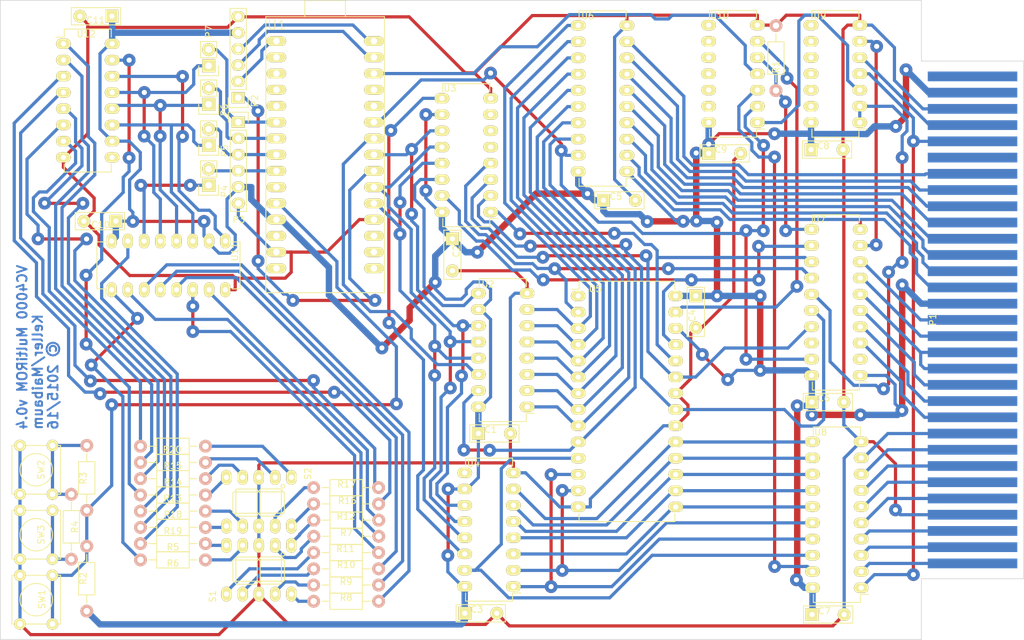
<source format=kicad_pcb>
(kicad_pcb (version 20171130) (host pcbnew "(5.1.12)-1")
  (title_block (title "Interton VC4000 MultiRom Cartridge") (date "Monday, March 28, 2016") (rev 0.4) (company "Mario Keller and Johannes Maibaum"))
  (layers (0 F.Cu signal) (31 B.Cu signal) (34 B.Paste user hide) (35 F.Paste user hide) (36 B.SilkS user hide) (37 F.SilkS user hide) (38 B.Mask user hide) (39 F.Mask user hide) (44 Edge.Cuts user))
  (net 0 "")
  (net 1 "Net-(P1-Pad31)")
  (net 2 /A7)
  (net 3 /A6)
  (net 4 /A5)
  (net 5 /A4)
  (net 6 /A3)
  (net 7 /A2)
  (net 8 /A1)
  (net 9 /A0)
  (net 10 VCC)
  (net 11 /A8)
  (net 12 /A9)
  (net 13 /A10)
  (net 14 /A11)
  (net 15 /D7)
  (net 16 /D6)
  (net 17 /D5)
  (net 18 /D4)
  (net 19 /D3)
  (net 20 GND)
  (net 21 /D2)
  (net 22 /D1)
  (net 23 /D0)
  (net 24 OEVCBUS)
  (net 25 "Net-(U1-Pad6)")
  (net 26 WESRAM)
  (net 27 "Net-(U1-Pad2)")
  (net 28 "Net-(U1-Pad1)")
  (net 29 "Net-(U1-Pad30)")
  (net 30 "Net-(U1-Pad28)")
  (net 31 "Net-(U1-Pad20)")
  (net 32 "Net-(U2-Pad9)")
  (net 33 /A12)
  (net 34 "Net-(U3-Pad5)")
  (net 35 "Net-(U3-Pad6)")
  (net 36 "Net-(U3-Pad7)")
  (net 37 "Net-(U3-Pad9)")
  (net 38 "Net-(U4-Pad9)")
  (net 39 "Net-(U5-Pad1)")
  (net 40 /EA7)
  (net 41 /EA6)
  (net 42 /EA5)
  (net 43 /EA4)
  (net 44 /EA3)
  (net 45 /EA2)
  (net 46 /EA1)
  (net 47 /EA0)
  (net 48 /EA8)
  (net 49 /EA9)
  (net 50 /EA10)
  (net 51 /EA11)
  (net 52 /ED2)
  (net 53 /ED1)
  (net 54 /ED0)
  (net 55 /ED7)
  (net 56 /ED6)
  (net 57 /ED5)
  (net 58 /ED4)
  (net 59 /ED3)
  (net 60 "Net-(P2-Pad1)")
  (net 61 "Net-(P2-Pad2)")
  (net 62 "Net-(P2-Pad3)")
  (net 63 "Net-(P2-Pad4)")
  (net 64 "Net-(U1-Pad3)")
  (net 65 "Net-(U1-Pad8)")
  (net 66 "Net-(U1-Pad12)")
  (net 67 "Net-(U1-Pad17)")
  (net 68 "Net-(U1-Pad18)")
  (net 69 "Net-(U1-Pad19)")
  (net 70 "Net-(U1-Pad25)")
  (net 71 /EA12)
  (net 72 /WRP)
  (net 73 /RW)
  (net 74 "Net-(P1-Pad26)")
  (net 75 /CE1)
  (net 76 "Net-(R1-Pad1)")
  (net 77 "Net-(U1-Pad11)")
  (net 78 "Net-(U10-Pad6)")
  (net 79 WCONTROL)
  (net 80 CEDBUS)
  (net 81 "Net-(U10-Pad1)")
  (net 82 "Net-(U7-Pad2)")
  (net 83 "Net-(U7-Pad15)")
  (net 84 "Net-(U7-Pad18)")
  (net 85 "Net-(U1-Pad5)")
  (net 86 "Net-(U1-Pad9)")
  (net 87 "Net-(P3-Pad1)")
  (net 88 "Net-(P3-Pad2)")
  (net 89 "Net-(P3-Pad3)")
  (net 90 "Net-(P3-Pad4)")
  (net 91 "Net-(R2-Pad1)")
  (net 92 "Net-(R3-Pad1)")
  (net 93 "Net-(R4-Pad1)")
  (net 94 "Net-(P4-Pad1)")
  (net 95 "Net-(P5-Pad1)")
  (net 96 "Net-(P6-Pad1)")
  (net 97 "Net-(P7-Pad1)")
  (net 98 "Net-(R5-Pad1)")
  (net 99 "Net-(R5-Pad2)")
  (net 100 "Net-(R6-Pad1)")
  (net 101 "Net-(R6-Pad2)")
  (net 102 "Net-(R7-Pad1)")
  (net 103 "Net-(R7-Pad2)")
  (net 104 "Net-(R8-Pad1)")
  (net 105 "Net-(R8-Pad2)")
  (net 106 "Net-(R9-Pad1)")
  (net 107 "Net-(R9-Pad2)")
  (net 108 "Net-(R10-Pad1)")
  (net 109 "Net-(R10-Pad2)")
  (net 110 "Net-(R11-Pad1)")
  (net 111 "Net-(R11-Pad2)")
  (net 112 "Net-(R12-Pad1)")
  (net 113 "Net-(R12-Pad2)")
  (net 114 "Net-(R13-Pad1)")
  (net 115 "Net-(R13-Pad2)")
  (net 116 "Net-(R14-Pad1)")
  (net 117 "Net-(R14-Pad2)")
  (net 118 "Net-(R15-Pad1)")
  (net 119 "Net-(R15-Pad2)")
  (net 120 "Net-(R16-Pad1)")
  (net 121 "Net-(R16-Pad2)")
  (net 122 "Net-(R17-Pad1)")
  (net 123 "Net-(R17-Pad2)")
  (net 124 "Net-(R18-Pad1)")
  (net 125 "Net-(R18-Pad2)")
  (net 126 "Net-(R19-Pad1)")
  (net 127 "Net-(R19-Pad2)")
  (net 128 "Net-(R20-Pad1)")
  (net 129 "Net-(R20-Pad2)")
  (net 130 "Net-(U11-Pad9)")
  (net 131 "Net-(U12-Pad9)")
  (module Resistors_ThroughHole:Resistor_Horizontal_RM10mm (layer F.Cu) (at 97.9907 118.265 180)
    (fp_text reference R20 (at 0.127 -0.5334 180) (layer F.SilkS))
    (fp_text value 330)
    (pad 1 thru_hole circle (at -5.08 0 180) (size 1.99898 1.99898) (drill 1.00076) (layers *.Cu *.SilkS *.Mask) (net 128 "Net-(R20-Pad1)"))
    (pad 2 thru_hole circle (at 5.08 0 180) (size 1.99898 1.99898) (drill 1.00076) (layers *.Cu *.SilkS *.Mask) (net 129 "Net-(R20-Pad2)"))
  )
  (module Resistors_ThroughHole:Resistor_Horizontal_RM10mm (layer F.Cu) (at 97.9907 123.345 180)
    (fp_text reference R14 (at 0 -0.5588 180) (layer F.SilkS))
    (fp_text value 330)
    (pad 1 thru_hole circle (at -5.08 0 180) (size 1.99898 1.99898) (drill 1.00076) (layers *.Cu *.SilkS *.Mask) (net 116 "Net-(R14-Pad1)"))
    (pad 2 thru_hole circle (at 5.08 0 180) (size 1.99898 1.99898) (drill 1.00076) (layers *.Cu *.SilkS *.Mask) (net 117 "Net-(R14-Pad2)"))
  )
  (module Resistors_ThroughHole:Resistor_Horizontal_RM10mm (layer F.Cu) (at 97.9907 120.805 180)
    (fp_text reference R15 (at 0.0254 -0.508 180) (layer F.SilkS))
    (fp_text value 330)
    (pad 1 thru_hole circle (at -5.08 0 180) (size 1.99898 1.99898) (drill 1.00076) (layers *.Cu *.SilkS *.Mask) (net 118 "Net-(R15-Pad1)"))
    (pad 2 thru_hole circle (at 5.08 0 180) (size 1.99898 1.99898) (drill 1.00076) (layers *.Cu *.SilkS *.Mask) (net 119 "Net-(R15-Pad2)"))
  )
  (module Housings_DIP:DIP-16_W7.62mm_LongPads (layer F.Cu) (at 147.66 81.6102 180)
    (fp_text reference U3 (at 6.35766 19.34464 180) (layer F.SilkS))
    (fp_text value 74HC595)
    (pad 1 thru_hole oval (at 0 0 180) (size 2.3 1.6) (drill 0.8) (layers *.Cu *.Mask F.SilkS) (net 12 /A9))
    (pad 2 thru_hole oval (at 0 2.54 180) (size 2.3 1.6) (drill 0.8) (layers *.Cu *.Mask F.SilkS) (net 13 /A10))
    (pad 3 thru_hole oval (at 0 5.08 180) (size 2.3 1.6) (drill 0.8) (layers *.Cu *.Mask F.SilkS) (net 14 /A11))
    (pad 4 thru_hole oval (at 0 7.62 180) (size 2.3 1.6) (drill 0.8) (layers *.Cu *.Mask F.SilkS) (net 33 /A12))
    (pad 5 thru_hole oval (at 0 10.16 180) (size 2.3 1.6) (drill 0.8) (layers *.Cu *.Mask F.SilkS) (net 34 "Net-(U3-Pad5)"))
    (pad 6 thru_hole oval (at 0 12.7 180) (size 2.3 1.6) (drill 0.8) (layers *.Cu *.Mask F.SilkS) (net 35 "Net-(U3-Pad6)"))
    (pad 7 thru_hole oval (at 0 15.24 180) (size 2.3 1.6) (drill 0.8) (layers *.Cu *.Mask F.SilkS) (net 36 "Net-(U3-Pad7)"))
    (pad 8 thru_hole oval (at 0 17.78 180) (size 2.3 1.6) (drill 0.8) (layers *.Cu *.Mask F.SilkS) (net 20 GND))
    (pad 9 thru_hole oval (at 7.62 17.78 180) (size 2.3 1.6) (drill 0.8) (layers *.Cu *.Mask F.SilkS) (net 37 "Net-(U3-Pad9)"))
    (pad 10 thru_hole oval (at 7.62 15.24 180) (size 2.3 1.6) (drill 0.8) (layers *.Cu *.Mask F.SilkS) (net 10 VCC))
    (pad 11 thru_hole oval (at 7.62 12.7 180) (size 2.3 1.6) (drill 0.8) (layers *.Cu *.Mask F.SilkS) (net 65 "Net-(U1-Pad8)"))
    (pad 12 thru_hole oval (at 7.62 10.16 180) (size 2.3 1.6) (drill 0.8) (layers *.Cu *.Mask F.SilkS) (net 25 "Net-(U1-Pad6)"))
    (pad 13 thru_hole oval (at 7.62 7.62 180) (size 2.3 1.6) (drill 0.8) (layers *.Cu *.Mask F.SilkS) (net 85 "Net-(U1-Pad5)"))
    (pad 14 thru_hole oval (at 7.62 5.08 180) (size 2.3 1.6) (drill 0.8) (layers *.Cu *.Mask F.SilkS) (net 32 "Net-(U2-Pad9)"))
    (pad 15 thru_hole oval (at 7.62 2.54 180) (size 2.3 1.6) (drill 0.8) (layers *.Cu *.Mask F.SilkS) (net 11 /A8))
    (pad 16 thru_hole oval (at 7.62 0 180) (size 2.3 1.6) (drill 0.8) (layers *.Cu *.Mask F.SilkS) (net 10 VCC))
  )
  (module Housings_DIP:DIP-16_W7.62mm_LongPads (layer F.Cu) (at 153.365 112.108 180)
    (fp_text reference U2 (at 6.1189 19.21256 180) (layer F.SilkS))
    (fp_text value 74HC595)
    (pad 1 thru_hole oval (at 0 0 180) (size 2.3 1.6) (drill 0.8) (layers *.Cu *.Mask F.SilkS) (net 8 /A1))
    (pad 2 thru_hole oval (at 0 2.54 180) (size 2.3 1.6) (drill 0.8) (layers *.Cu *.Mask F.SilkS) (net 7 /A2))
    (pad 3 thru_hole oval (at 0 5.08 180) (size 2.3 1.6) (drill 0.8) (layers *.Cu *.Mask F.SilkS) (net 6 /A3))
    (pad 4 thru_hole oval (at 0 7.62 180) (size 2.3 1.6) (drill 0.8) (layers *.Cu *.Mask F.SilkS) (net 5 /A4))
    (pad 5 thru_hole oval (at 0 10.16 180) (size 2.3 1.6) (drill 0.8) (layers *.Cu *.Mask F.SilkS) (net 4 /A5))
    (pad 6 thru_hole oval (at 0 12.7 180) (size 2.3 1.6) (drill 0.8) (layers *.Cu *.Mask F.SilkS) (net 3 /A6))
    (pad 7 thru_hole oval (at 0 15.24 180) (size 2.3 1.6) (drill 0.8) (layers *.Cu *.Mask F.SilkS) (net 2 /A7))
    (pad 8 thru_hole oval (at 0 17.78 180) (size 2.3 1.6) (drill 0.8) (layers *.Cu *.Mask F.SilkS) (net 20 GND))
    (pad 9 thru_hole oval (at 7.62 17.78 180) (size 2.3 1.6) (drill 0.8) (layers *.Cu *.Mask F.SilkS) (net 32 "Net-(U2-Pad9)"))
    (pad 10 thru_hole oval (at 7.62 15.24 180) (size 2.3 1.6) (drill 0.8) (layers *.Cu *.Mask F.SilkS) (net 10 VCC))
    (pad 11 thru_hole oval (at 7.62 12.7 180) (size 2.3 1.6) (drill 0.8) (layers *.Cu *.Mask F.SilkS) (net 65 "Net-(U1-Pad8)"))
    (pad 12 thru_hole oval (at 7.62 10.16 180) (size 2.3 1.6) (drill 0.8) (layers *.Cu *.Mask F.SilkS) (net 25 "Net-(U1-Pad6)"))
    (pad 13 thru_hole oval (at 7.62 7.62 180) (size 2.3 1.6) (drill 0.8) (layers *.Cu *.Mask F.SilkS) (net 85 "Net-(U1-Pad5)"))
    (pad 14 thru_hole oval (at 7.62 5.08 180) (size 2.3 1.6) (drill 0.8) (layers *.Cu *.Mask F.SilkS) (net 86 "Net-(U1-Pad9)"))
    (pad 15 thru_hole oval (at 7.62 2.54 180) (size 2.3 1.6) (drill 0.8) (layers *.Cu *.Mask F.SilkS) (net 9 /A0))
    (pad 16 thru_hole oval (at 7.62 0 180) (size 2.3 1.6) (drill 0.8) (layers *.Cu *.Mask F.SilkS) (net 10 VCC))
  )
  (module Housings_DIP:DIP-16_W7.62mm_LongPads (layer F.Cu) (at 151.224 140.203 180)
    (fp_text reference U4 (at 6.26114 19.21764 180) (layer F.SilkS))
    (fp_text value 74HC595)
    (pad 1 thru_hole oval (at 0 0 180) (size 2.3 1.6) (drill 0.8) (layers *.Cu *.Mask F.SilkS) (net 22 /D1))
    (pad 2 thru_hole oval (at 0 2.54 180) (size 2.3 1.6) (drill 0.8) (layers *.Cu *.Mask F.SilkS) (net 21 /D2))
    (pad 3 thru_hole oval (at 0 5.08 180) (size 2.3 1.6) (drill 0.8) (layers *.Cu *.Mask F.SilkS) (net 19 /D3))
    (pad 4 thru_hole oval (at 0 7.62 180) (size 2.3 1.6) (drill 0.8) (layers *.Cu *.Mask F.SilkS) (net 18 /D4))
    (pad 5 thru_hole oval (at 0 10.16 180) (size 2.3 1.6) (drill 0.8) (layers *.Cu *.Mask F.SilkS) (net 17 /D5))
    (pad 6 thru_hole oval (at 0 12.7 180) (size 2.3 1.6) (drill 0.8) (layers *.Cu *.Mask F.SilkS) (net 16 /D6))
    (pad 7 thru_hole oval (at 0 15.24 180) (size 2.3 1.6) (drill 0.8) (layers *.Cu *.Mask F.SilkS) (net 15 /D7))
    (pad 8 thru_hole oval (at 0 17.78 180) (size 2.3 1.6) (drill 0.8) (layers *.Cu *.Mask F.SilkS) (net 20 GND))
    (pad 9 thru_hole oval (at 7.62 17.78 180) (size 2.3 1.6) (drill 0.8) (layers *.Cu *.Mask F.SilkS) (net 38 "Net-(U4-Pad9)"))
    (pad 10 thru_hole oval (at 7.62 15.24 180) (size 2.3 1.6) (drill 0.8) (layers *.Cu *.Mask F.SilkS) (net 10 VCC))
    (pad 11 thru_hole oval (at 7.62 12.7 180) (size 2.3 1.6) (drill 0.8) (layers *.Cu *.Mask F.SilkS) (net 65 "Net-(U1-Pad8)"))
    (pad 12 thru_hole oval (at 7.62 10.16 180) (size 2.3 1.6) (drill 0.8) (layers *.Cu *.Mask F.SilkS) (net 25 "Net-(U1-Pad6)"))
    (pad 13 thru_hole oval (at 7.62 7.62 180) (size 2.3 1.6) (drill 0.8) (layers *.Cu *.Mask F.SilkS) (net 85 "Net-(U1-Pad5)"))
    (pad 14 thru_hole oval (at 7.62 5.08 180) (size 2.3 1.6) (drill 0.8) (layers *.Cu *.Mask F.SilkS) (net 37 "Net-(U3-Pad9)"))
    (pad 15 thru_hole oval (at 7.62 2.54 180) (size 2.3 1.6) (drill 0.8) (layers *.Cu *.Mask F.SilkS) (net 23 /D0))
    (pad 16 thru_hole oval (at 7.62 0 180) (size 2.3 1.6) (drill 0.8) (layers *.Cu *.Mask F.SilkS) (net 10 VCC))
  )
  (module VC4000_MultiRom:7_Segment_Display_KB_13_10mm (layer F.Cu) (at 106.342 130.754 90)
    (fp_text reference S2 (at 8.17372 12.75334 90) (layer F.SilkS))
    (fp_text value 7SEGM_KB_SC39-11)
    (pad 1 thru_hole oval (at 0 0 90) (size 2.3 1.6) (drill 0.8) (layers *.Cu *.Mask F.SilkS) (net 126 "Net-(R19-Pad1)"))
    (pad 2 thru_hole oval (at 0 2.54 90) (size 2.3 1.6) (drill 0.8) (layers *.Cu *.Mask F.SilkS) (net 124 "Net-(R18-Pad1)"))
    (pad 3 thru_hole oval (at 0 5.08 90) (size 2.3 1.6) (drill 0.8) (layers *.Cu *.Mask F.SilkS) (net 20 GND))
    (pad 4 thru_hole oval (at 0 7.62 90) (size 2.3 1.6) (drill 0.8) (layers *.Cu *.Mask F.SilkS) (net 122 "Net-(R17-Pad1)"))
    (pad 5 thru_hole oval (at 0 10.16 90) (size 2.3 1.6) (drill 0.8) (layers *.Cu *.Mask F.SilkS) (net 120 "Net-(R16-Pad1)"))
    (pad 6 thru_hole oval (at 7.62 10.16 90) (size 2.3 1.6) (drill 0.8) (layers *.Cu *.Mask F.SilkS) (net 128 "Net-(R20-Pad1)"))
    (pad 7 thru_hole oval (at 7.62 7.62 90) (size 2.3 1.6) (drill 0.8) (layers *.Cu *.Mask F.SilkS) (net 118 "Net-(R15-Pad1)"))
    (pad 8 thru_hole oval (at 7.62 5.08 90) (size 2.3 1.6) (drill 0.8) (layers *.Cu *.Mask F.SilkS) (net 20 GND))
    (pad 9 thru_hole oval (at 7.62 2.54 90) (size 2.3 1.6) (drill 0.8) (layers *.Cu *.Mask F.SilkS) (net 116 "Net-(R14-Pad1)"))
    (pad 10 thru_hole oval (at 7.62 0 90) (size 2.3 1.6) (drill 0.8) (layers *.Cu *.Mask F.SilkS) (net 114 "Net-(R13-Pad1)"))
  )
  (module VC4000_MultiRom:7_Segment_Display_KB_13_10mm (layer F.Cu) (at 106.35 141.397 90)
    (fp_text reference S1 (at -0.37084 -2.14884 90) (layer F.SilkS))
    (fp_text value 7SEGM_KB_SC39-11)
    (pad 1 thru_hole oval (at 0 0 90) (size 2.3 1.6) (drill 0.8) (layers *.Cu *.Mask F.SilkS) (net 110 "Net-(R11-Pad1)"))
    (pad 2 thru_hole oval (at 0 2.54 90) (size 2.3 1.6) (drill 0.8) (layers *.Cu *.Mask F.SilkS) (net 108 "Net-(R10-Pad1)"))
    (pad 3 thru_hole oval (at 0 5.08 90) (size 2.3 1.6) (drill 0.8) (layers *.Cu *.Mask F.SilkS) (net 20 GND))
    (pad 4 thru_hole oval (at 0 7.62 90) (size 2.3 1.6) (drill 0.8) (layers *.Cu *.Mask F.SilkS) (net 106 "Net-(R9-Pad1)"))
    (pad 5 thru_hole oval (at 0 10.16 90) (size 2.3 1.6) (drill 0.8) (layers *.Cu *.Mask F.SilkS) (net 104 "Net-(R8-Pad1)"))
    (pad 6 thru_hole oval (at 7.62 10.16 90) (size 2.3 1.6) (drill 0.8) (layers *.Cu *.Mask F.SilkS) (net 112 "Net-(R12-Pad1)"))
    (pad 7 thru_hole oval (at 7.62 7.62 90) (size 2.3 1.6) (drill 0.8) (layers *.Cu *.Mask F.SilkS) (net 102 "Net-(R7-Pad1)"))
    (pad 8 thru_hole oval (at 7.62 5.08 90) (size 2.3 1.6) (drill 0.8) (layers *.Cu *.Mask F.SilkS) (net 20 GND))
    (pad 9 thru_hole oval (at 7.62 2.54 90) (size 2.3 1.6) (drill 0.8) (layers *.Cu *.Mask F.SilkS) (net 100 "Net-(R6-Pad1)"))
    (pad 10 thru_hole oval (at 7.62 0 90) (size 2.3 1.6) (drill 0.8) (layers *.Cu *.Mask F.SilkS) (net 98 "Net-(R5-Pad1)"))
  )
  (module Housings_DIP:DIP-16_W7.62mm_LongPads (layer F.Cu) (at 80.8655 55.2925)
    (fp_text reference U12 (at 3.556 -1.524) (layer F.SilkS))
    (fp_text value 74HC595)
    (pad 1 thru_hole oval (at 0 0) (size 2.3 1.6) (drill 0.8) (layers *.Cu *.Mask F.SilkS) (net 117 "Net-(R14-Pad2)"))
    (pad 2 thru_hole oval (at 0 2.54) (size 2.3 1.6) (drill 0.8) (layers *.Cu *.Mask F.SilkS) (net 119 "Net-(R15-Pad2)"))
    (pad 3 thru_hole oval (at 0 5.08) (size 2.3 1.6) (drill 0.8) (layers *.Cu *.Mask F.SilkS) (net 121 "Net-(R16-Pad2)"))
    (pad 4 thru_hole oval (at 0 7.62) (size 2.3 1.6) (drill 0.8) (layers *.Cu *.Mask F.SilkS) (net 123 "Net-(R17-Pad2)"))
    (pad 5 thru_hole oval (at 0 10.16) (size 2.3 1.6) (drill 0.8) (layers *.Cu *.Mask F.SilkS) (net 125 "Net-(R18-Pad2)"))
    (pad 6 thru_hole oval (at 0 12.7) (size 2.3 1.6) (drill 0.8) (layers *.Cu *.Mask F.SilkS) (net 127 "Net-(R19-Pad2)"))
    (pad 7 thru_hole oval (at 0 15.24) (size 2.3 1.6) (drill 0.8) (layers *.Cu *.Mask F.SilkS) (net 129 "Net-(R20-Pad2)"))
    (pad 8 thru_hole oval (at 0 17.78) (size 2.3 1.6) (drill 0.8) (layers *.Cu *.Mask F.SilkS) (net 20 GND))
    (pad 9 thru_hole oval (at 7.62 17.78) (size 2.3 1.6) (drill 0.8) (layers *.Cu *.Mask F.SilkS) (net 131 "Net-(U12-Pad9)"))
    (pad 10 thru_hole oval (at 7.62 15.24) (size 2.3 1.6) (drill 0.8) (layers *.Cu *.Mask F.SilkS) (net 10 VCC))
    (pad 11 thru_hole oval (at 7.62 12.7) (size 2.3 1.6) (drill 0.8) (layers *.Cu *.Mask F.SilkS) (net 95 "Net-(P5-Pad1)"))
    (pad 12 thru_hole oval (at 7.62 10.16) (size 2.3 1.6) (drill 0.8) (layers *.Cu *.Mask F.SilkS) (net 96 "Net-(P6-Pad1)"))
    (pad 13 thru_hole oval (at 7.62 7.62) (size 2.3 1.6) (drill 0.8) (layers *.Cu *.Mask F.SilkS) (net 97 "Net-(P7-Pad1)"))
    (pad 14 thru_hole oval (at 7.62 5.08) (size 2.3 1.6) (drill 0.8) (layers *.Cu *.Mask F.SilkS) (net 130 "Net-(U11-Pad9)"))
    (pad 15 thru_hole oval (at 7.62 2.54) (size 2.3 1.6) (drill 0.8) (layers *.Cu *.Mask F.SilkS) (net 115 "Net-(R13-Pad2)"))
    (pad 16 thru_hole oval (at 7.62 0) (size 2.3 1.6) (drill 0.8) (layers *.Cu *.Mask F.SilkS) (net 10 VCC))
  )
  (module Housings_DIP:DIP-16_W7.62mm_LongPads (layer F.Cu) (at 88.3971 93.7793 90)
    (fp_text reference U11 (at 5.930643 19.273021 90) (layer F.SilkS))
    (fp_text value 74HC595)
    (pad 1 thru_hole oval (at 0 0 90) (size 2.3 1.6) (drill 0.8) (layers *.Cu *.Mask F.SilkS) (net 101 "Net-(R6-Pad2)"))
    (pad 2 thru_hole oval (at 0 2.54 90) (size 2.3 1.6) (drill 0.8) (layers *.Cu *.Mask F.SilkS) (net 103 "Net-(R7-Pad2)"))
    (pad 3 thru_hole oval (at 0 5.08 90) (size 2.3 1.6) (drill 0.8) (layers *.Cu *.Mask F.SilkS) (net 105 "Net-(R8-Pad2)"))
    (pad 4 thru_hole oval (at 0 7.62 90) (size 2.3 1.6) (drill 0.8) (layers *.Cu *.Mask F.SilkS) (net 107 "Net-(R9-Pad2)"))
    (pad 5 thru_hole oval (at 0 10.16 90) (size 2.3 1.6) (drill 0.8) (layers *.Cu *.Mask F.SilkS) (net 109 "Net-(R10-Pad2)"))
    (pad 6 thru_hole oval (at 0 12.7 90) (size 2.3 1.6) (drill 0.8) (layers *.Cu *.Mask F.SilkS) (net 111 "Net-(R11-Pad2)"))
    (pad 7 thru_hole oval (at 0 15.24 90) (size 2.3 1.6) (drill 0.8) (layers *.Cu *.Mask F.SilkS) (net 113 "Net-(R12-Pad2)"))
    (pad 8 thru_hole oval (at 0 17.78 90) (size 2.3 1.6) (drill 0.8) (layers *.Cu *.Mask F.SilkS) (net 20 GND))
    (pad 9 thru_hole oval (at 7.62 17.78 90) (size 2.3 1.6) (drill 0.8) (layers *.Cu *.Mask F.SilkS) (net 130 "Net-(U11-Pad9)"))
    (pad 10 thru_hole oval (at 7.62 15.24 90) (size 2.3 1.6) (drill 0.8) (layers *.Cu *.Mask F.SilkS) (net 10 VCC))
    (pad 11 thru_hole oval (at 7.62 12.7 90) (size 2.3 1.6) (drill 0.8) (layers *.Cu *.Mask F.SilkS) (net 95 "Net-(P5-Pad1)"))
    (pad 12 thru_hole oval (at 7.62 10.16 90) (size 2.3 1.6) (drill 0.8) (layers *.Cu *.Mask F.SilkS) (net 96 "Net-(P6-Pad1)"))
    (pad 13 thru_hole oval (at 7.62 7.62 90) (size 2.3 1.6) (drill 0.8) (layers *.Cu *.Mask F.SilkS) (net 97 "Net-(P7-Pad1)"))
    (pad 14 thru_hole oval (at 7.62 5.08 90) (size 2.3 1.6) (drill 0.8) (layers *.Cu *.Mask F.SilkS) (net 94 "Net-(P4-Pad1)"))
    (pad 15 thru_hole oval (at 7.62 2.54 90) (size 2.3 1.6) (drill 0.8) (layers *.Cu *.Mask F.SilkS) (net 99 "Net-(R5-Pad2)"))
    (pad 16 thru_hole oval (at 7.62 0 90) (size 2.3 1.6) (drill 0.8) (layers *.Cu *.Mask F.SilkS) (net 10 VCC))
  )
  (module Pin_Headers:Pin_Header_Straight_1x02 (layer F.Cu) (at 103.568 77.4319 180)
    (fp_text reference P4 (at -2.48412 -0.93472 270) (layer F.SilkS))
    (fp_text value JUMPER1)
    (pad 1 thru_hole rect (at 0 0 180) (size 2.032 2.032) (drill 1.016) (layers *.Cu *.Mask F.SilkS) (net 94 "Net-(P4-Pad1)"))
    (pad 2 thru_hole oval (at 0 2.54 180) (size 2.032 2.032) (drill 1.016) (layers *.Cu *.Mask F.SilkS) (net 90 "Net-(P3-Pad4)"))
  )
  (module Pin_Headers:Pin_Header_Straight_1x06 (layer F.Cu) (at 108.186 63.7261 180)
    (fp_text reference P2 (at -2.6 -0.5 270) (layer F.SilkS))
    (fp_text value MicroSD_Breakout)
    (pad 1 thru_hole rect (at 0 0 180) (size 2.032 1.7272) (drill 1.016) (layers *.Cu *.Mask F.SilkS) (net 60 "Net-(P2-Pad1)"))
    (pad 2 thru_hole oval (at 0 2.54 180) (size 2.032 1.7272) (drill 1.016) (layers *.Cu *.Mask F.SilkS) (net 61 "Net-(P2-Pad2)"))
    (pad 3 thru_hole oval (at 0 5.08 180) (size 2.032 1.7272) (drill 1.016) (layers *.Cu *.Mask F.SilkS) (net 62 "Net-(P2-Pad3)"))
    (pad 4 thru_hole oval (at 0 7.62 180) (size 2.032 1.7272) (drill 1.016) (layers *.Cu *.Mask F.SilkS) (net 63 "Net-(P2-Pad4)"))
    (pad 5 thru_hole oval (at 0 10.16 180) (size 2.032 1.7272) (drill 1.016) (layers *.Cu *.Mask F.SilkS) (net 10 VCC))
    (pad 6 thru_hole oval (at 0 12.7 180) (size 2.032 1.7272) (drill 1.016) (layers *.Cu *.Mask F.SilkS) (net 20 GND))
  )
  (module VC4000_MultiRom:Arduino_Nano (layer F.Cu) (at 129.403 90.4291 180)
    (fp_text reference U1 (at 15.1867 38.08476 180) (layer F.SilkS) (effects (font (size 1.5 1.5))))
    (fp_text value Arduino_Nano)
    (pad 1 thru_hole oval (at 0 0 270) (size 1.524 3.048) (drill 1.016) (layers *.Cu *.Mask F.SilkS) (net 28 "Net-(U1-Pad1)"))
    (pad 2 thru_hole oval (at 0 2.54 270) (size 1.524 3.048) (drill 1.016) (layers *.Cu *.Mask F.SilkS) (net 27 "Net-(U1-Pad2)"))
    (pad 3 thru_hole oval (at 0 5.08 270) (size 1.524 3.048) (drill 1.016) (layers *.Cu *.Mask F.SilkS) (net 64 "Net-(U1-Pad3)"))
    (pad 4 thru_hole oval (at 0 7.62 270) (size 1.524 3.048) (drill 1.016) (layers *.Cu *.Mask F.SilkS) (net 20 GND))
    (pad 5 thru_hole oval (at 0 10.16 270) (size 1.524 3.048) (drill 1.016) (layers *.Cu *.Mask F.SilkS) (net 85 "Net-(U1-Pad5)"))
    (pad 6 thru_hole oval (at 0 12.7 270) (size 1.524 3.048) (drill 1.016) (layers *.Cu *.Mask F.SilkS) (net 25 "Net-(U1-Pad6)"))
    (pad 7 thru_hole oval (at 0 15.24 270) (size 1.524 3.048) (drill 1.016) (layers *.Cu *.Mask F.SilkS) (net 60 "Net-(P2-Pad1)"))
    (pad 8 thru_hole oval (at 0 17.78 270) (size 1.524 3.048) (drill 1.016) (layers *.Cu *.Mask F.SilkS) (net 65 "Net-(U1-Pad8)"))
    (pad 9 thru_hole oval (at 0 20.32 270) (size 1.524 3.048) (drill 1.016) (layers *.Cu *.Mask F.SilkS) (net 86 "Net-(U1-Pad9)"))
    (pad 10 thru_hole oval (at 0 22.86 270) (size 1.524 3.048) (drill 1.016) (layers *.Cu *.Mask F.SilkS) (net 24 OEVCBUS))
    (pad 11 thru_hole oval (at 0 25.4 270) (size 1.524 3.048) (drill 1.016) (layers *.Cu *.Mask F.SilkS) (net 77 "Net-(U1-Pad11)"))
    (pad 12 thru_hole oval (at 0 27.94 270) (size 1.524 3.048) (drill 1.016) (layers *.Cu *.Mask F.SilkS) (net 66 "Net-(U1-Pad12)"))
    (pad 13 thru_hole oval (at 0 30.48 270) (size 1.524 3.048) (drill 1.016) (layers *.Cu *.Mask F.SilkS) (net 26 WESRAM))
    (pad 14 thru_hole oval (at 0 33.02 270) (size 1.524 3.048) (drill 1.016) (layers *.Cu *.Mask F.SilkS) (net 62 "Net-(P2-Pad3)"))
    (pad 15 thru_hole oval (at 0 35.56 270) (size 1.524 3.048) (drill 1.016) (layers *.Cu *.Mask F.SilkS) (net 63 "Net-(P2-Pad4)"))
    (pad 16 thru_hole oval (at 15.24 35.56 270) (size 1.524 3.048) (drill 1.016) (layers *.Cu *.Mask F.SilkS) (net 61 "Net-(P2-Pad2)"))
    (pad 17 thru_hole oval (at 15.24 33.02 270) (size 1.524 3.048) (drill 1.016) (layers *.Cu *.Mask F.SilkS) (net 67 "Net-(U1-Pad17)"))
    (pad 18 thru_hole oval (at 15.24 30.48 270) (size 1.524 3.048) (drill 1.016) (layers *.Cu *.Mask F.SilkS) (net 68 "Net-(U1-Pad18)"))
    (pad 19 thru_hole oval (at 15.24 27.94 270) (size 1.524 3.048) (drill 1.016) (layers *.Cu *.Mask F.SilkS) (net 69 "Net-(U1-Pad19)"))
    (pad 20 thru_hole oval (at 15.24 25.4 270) (size 1.524 3.048) (drill 1.016) (layers *.Cu *.Mask F.SilkS) (net 31 "Net-(U1-Pad20)"))
    (pad 21 thru_hole oval (at 15.24 22.86 270) (size 1.524 3.048) (drill 1.016) (layers *.Cu *.Mask F.SilkS) (net 87 "Net-(P3-Pad1)"))
    (pad 22 thru_hole oval (at 15.24 20.32 270) (size 1.524 3.048) (drill 1.016) (layers *.Cu *.Mask F.SilkS) (net 88 "Net-(P3-Pad2)"))
    (pad 23 thru_hole oval (at 15.24 17.78 270) (size 1.524 3.048) (drill 1.016) (layers *.Cu *.Mask F.SilkS) (net 89 "Net-(P3-Pad3)"))
    (pad 24 thru_hole oval (at 15.24 15.24 270) (size 1.524 3.048) (drill 1.016) (layers *.Cu *.Mask F.SilkS) (net 90 "Net-(P3-Pad4)"))
    (pad 25 thru_hole oval (at 15.24 12.7 270) (size 1.524 3.048) (drill 1.016) (layers *.Cu *.Mask F.SilkS) (net 70 "Net-(U1-Pad25)"))
    (pad 26 thru_hole oval (at 15.24 10.16 270) (size 1.524 3.048) (drill 1.016) (layers *.Cu *.Mask F.SilkS) (net 91 "Net-(R2-Pad1)"))
    (pad 27 thru_hole oval (at 15.24 7.62 270) (size 1.524 3.048) (drill 1.016) (layers *.Cu *.Mask F.SilkS) (net 10 VCC))
    (pad 28 thru_hole oval (at 15.24 5.08 270) (size 1.524 3.048) (drill 1.016) (layers *.Cu *.Mask F.SilkS) (net 30 "Net-(U1-Pad28)"))
    (pad 29 thru_hole oval (at 15.24 2.54 270) (size 1.524 3.048) (drill 1.016) (layers *.Cu *.Mask F.SilkS) (net 20 GND))
    (pad 30 thru_hole oval (at 15.24 0 270) (size 1.524 3.048) (drill 1.016) (layers *.Cu *.Mask F.SilkS) (net 29 "Net-(U1-Pad30)"))
  )
  (module Resistors_ThroughHole:Resistor_Horizontal_RM10mm (layer F.Cu) (at 84.5134 138.986 270)
    (fp_text reference R2 (at -0.0254 0.5436 270) (layer F.SilkS))
    (fp_text value 2k2)
    (pad 1 thru_hole circle (at -5.08 0 270) (size 1.99898 1.99898) (drill 1.00076) (layers *.Cu *.SilkS *.Mask) (net 91 "Net-(R2-Pad1)"))
    (pad 2 thru_hole circle (at 5.08 0 270) (size 1.99898 1.99898) (drill 1.00076) (layers *.Cu *.SilkS *.Mask) (net 10 VCC))
  )
  (module Housings_DIP:DIP-20_W7.62mm_LongPads (layer F.Cu) (at 168.971 75.2856 180)
    (fp_text reference U6 (at 6.1468 24.3332 180) (layer F.SilkS))
    (fp_text value 74HC245)
    (pad 1 thru_hole oval (at 0 0 180) (size 2.3 1.6) (drill 0.8) (layers *.Cu *.Mask F.SilkS) (net 10 VCC))
    (pad 2 thru_hole oval (at 0 2.54 180) (size 2.3 1.6) (drill 0.8) (layers *.Cu *.Mask F.SilkS) (net 47 /EA0))
    (pad 3 thru_hole oval (at 0 5.08 180) (size 2.3 1.6) (drill 0.8) (layers *.Cu *.Mask F.SilkS) (net 46 /EA1))
    (pad 4 thru_hole oval (at 0 7.62 180) (size 2.3 1.6) (drill 0.8) (layers *.Cu *.Mask F.SilkS) (net 45 /EA2))
    (pad 5 thru_hole oval (at 0 10.16 180) (size 2.3 1.6) (drill 0.8) (layers *.Cu *.Mask F.SilkS) (net 44 /EA3))
    (pad 6 thru_hole oval (at 0 12.7 180) (size 2.3 1.6) (drill 0.8) (layers *.Cu *.Mask F.SilkS) (net 43 /EA4))
    (pad 7 thru_hole oval (at 0 15.24 180) (size 2.3 1.6) (drill 0.8) (layers *.Cu *.Mask F.SilkS) (net 42 /EA5))
    (pad 8 thru_hole oval (at 0 17.78 180) (size 2.3 1.6) (drill 0.8) (layers *.Cu *.Mask F.SilkS) (net 41 /EA6))
    (pad 9 thru_hole oval (at 0 20.32 180) (size 2.3 1.6) (drill 0.8) (layers *.Cu *.Mask F.SilkS) (net 40 /EA7))
    (pad 10 thru_hole oval (at 0 22.86 180) (size 2.3 1.6) (drill 0.8) (layers *.Cu *.Mask F.SilkS) (net 20 GND))
    (pad 11 thru_hole oval (at 7.62 22.86 180) (size 2.3 1.6) (drill 0.8) (layers *.Cu *.Mask F.SilkS) (net 2 /A7))
    (pad 12 thru_hole oval (at 7.62 20.32 180) (size 2.3 1.6) (drill 0.8) (layers *.Cu *.Mask F.SilkS) (net 3 /A6))
    (pad 13 thru_hole oval (at 7.62 17.78 180) (size 2.3 1.6) (drill 0.8) (layers *.Cu *.Mask F.SilkS) (net 4 /A5))
    (pad 14 thru_hole oval (at 7.62 15.24 180) (size 2.3 1.6) (drill 0.8) (layers *.Cu *.Mask F.SilkS) (net 5 /A4))
    (pad 15 thru_hole oval (at 7.62 12.7 180) (size 2.3 1.6) (drill 0.8) (layers *.Cu *.Mask F.SilkS) (net 6 /A3))
    (pad 16 thru_hole oval (at 7.62 10.16 180) (size 2.3 1.6) (drill 0.8) (layers *.Cu *.Mask F.SilkS) (net 7 /A2))
    (pad 17 thru_hole oval (at 7.62 7.62 180) (size 2.3 1.6) (drill 0.8) (layers *.Cu *.Mask F.SilkS) (net 8 /A1))
    (pad 18 thru_hole oval (at 7.62 5.08 180) (size 2.3 1.6) (drill 0.8) (layers *.Cu *.Mask F.SilkS) (net 9 /A0))
    (pad 19 thru_hole oval (at 7.62 2.54 180) (size 2.3 1.6) (drill 0.8) (layers *.Cu *.Mask F.SilkS) (net 24 OEVCBUS))
    (pad 20 thru_hole oval (at 7.62 0 180) (size 2.3 1.6) (drill 0.8) (layers *.Cu *.Mask F.SilkS) (net 10 VCC))
  )
  (module VC4000_MultiRom:VC4000_CartridgeBus (layer F.Cu) (at 223 98.5 90)
    (fp_text reference P1 (at 0.0496 -6.2008 90) (layer F.SilkS))
    (fp_text value VC4000_Cartridge_Bus)
    (pad 31 connect rect (at 38.1 0 90) (size 1.524 14) (layers B.Cu B.Mask) (net 1 "Net-(P1-Pad31)"))
    (pad 30 connect rect (at 35.56 0 90) (size 1.524 14) (layers B.Cu B.Mask) (net 10 VCC))
    (pad 29 connect rect (at 33.02 0 90) (size 1.524 14) (layers B.Cu B.Mask) (net 20 GND))
    (pad 28 connect rect (at 30.48 0 90) (size 1.524 14) (layers B.Cu B.Mask) (net 72 /WRP))
    (pad 27 connect rect (at 27.94 0 90) (size 1.524 14) (layers B.Cu B.Mask) (net 73 /RW))
    (pad 26 connect rect (at 25.4 0 90) (size 1.524 14) (layers B.Cu B.Mask) (net 74 "Net-(P1-Pad26)"))
    (pad 25 connect rect (at 22.86 0 90) (size 1.524 14) (layers B.Cu B.Mask) (net 40 /EA7))
    (pad 24 connect rect (at 20.32 0 90) (size 1.524 14) (layers B.Cu B.Mask) (net 41 /EA6))
    (pad 23 connect rect (at 17.78 0 90) (size 1.524 14) (layers B.Cu B.Mask) (net 42 /EA5))
    (pad 22 connect rect (at 15.24 0 90) (size 1.524 14) (layers B.Cu B.Mask) (net 43 /EA4))
    (pad 21 connect rect (at 12.7 0 90) (size 1.524 14) (layers B.Cu B.Mask) (net 44 /EA3))
    (pad 20 connect rect (at 10.16 0 90) (size 1.524 14) (layers B.Cu B.Mask) (net 45 /EA2))
    (pad 19 connect rect (at 7.62 0 90) (size 1.524 14) (layers B.Cu B.Mask) (net 46 /EA1))
    (pad 18 connect rect (at 5.08 0 90) (size 1.524 14) (layers B.Cu B.Mask) (net 47 /EA0))
    (pad 17 connect rect (at 2.54 0 90) (size 1.524 14) (layers B.Cu B.Mask) (net 10 VCC))
    (pad 16 connect rect (at 0 0 90) (size 1.524 14) (layers B.Cu B.Mask) (net 48 /EA8))
    (pad 15 connect rect (at -2.54 0 90) (size 1.524 14) (layers B.Cu B.Mask) (net 49 /EA9))
    (pad 14 connect rect (at -5.08 0 90) (size 1.524 14) (layers B.Cu B.Mask) (net 71 /EA12))
    (pad 13 connect rect (at -7.62 0 90) (size 1.524 14) (layers B.Cu B.Mask) (net 71 /EA12))
    (pad 12 connect rect (at -10.16 0 90) (size 1.524 14) (layers B.Cu B.Mask) (net 75 /CE1))
    (pad 11 connect rect (at -12.7 0 90) (size 1.524 14) (layers B.Cu B.Mask) (net 50 /EA10))
    (pad 10 connect rect (at -15.24 0 90) (size 1.524 14) (layers B.Cu B.Mask) (net 51 /EA11))
    (pad 9 connect rect (at -17.78 0 90) (size 1.524 14) (layers B.Cu B.Mask) (net 55 /ED7))
    (pad 8 connect rect (at -20.32 0 90) (size 1.524 14) (layers B.Cu B.Mask) (net 56 /ED6))
    (pad 7 connect rect (at -22.86 0 90) (size 1.524 14) (layers B.Cu B.Mask) (net 57 /ED5))
    (pad 6 connect rect (at -25.4 0 90) (size 1.524 14) (layers B.Cu B.Mask) (net 58 /ED4))
    (pad 5 connect rect (at -27.94 0 90) (size 1.524 14) (layers B.Cu B.Mask) (net 59 /ED3))
    (pad 4 connect rect (at -30.48 0 90) (size 1.524 14) (layers B.Cu B.Mask) (net 20 GND))
    (pad 3 connect rect (at -33.02 0 90) (size 1.524 14) (layers B.Cu B.Mask) (net 52 /ED2))
    (pad 2 connect rect (at -35.56 0 90) (size 1.524 14) (layers B.Cu B.Mask) (net 53 /ED1))
    (pad 1 connect rect (at -38.1 0 90) (size 1.524 14) (layers B.Cu B.Mask) (net 54 /ED0))
  )
  (module Resistors_ThroughHole:Resistor_Horizontal_RM10mm (layer F.Cu) (at 192.263 57.531 90)
    (fp_text reference R1 (at -1.434 0.022199 90) (layer F.SilkS))
    (fp_text value 10k)
    (pad 1 thru_hole circle (at -5.08 0 90) (size 1.99898 1.99898) (drill 1.00076) (layers *.Cu *.SilkS *.Mask) (net 76 "Net-(R1-Pad1)"))
    (pad 2 thru_hole circle (at 5.08 0 90) (size 1.99898 1.99898) (drill 1.00076) (layers *.Cu *.SilkS *.Mask) (net 20 GND))
  )
  (module Housings_DIP:DIP-14_W7.62mm_LongPads (layer F.Cu) (at 205.369 67.6148 180)
    (fp_text reference U9 (at 6.2484 16.6878 180) (layer F.SilkS))
    (fp_text value 74HC00)
    (pad 1 thru_hole oval (at 0 0 180) (size 2.3 1.6) (drill 0.8) (layers *.Cu *.Mask F.SilkS) (net 83 "Net-(U7-Pad15)"))
    (pad 2 thru_hole oval (at 0 2.54 180) (size 2.3 1.6) (drill 0.8) (layers *.Cu *.Mask F.SilkS) (net 83 "Net-(U7-Pad15)"))
    (pad 3 thru_hole oval (at 0 5.08 180) (size 2.3 1.6) (drill 0.8) (layers *.Cu *.Mask F.SilkS) (net 81 "Net-(U10-Pad1)"))
    (pad 4 thru_hole oval (at 0 7.62 180) (size 2.3 1.6) (drill 0.8) (layers *.Cu *.Mask F.SilkS) (net 73 /RW))
    (pad 5 thru_hole oval (at 0 10.16 180) (size 2.3 1.6) (drill 0.8) (layers *.Cu *.Mask F.SilkS) (net 72 /WRP))
    (pad 6 thru_hole oval (at 0 12.7 180) (size 2.3 1.6) (drill 0.8) (layers *.Cu *.Mask F.SilkS) (net 79 WCONTROL))
    (pad 7 thru_hole oval (at 0 15.24 180) (size 2.3 1.6) (drill 0.8) (layers *.Cu *.Mask F.SilkS) (net 20 GND))
    (pad 8 thru_hole oval (at 7.62 15.24 180) (size 2.3 1.6) (drill 0.8) (layers *.Cu *.Mask F.SilkS))
    (pad 9 thru_hole oval (at 7.62 12.7 180) (size 2.3 1.6) (drill 0.8) (layers *.Cu *.Mask F.SilkS))
    (pad 10 thru_hole oval (at 7.62 10.16 180) (size 2.3 1.6) (drill 0.8) (layers *.Cu *.Mask F.SilkS))
    (pad 11 thru_hole oval (at 7.62 7.62 180) (size 2.3 1.6) (drill 0.8) (layers *.Cu *.Mask F.SilkS))
    (pad 12 thru_hole oval (at 7.62 5.08 180) (size 2.3 1.6) (drill 0.8) (layers *.Cu *.Mask F.SilkS))
    (pad 13 thru_hole oval (at 7.62 2.54 180) (size 2.3 1.6) (drill 0.8) (layers *.Cu *.Mask F.SilkS))
    (pad 14 thru_hole oval (at 7.62 0 180) (size 2.3 1.6) (drill 0.8) (layers *.Cu *.Mask F.SilkS) (net 10 VCC))
  )
  (module Housings_DIP:DIP-14_W7.62mm_LongPads (layer F.Cu) (at 189.367 67.6148 180)
    (fp_text reference U10 (at 5.90808 16.72336 180) (layer F.SilkS))
    (fp_text value 74HC32)
    (pad 1 thru_hole oval (at 0 0 180) (size 2.3 1.6) (drill 0.8) (layers *.Cu *.Mask F.SilkS) (net 81 "Net-(U10-Pad1)"))
    (pad 2 thru_hole oval (at 0 2.54 180) (size 2.3 1.6) (drill 0.8) (layers *.Cu *.Mask F.SilkS) (net 24 OEVCBUS))
    (pad 3 thru_hole oval (at 0 5.08 180) (size 2.3 1.6) (drill 0.8) (layers *.Cu *.Mask F.SilkS) (net 80 CEDBUS))
    (pad 4 thru_hole oval (at 0 7.62 180) (size 2.3 1.6) (drill 0.8) (layers *.Cu *.Mask F.SilkS) (net 26 WESRAM))
    (pad 5 thru_hole oval (at 0 10.16 180) (size 2.3 1.6) (drill 0.8) (layers *.Cu *.Mask F.SilkS) (net 76 "Net-(R1-Pad1)"))
    (pad 6 thru_hole oval (at 0 12.7 180) (size 2.3 1.6) (drill 0.8) (layers *.Cu *.Mask F.SilkS) (net 78 "Net-(U10-Pad6)"))
    (pad 7 thru_hole oval (at 0 15.24 180) (size 2.3 1.6) (drill 0.8) (layers *.Cu *.Mask F.SilkS) (net 20 GND))
    (pad 8 thru_hole oval (at 7.62 15.24 180) (size 2.3 1.6) (drill 0.8) (layers *.Cu *.Mask F.SilkS))
    (pad 9 thru_hole oval (at 7.62 12.7 180) (size 2.3 1.6) (drill 0.8) (layers *.Cu *.Mask F.SilkS))
    (pad 10 thru_hole oval (at 7.62 10.16 180) (size 2.3 1.6) (drill 0.8) (layers *.Cu *.Mask F.SilkS))
    (pad 11 thru_hole oval (at 7.62 7.62 180) (size 2.3 1.6) (drill 0.8) (layers *.Cu *.Mask F.SilkS))
    (pad 12 thru_hole oval (at 7.62 5.08 180) (size 2.3 1.6) (drill 0.8) (layers *.Cu *.Mask F.SilkS))
    (pad 13 thru_hole oval (at 7.62 2.54 180) (size 2.3 1.6) (drill 0.8) (layers *.Cu *.Mask F.SilkS))
    (pad 14 thru_hole oval (at 7.62 0 180) (size 2.3 1.6) (drill 0.8) (layers *.Cu *.Mask F.SilkS) (net 10 VCC))
  )
  (module Housings_DIP:DIP-28_W15.24mm_LongPads (layer F.Cu) (at 161.351 94.742)
    (fp_text reference U5 (at 2.667 -1.1176) (layer F.SilkS))
    (fp_text value 6264)
    (pad 1 thru_hole oval (at 0 0) (size 2.3 1.6) (drill 0.8) (layers *.Cu *.Mask F.SilkS) (net 39 "Net-(U5-Pad1)"))
    (pad 2 thru_hole oval (at 0 2.54) (size 2.3 1.6) (drill 0.8) (layers *.Cu *.Mask F.SilkS) (net 33 /A12))
    (pad 3 thru_hole oval (at 0 5.08) (size 2.3 1.6) (drill 0.8) (layers *.Cu *.Mask F.SilkS) (net 2 /A7))
    (pad 4 thru_hole oval (at 0 7.62) (size 2.3 1.6) (drill 0.8) (layers *.Cu *.Mask F.SilkS) (net 3 /A6))
    (pad 5 thru_hole oval (at 0 10.16) (size 2.3 1.6) (drill 0.8) (layers *.Cu *.Mask F.SilkS) (net 4 /A5))
    (pad 6 thru_hole oval (at 0 12.7) (size 2.3 1.6) (drill 0.8) (layers *.Cu *.Mask F.SilkS) (net 5 /A4))
    (pad 7 thru_hole oval (at 0 15.24) (size 2.3 1.6) (drill 0.8) (layers *.Cu *.Mask F.SilkS) (net 6 /A3))
    (pad 8 thru_hole oval (at 0 17.78) (size 2.3 1.6) (drill 0.8) (layers *.Cu *.Mask F.SilkS) (net 7 /A2))
    (pad 9 thru_hole oval (at 0 20.32) (size 2.3 1.6) (drill 0.8) (layers *.Cu *.Mask F.SilkS) (net 8 /A1))
    (pad 10 thru_hole oval (at 0 22.86) (size 2.3 1.6) (drill 0.8) (layers *.Cu *.Mask F.SilkS) (net 9 /A0))
    (pad 11 thru_hole oval (at 0 25.4) (size 2.3 1.6) (drill 0.8) (layers *.Cu *.Mask F.SilkS) (net 23 /D0))
    (pad 12 thru_hole oval (at 0 27.94) (size 2.3 1.6) (drill 0.8) (layers *.Cu *.Mask F.SilkS) (net 22 /D1))
    (pad 13 thru_hole oval (at 0 30.48) (size 2.3 1.6) (drill 0.8) (layers *.Cu *.Mask F.SilkS) (net 21 /D2))
    (pad 14 thru_hole oval (at 0 33.02) (size 2.3 1.6) (drill 0.8) (layers *.Cu *.Mask F.SilkS) (net 20 GND))
    (pad 15 thru_hole oval (at 15.24 33.02) (size 2.3 1.6) (drill 0.8) (layers *.Cu *.Mask F.SilkS) (net 19 /D3))
    (pad 16 thru_hole oval (at 15.24 30.48) (size 2.3 1.6) (drill 0.8) (layers *.Cu *.Mask F.SilkS) (net 18 /D4))
    (pad 17 thru_hole oval (at 15.24 27.94) (size 2.3 1.6) (drill 0.8) (layers *.Cu *.Mask F.SilkS) (net 17 /D5))
    (pad 18 thru_hole oval (at 15.24 25.4) (size 2.3 1.6) (drill 0.8) (layers *.Cu *.Mask F.SilkS) (net 16 /D6))
    (pad 19 thru_hole oval (at 15.24 22.86) (size 2.3 1.6) (drill 0.8) (layers *.Cu *.Mask F.SilkS) (net 15 /D7))
    (pad 20 thru_hole oval (at 15.24 20.32) (size 2.3 1.6) (drill 0.8) (layers *.Cu *.Mask F.SilkS) (net 20 GND))
    (pad 21 thru_hole oval (at 15.24 17.78) (size 2.3 1.6) (drill 0.8) (layers *.Cu *.Mask F.SilkS) (net 13 /A10))
    (pad 22 thru_hole oval (at 15.24 15.24) (size 2.3 1.6) (drill 0.8) (layers *.Cu *.Mask F.SilkS) (net 20 GND))
    (pad 23 thru_hole oval (at 15.24 12.7) (size 2.3 1.6) (drill 0.8) (layers *.Cu *.Mask F.SilkS) (net 14 /A11))
    (pad 24 thru_hole oval (at 15.24 10.16) (size 2.3 1.6) (drill 0.8) (layers *.Cu *.Mask F.SilkS) (net 12 /A9))
    (pad 25 thru_hole oval (at 15.24 7.62) (size 2.3 1.6) (drill 0.8) (layers *.Cu *.Mask F.SilkS) (net 11 /A8))
    (pad 26 thru_hole oval (at 15.24 5.08) (size 2.3 1.6) (drill 0.8) (layers *.Cu *.Mask F.SilkS) (net 10 VCC))
    (pad 27 thru_hole oval (at 15.24 2.54) (size 2.3 1.6) (drill 0.8) (layers *.Cu *.Mask F.SilkS) (net 78 "Net-(U10-Pad6)"))
    (pad 28 thru_hole oval (at 15.24 0) (size 2.3 1.6) (drill 0.8) (layers *.Cu *.Mask F.SilkS) (net 10 VCC))
  )
  (module Housings_DIP:DIP-20_W7.62mm_LongPads (layer F.Cu) (at 205.445 107.188 180)
    (fp_text reference U7 (at 6.4008 24.384 180) (layer F.SilkS))
    (fp_text value 74HC245)
    (pad 1 thru_hole oval (at 0 0 180) (size 2.3 1.6) (drill 0.8) (layers *.Cu *.Mask F.SilkS) (net 10 VCC))
    (pad 2 thru_hole oval (at 0 2.54 180) (size 2.3 1.6) (drill 0.8) (layers *.Cu *.Mask F.SilkS) (net 82 "Net-(U7-Pad2)"))
    (pad 3 thru_hole oval (at 0 5.08 180) (size 2.3 1.6) (drill 0.8) (layers *.Cu *.Mask F.SilkS) (net 51 /EA11))
    (pad 4 thru_hole oval (at 0 7.62 180) (size 2.3 1.6) (drill 0.8) (layers *.Cu *.Mask F.SilkS) (net 50 /EA10))
    (pad 5 thru_hole oval (at 0 10.16 180) (size 2.3 1.6) (drill 0.8) (layers *.Cu *.Mask F.SilkS) (net 75 /CE1))
    (pad 6 thru_hole oval (at 0 12.7 180) (size 2.3 1.6) (drill 0.8) (layers *.Cu *.Mask F.SilkS) (net 71 /EA12))
    (pad 7 thru_hole oval (at 0 15.24 180) (size 2.3 1.6) (drill 0.8) (layers *.Cu *.Mask F.SilkS) (net 49 /EA9))
    (pad 8 thru_hole oval (at 0 17.78 180) (size 2.3 1.6) (drill 0.8) (layers *.Cu *.Mask F.SilkS) (net 48 /EA8))
    (pad 9 thru_hole oval (at 0 20.32 180) (size 2.3 1.6) (drill 0.8) (layers *.Cu *.Mask F.SilkS) (net 79 WCONTROL))
    (pad 10 thru_hole oval (at 0 22.86 180) (size 2.3 1.6) (drill 0.8) (layers *.Cu *.Mask F.SilkS) (net 20 GND))
    (pad 11 thru_hole oval (at 7.62 22.86 180) (size 2.3 1.6) (drill 0.8) (layers *.Cu *.Mask F.SilkS) (net 76 "Net-(R1-Pad1)"))
    (pad 12 thru_hole oval (at 7.62 20.32 180) (size 2.3 1.6) (drill 0.8) (layers *.Cu *.Mask F.SilkS) (net 11 /A8))
    (pad 13 thru_hole oval (at 7.62 17.78 180) (size 2.3 1.6) (drill 0.8) (layers *.Cu *.Mask F.SilkS) (net 12 /A9))
    (pad 14 thru_hole oval (at 7.62 15.24 180) (size 2.3 1.6) (drill 0.8) (layers *.Cu *.Mask F.SilkS) (net 33 /A12))
    (pad 15 thru_hole oval (at 7.62 12.7 180) (size 2.3 1.6) (drill 0.8) (layers *.Cu *.Mask F.SilkS) (net 83 "Net-(U7-Pad15)"))
    (pad 16 thru_hole oval (at 7.62 10.16 180) (size 2.3 1.6) (drill 0.8) (layers *.Cu *.Mask F.SilkS) (net 13 /A10))
    (pad 17 thru_hole oval (at 7.62 7.62 180) (size 2.3 1.6) (drill 0.8) (layers *.Cu *.Mask F.SilkS) (net 14 /A11))
    (pad 18 thru_hole oval (at 7.62 5.08 180) (size 2.3 1.6) (drill 0.8) (layers *.Cu *.Mask F.SilkS) (net 84 "Net-(U7-Pad18)"))
    (pad 19 thru_hole oval (at 7.62 2.54 180) (size 2.3 1.6) (drill 0.8) (layers *.Cu *.Mask F.SilkS) (net 24 OEVCBUS))
    (pad 20 thru_hole oval (at 7.62 0 180) (size 2.3 1.6) (drill 0.8) (layers *.Cu *.Mask F.SilkS) (net 10 VCC))
  )
  (module Housings_DIP:DIP-20_W7.62mm_LongPads (layer F.Cu) (at 205.598 140.411 180)
    (fp_text reference U8 (at 6.35 24.3332 180) (layer F.SilkS))
    (fp_text value 74HC245)
    (pad 1 thru_hole oval (at 0 0 180) (size 2.3 1.6) (drill 0.8) (layers *.Cu *.Mask F.SilkS) (net 73 /RW))
    (pad 2 thru_hole oval (at 0 2.54 180) (size 2.3 1.6) (drill 0.8) (layers *.Cu *.Mask F.SilkS) (net 54 /ED0))
    (pad 3 thru_hole oval (at 0 5.08 180) (size 2.3 1.6) (drill 0.8) (layers *.Cu *.Mask F.SilkS) (net 53 /ED1))
    (pad 4 thru_hole oval (at 0 7.62 180) (size 2.3 1.6) (drill 0.8) (layers *.Cu *.Mask F.SilkS) (net 52 /ED2))
    (pad 5 thru_hole oval (at 0 10.16 180) (size 2.3 1.6) (drill 0.8) (layers *.Cu *.Mask F.SilkS) (net 59 /ED3))
    (pad 6 thru_hole oval (at 0 12.7 180) (size 2.3 1.6) (drill 0.8) (layers *.Cu *.Mask F.SilkS) (net 58 /ED4))
    (pad 7 thru_hole oval (at 0 15.24 180) (size 2.3 1.6) (drill 0.8) (layers *.Cu *.Mask F.SilkS) (net 57 /ED5))
    (pad 8 thru_hole oval (at 0 17.78 180) (size 2.3 1.6) (drill 0.8) (layers *.Cu *.Mask F.SilkS) (net 56 /ED6))
    (pad 9 thru_hole oval (at 0 20.32 180) (size 2.3 1.6) (drill 0.8) (layers *.Cu *.Mask F.SilkS) (net 55 /ED7))
    (pad 10 thru_hole oval (at 0 22.86 180) (size 2.3 1.6) (drill 0.8) (layers *.Cu *.Mask F.SilkS) (net 20 GND))
    (pad 11 thru_hole oval (at 7.62 22.86 180) (size 2.3 1.6) (drill 0.8) (layers *.Cu *.Mask F.SilkS) (net 15 /D7))
    (pad 12 thru_hole oval (at 7.62 20.32 180) (size 2.3 1.6) (drill 0.8) (layers *.Cu *.Mask F.SilkS) (net 16 /D6))
    (pad 13 thru_hole oval (at 7.62 17.78 180) (size 2.3 1.6) (drill 0.8) (layers *.Cu *.Mask F.SilkS) (net 17 /D5))
    (pad 14 thru_hole oval (at 7.62 15.24 180) (size 2.3 1.6) (drill 0.8) (layers *.Cu *.Mask F.SilkS) (net 18 /D4))
    (pad 15 thru_hole oval (at 7.62 12.7 180) (size 2.3 1.6) (drill 0.8) (layers *.Cu *.Mask F.SilkS) (net 19 /D3))
    (pad 16 thru_hole oval (at 7.62 10.16 180) (size 2.3 1.6) (drill 0.8) (layers *.Cu *.Mask F.SilkS) (net 21 /D2))
    (pad 17 thru_hole oval (at 7.62 7.62 180) (size 2.3 1.6) (drill 0.8) (layers *.Cu *.Mask F.SilkS) (net 22 /D1))
    (pad 18 thru_hole oval (at 7.62 5.08 180) (size 2.3 1.6) (drill 0.8) (layers *.Cu *.Mask F.SilkS) (net 23 /D0))
    (pad 19 thru_hole oval (at 7.62 2.54 180) (size 2.3 1.6) (drill 0.8) (layers *.Cu *.Mask F.SilkS) (net 80 CEDBUS))
    (pad 20 thru_hole oval (at 7.62 0 180) (size 2.3 1.6) (drill 0.8) (layers *.Cu *.Mask F.SilkS) (net 10 VCC))
  )
  (module Pin_Headers:Pin_Header_Straight_1x06 (layer F.Cu) (at 108.214 67.5513)
    (fp_text reference P3 (at 0.07366 15.27048 180) (layer F.SilkS))
    (fp_text value DISPLAY)
    (pad 1 thru_hole rect (at 0 0) (size 2.032 1.7272) (drill 1.016) (layers *.Cu *.Mask F.SilkS) (net 87 "Net-(P3-Pad1)"))
    (pad 2 thru_hole oval (at 0 2.54) (size 2.032 1.7272) (drill 1.016) (layers *.Cu *.Mask F.SilkS) (net 88 "Net-(P3-Pad2)"))
    (pad 3 thru_hole oval (at 0 5.08) (size 2.032 1.7272) (drill 1.016) (layers *.Cu *.Mask F.SilkS) (net 89 "Net-(P3-Pad3)"))
    (pad 4 thru_hole oval (at 0 7.62) (size 2.032 1.7272) (drill 1.016) (layers *.Cu *.Mask F.SilkS) (net 90 "Net-(P3-Pad4)"))
    (pad 5 thru_hole oval (at 0 10.16) (size 2.032 1.7272) (drill 1.016) (layers *.Cu *.Mask F.SilkS) (net 10 VCC))
    (pad 6 thru_hole oval (at 0 12.7) (size 2.032 1.7272) (drill 1.016) (layers *.Cu *.Mask F.SilkS) (net 20 GND))
  )
  (module Resistors_ThroughHole:Resistor_Horizontal_RM10mm (layer F.Cu) (at 84.5134 123.222 270)
    (fp_text reference R3 (at 0.0508 0.5436 270) (layer F.SilkS))
    (fp_text value 330)
    (pad 1 thru_hole circle (at -5.08 0 270) (size 1.99898 1.99898) (drill 1.00076) (layers *.Cu *.SilkS *.Mask) (net 92 "Net-(R3-Pad1)"))
    (pad 2 thru_hole circle (at 5.08 0 270) (size 1.99898 1.99898) (drill 1.00076) (layers *.Cu *.SilkS *.Mask) (net 91 "Net-(R2-Pad1)"))
  )
  (module Resistors_ThroughHole:Resistor_Horizontal_RM10mm (layer F.Cu) (at 82.1004 130.868 90)
    (fp_text reference R4 (at -0.0254 0.5436 90) (layer F.SilkS))
    (fp_text value 1k)
    (pad 1 thru_hole circle (at -5.08 0 90) (size 1.99898 1.99898) (drill 1.00076) (layers *.Cu *.SilkS *.Mask) (net 93 "Net-(R4-Pad1)"))
    (pad 2 thru_hole circle (at 5.08 0 90) (size 1.99898 1.99898) (drill 1.00076) (layers *.Cu *.SilkS *.Mask) (net 92 "Net-(R3-Pad1)"))
  )
  (module Buttons_Switches_ThroughHole:SW_PUSH_SMALL (layer F.Cu) (at 76.614 142.272 270)
    (fp_text reference SW1 (at -0.05766 -0.89408 270) (layer F.SilkS))
    (fp_text value UP)
    (pad 1 thru_hole circle (at 3.81 -2.54 270) (size 1.8 1.8) (drill 0.9) (layers *.Cu *.Mask F.SilkS) (net 91 "Net-(R2-Pad1)"))
    (pad 2 thru_hole circle (at 3.81 2.54 270) (size 1.8 1.8) (drill 0.9) (layers *.Cu *.Mask F.SilkS) (net 20 GND))
    (pad 1 thru_hole circle (at -3.81 -2.54 270) (size 1.8 1.8) (drill 0.9) (layers *.Cu *.Mask F.SilkS) (net 91 "Net-(R2-Pad1)"))
    (pad 2 thru_hole circle (at -3.81 2.54 270) (size 1.8 1.8) (drill 0.9) (layers *.Cu *.Mask F.SilkS) (net 20 GND))
  )
  (module Buttons_Switches_ThroughHole:SW_PUSH_SMALL (layer F.Cu) (at 76.614 121.952 270)
    (fp_text reference SW2 (at 0 -0.762 270) (layer F.SilkS))
    (fp_text value DOWN)
    (pad 1 thru_hole circle (at 3.81 -2.54 270) (size 1.8 1.8) (drill 0.9) (layers *.Cu *.Mask F.SilkS) (net 92 "Net-(R3-Pad1)"))
    (pad 2 thru_hole circle (at 3.81 2.54 270) (size 1.8 1.8) (drill 0.9) (layers *.Cu *.Mask F.SilkS) (net 20 GND))
    (pad 1 thru_hole circle (at -3.81 -2.54 270) (size 1.8 1.8) (drill 0.9) (layers *.Cu *.Mask F.SilkS) (net 92 "Net-(R3-Pad1)"))
    (pad 2 thru_hole circle (at -3.81 2.54 270) (size 1.8 1.8) (drill 0.9) (layers *.Cu *.Mask F.SilkS) (net 20 GND))
  )
  (module Buttons_Switches_ThroughHole:SW_PUSH_SMALL (layer F.Cu) (at 76.614 132.112 270)
    (fp_text reference SW3 (at 0 -0.762 270) (layer F.SilkS))
    (fp_text value SELECT)
    (pad 1 thru_hole circle (at 3.81 -2.54 270) (size 1.8 1.8) (drill 0.9) (layers *.Cu *.Mask F.SilkS) (net 93 "Net-(R4-Pad1)"))
    (pad 2 thru_hole circle (at 3.81 2.54 270) (size 1.8 1.8) (drill 0.9) (layers *.Cu *.Mask F.SilkS) (net 20 GND))
    (pad 1 thru_hole circle (at -3.81 -2.54 270) (size 1.8 1.8) (drill 0.9) (layers *.Cu *.Mask F.SilkS) (net 93 "Net-(R4-Pad1)"))
    (pad 2 thru_hole circle (at -3.81 2.54 270) (size 1.8 1.8) (drill 0.9) (layers *.Cu *.Mask F.SilkS) (net 20 GND))
  )
  (module Pin_Headers:Pin_Header_Straight_1x02 (layer F.Cu) (at 103.568 71.1835 180)
    (fp_text reference P5 (at -2.50952 -0.8509 270) (layer F.SilkS))
    (fp_text value JUMPER2)
    (pad 1 thru_hole rect (at 0 0 180) (size 2.032 2.032) (drill 1.016) (layers *.Cu *.Mask F.SilkS) (net 95 "Net-(P5-Pad1)"))
    (pad 2 thru_hole oval (at 0 2.54 180) (size 2.032 2.032) (drill 1.016) (layers *.Cu *.Mask F.SilkS) (net 89 "Net-(P3-Pad3)"))
  )
  (module Pin_Headers:Pin_Header_Straight_1x02 (layer F.Cu) (at 103.565 64.77 180)
    (fp_text reference P6 (at -2.45872 -0.8763 270) (layer F.SilkS))
    (fp_text value JUMPER3)
    (pad 1 thru_hole rect (at 0 0 180) (size 2.032 2.032) (drill 1.016) (layers *.Cu *.Mask F.SilkS) (net 96 "Net-(P6-Pad1)"))
    (pad 2 thru_hole oval (at 0 2.54 180) (size 2.032 2.032) (drill 1.016) (layers *.Cu *.Mask F.SilkS) (net 88 "Net-(P3-Pad2)"))
  )
  (module Pin_Headers:Pin_Header_Straight_1x02 (layer F.Cu) (at 103.565 58.7375 180)
    (fp_text reference P7 (at -0.05334 5.34416 270) (layer F.SilkS))
    (fp_text value JUMPER4)
    (pad 1 thru_hole rect (at 0 0 180) (size 2.032 2.032) (drill 1.016) (layers *.Cu *.Mask F.SilkS) (net 97 "Net-(P7-Pad1)"))
    (pad 2 thru_hole oval (at 0 2.54 180) (size 2.032 2.032) (drill 1.016) (layers *.Cu *.Mask F.SilkS) (net 87 "Net-(P3-Pad1)"))
  )
  (module Resistors_ThroughHole:Resistor_Horizontal_RM10mm (layer F.Cu) (at 97.9907 133.505 180)
    (fp_text reference R5 (at -0.00508 -0.54102 180) (layer F.SilkS))
    (fp_text value 330)
    (pad 1 thru_hole circle (at -5.08 0 180) (size 1.99898 1.99898) (drill 1.00076) (layers *.Cu *.SilkS *.Mask) (net 98 "Net-(R5-Pad1)"))
    (pad 2 thru_hole circle (at 5.08 0 180) (size 1.99898 1.99898) (drill 1.00076) (layers *.Cu *.SilkS *.Mask) (net 99 "Net-(R5-Pad2)"))
  )
  (module Resistors_ThroughHole:Resistor_Horizontal_RM10mm (layer F.Cu) (at 97.9907 136.045 180)
    (fp_text reference R6 (at -0.00508 -0.54102 180) (layer F.SilkS))
    (fp_text value 330)
    (pad 1 thru_hole circle (at -5.08 0 180) (size 1.99898 1.99898) (drill 1.00076) (layers *.Cu *.SilkS *.Mask) (net 100 "Net-(R6-Pad1)"))
    (pad 2 thru_hole circle (at 5.08 0 180) (size 1.99898 1.99898) (drill 1.00076) (layers *.Cu *.SilkS *.Mask) (net 101 "Net-(R6-Pad2)"))
  )
  (module Resistors_ThroughHole:Resistor_Horizontal_RM10mm (layer F.Cu) (at 125.085 132.359)
    (fp_text reference R7 (at 0.03048 -0.55118) (layer F.SilkS))
    (fp_text value 330)
    (pad 1 thru_hole circle (at -5.08 0) (size 1.99898 1.99898) (drill 1.00076) (layers *.Cu *.SilkS *.Mask) (net 102 "Net-(R7-Pad1)"))
    (pad 2 thru_hole circle (at 5.08 0) (size 1.99898 1.99898) (drill 1.00076) (layers *.Cu *.SilkS *.Mask) (net 103 "Net-(R7-Pad2)"))
  )
  (module Resistors_ThroughHole:Resistor_Horizontal_RM10mm (layer F.Cu) (at 125.065 142.524)
    (fp_text reference R8 (at 0.00508 -0.56388) (layer F.SilkS))
    (fp_text value 330)
    (pad 1 thru_hole circle (at -5.08 0) (size 1.99898 1.99898) (drill 1.00076) (layers *.Cu *.SilkS *.Mask) (net 104 "Net-(R8-Pad1)"))
    (pad 2 thru_hole circle (at 5.08 0) (size 1.99898 1.99898) (drill 1.00076) (layers *.Cu *.SilkS *.Mask) (net 105 "Net-(R8-Pad2)"))
  )
  (module Resistors_ThroughHole:Resistor_Horizontal_RM10mm (layer F.Cu) (at 125.065 139.984)
    (fp_text reference R9 (at -0.00762 -0.52578) (layer F.SilkS))
    (fp_text value 330)
    (pad 1 thru_hole circle (at -5.08 0) (size 1.99898 1.99898) (drill 1.00076) (layers *.Cu *.SilkS *.Mask) (net 106 "Net-(R9-Pad1)"))
    (pad 2 thru_hole circle (at 5.08 0) (size 1.99898 1.99898) (drill 1.00076) (layers *.Cu *.SilkS *.Mask) (net 107 "Net-(R9-Pad2)"))
  )
  (module Resistors_ThroughHole:Resistor_Horizontal_RM10mm (layer F.Cu) (at 125.065 137.444)
    (fp_text reference R10 (at 0.00254 -0.62992) (layer F.SilkS))
    (fp_text value 330)
    (pad 1 thru_hole circle (at -5.08 0) (size 1.99898 1.99898) (drill 1.00076) (layers *.Cu *.SilkS *.Mask) (net 108 "Net-(R10-Pad1)"))
    (pad 2 thru_hole circle (at 5.08 0) (size 1.99898 1.99898) (drill 1.00076) (layers *.Cu *.SilkS *.Mask) (net 109 "Net-(R10-Pad2)"))
  )
  (module Resistors_ThroughHole:Resistor_Horizontal_RM10mm (layer F.Cu) (at 125.065 134.904)
    (fp_text reference R11 (at -0.1016 -0.5969) (layer F.SilkS))
    (fp_text value 330)
    (pad 1 thru_hole circle (at -5.08 0) (size 1.99898 1.99898) (drill 1.00076) (layers *.Cu *.SilkS *.Mask) (net 110 "Net-(R11-Pad1)"))
    (pad 2 thru_hole circle (at 5.08 0) (size 1.99898 1.99898) (drill 1.00076) (layers *.Cu *.SilkS *.Mask) (net 111 "Net-(R11-Pad2)"))
  )
  (module Resistors_ThroughHole:Resistor_Horizontal_RM10mm (layer F.Cu) (at 125.085 129.835)
    (fp_text reference R12 (at -0.03302 -0.5842) (layer F.SilkS))
    (fp_text value 330)
    (pad 1 thru_hole circle (at -5.08 0) (size 1.99898 1.99898) (drill 1.00076) (layers *.Cu *.SilkS *.Mask) (net 112 "Net-(R12-Pad1)"))
    (pad 2 thru_hole circle (at 5.08 0) (size 1.99898 1.99898) (drill 1.00076) (layers *.Cu *.SilkS *.Mask) (net 113 "Net-(R12-Pad2)"))
  )
  (module Resistors_ThroughHole:Resistor_Horizontal_RM10mm (layer F.Cu) (at 97.9907 125.885 180)
    (fp_text reference R13 (at 0.0508 -0.5334 180) (layer F.SilkS))
    (fp_text value 330)
    (pad 1 thru_hole circle (at -5.08 0 180) (size 1.99898 1.99898) (drill 1.00076) (layers *.Cu *.SilkS *.Mask) (net 114 "Net-(R13-Pad1)"))
    (pad 2 thru_hole circle (at 5.08 0 180) (size 1.99898 1.99898) (drill 1.00076) (layers *.Cu *.SilkS *.Mask) (net 115 "Net-(R13-Pad2)"))
  )
  (module Resistors_ThroughHole:Resistor_Horizontal_RM10mm (layer F.Cu) (at 125.065 127.284)
    (fp_text reference R16 (at 0.1778 -0.508) (layer F.SilkS))
    (fp_text value 330)
    (pad 1 thru_hole circle (at -5.08 0) (size 1.99898 1.99898) (drill 1.00076) (layers *.Cu *.SilkS *.Mask) (net 120 "Net-(R16-Pad1)"))
    (pad 2 thru_hole circle (at 5.08 0) (size 1.99898 1.99898) (drill 1.00076) (layers *.Cu *.SilkS *.Mask) (net 121 "Net-(R16-Pad2)"))
  )
  (module Resistors_ThroughHole:Resistor_Horizontal_RM10mm (layer F.Cu) (at 125.065 124.744)
    (fp_text reference R17 (at 0.0762 -0.5334) (layer F.SilkS))
    (fp_text value 330)
    (pad 1 thru_hole circle (at -5.08 0) (size 1.99898 1.99898) (drill 1.00076) (layers *.Cu *.SilkS *.Mask) (net 122 "Net-(R17-Pad1)"))
    (pad 2 thru_hole circle (at 5.08 0) (size 1.99898 1.99898) (drill 1.00076) (layers *.Cu *.SilkS *.Mask) (net 123 "Net-(R17-Pad2)"))
  )
  (module Resistors_ThroughHole:Resistor_Horizontal_RM10mm (layer F.Cu) (at 97.9907 128.425 180)
    (fp_text reference R18 (at 0 -0.5334 180) (layer F.SilkS))
    (fp_text value 330)
    (pad 1 thru_hole circle (at -5.08 0 180) (size 1.99898 1.99898) (drill 1.00076) (layers *.Cu *.SilkS *.Mask) (net 124 "Net-(R18-Pad1)"))
    (pad 2 thru_hole circle (at 5.08 0 180) (size 1.99898 1.99898) (drill 1.00076) (layers *.Cu *.SilkS *.Mask) (net 125 "Net-(R18-Pad2)"))
  )
  (module Resistors_ThroughHole:Resistor_Horizontal_RM10mm (layer F.Cu) (at 97.9907 130.965 180)
    (fp_text reference R19 (at 0 -0.5588 180) (layer F.SilkS))
    (fp_text value 330)
    (pad 1 thru_hole circle (at -5.08 0 180) (size 1.99898 1.99898) (drill 1.00076) (layers *.Cu *.SilkS *.Mask) (net 126 "Net-(R19-Pad1)"))
    (pad 2 thru_hole circle (at 5.08 0 180) (size 1.99898 1.99898) (drill 1.00076) (layers *.Cu *.SilkS *.Mask) (net 127 "Net-(R19-Pad2)"))
  )
  (module VC4000_MultiRom:C_Rect_L7_W2_P5_DIY (layer F.Cu) (at 145.744 116.263)
    (fp_text reference C1 (at 1.91766 -0.60706) (layer F.SilkS))
    (fp_text value .1uF)
    (pad 1 thru_hole rect (at 0 0) (size 2 2) (drill 0.8) (layers *.Cu *.Mask F.SilkS) (net 10 VCC))
    (pad 2 thru_hole circle (at 5 0) (size 2 2) (drill 0.8) (layers *.Cu *.Mask F.SilkS) (net 20 GND))
  )
  (module VC4000_MultiRom:C_Rect_L7_W2_P5_DIY (layer F.Cu) (at 141.678 85.8101 270)
    (fp_text reference C2 (at 1.94052 -0.61924 270) (layer F.SilkS))
    (fp_text value .1uF)
    (pad 1 thru_hole rect (at 0 0 270) (size 2 2) (drill 0.8) (layers *.Cu *.Mask F.SilkS) (net 10 VCC))
    (pad 2 thru_hole circle (at 5 0 270) (size 2 2) (drill 0.8) (layers *.Cu *.Mask F.SilkS) (net 20 GND))
  )
  (module VC4000_MultiRom:C_Rect_L7_W2_P5_DIY (layer F.Cu) (at 143.613 144.399)
    (fp_text reference C3 (at 1.8948 -0.60146) (layer F.SilkS))
    (fp_text value .1uF)
    (pad 1 thru_hole rect (at 0 0) (size 2 2) (drill 0.8) (layers *.Cu *.Mask F.SilkS) (net 10 VCC))
    (pad 2 thru_hole circle (at 5 0) (size 2 2) (drill 0.8) (layers *.Cu *.Mask F.SilkS) (net 20 GND))
  )
  (module VC4000_MultiRom:C_Rect_L7_W2_P5_DIY (layer F.Cu) (at 179.735 94.742 270)
    (fp_text reference C4 (at 3.10896 0.56086 270) (layer F.SilkS))
    (fp_text value .1uF)
    (pad 1 thru_hole rect (at 0 0 270) (size 2 2) (drill 0.8) (layers *.Cu *.Mask F.SilkS) (net 10 VCC))
    (pad 2 thru_hole circle (at 5 0 270) (size 2 2) (drill 0.8) (layers *.Cu *.Mask F.SilkS) (net 20 GND))
  )
  (module VC4000_MultiRom:C_Rect_L7_W2_P5_DIY (layer F.Cu) (at 165.288 79.7814)
    (fp_text reference C5 (at 1.96084 -0.59944) (layer F.SilkS))
    (fp_text value .1uF)
    (pad 1 thru_hole rect (at 0 0) (size 2 2) (drill 0.8) (layers *.Cu *.Mask F.SilkS) (net 10 VCC))
    (pad 2 thru_hole circle (at 5 0) (size 2 2) (drill 0.8) (layers *.Cu *.Mask F.SilkS) (net 20 GND))
  )
  (module VC4000_MultiRom:C_Rect_L7_W2_P5_DIY (layer F.Cu) (at 197.876 111.348)
    (fp_text reference C6 (at 1.88718 -0.61416) (layer F.SilkS))
    (fp_text value .1uF)
    (pad 1 thru_hole rect (at 0 0) (size 2 2) (drill 0.8) (layers *.Cu *.Mask F.SilkS) (net 10 VCC))
    (pad 2 thru_hole circle (at 5 0) (size 2 2) (drill 0.8) (layers *.Cu *.Mask F.SilkS) (net 20 GND))
  )
  (module VC4000_MultiRom:C_Rect_L7_W2_P5_DIY (layer F.Cu) (at 197.931 144.597)
    (fp_text reference C7 (at 1.91386 -0.55574) (layer F.SilkS))
    (fp_text value .1uF)
    (pad 1 thru_hole rect (at 0 0) (size 2 2) (drill 0.8) (layers *.Cu *.Mask F.SilkS) (net 10 VCC))
    (pad 2 thru_hole circle (at 5 0) (size 2 2) (drill 0.8) (layers *.Cu *.Mask F.SilkS) (net 20 GND))
  )
  (module VC4000_MultiRom:C_Rect_L7_W2_P5_DIY (layer F.Cu) (at 197.749 71.851)
    (fp_text reference C8 (at 1.9202 -0.59384) (layer F.SilkS))
    (fp_text value .1uF)
    (pad 1 thru_hole rect (at 0 0) (size 2 2) (drill 0.8) (layers *.Cu *.Mask F.SilkS) (net 10 VCC))
    (pad 2 thru_hole circle (at 5 0) (size 2 2) (drill 0.8) (layers *.Cu *.Mask F.SilkS) (net 20 GND))
  )
  (module VC4000_MultiRom:C_Rect_L7_W2_P5_DIY (layer F.Cu) (at 181.747 72.4464)
    (fp_text reference C9 (at 1.91512 -0.62536) (layer F.SilkS))
    (fp_text value .1uF)
    (pad 1 thru_hole rect (at 0 0) (size 2 2) (drill 0.8) (layers *.Cu *.Mask F.SilkS) (net 10 VCC))
    (pad 2 thru_hole circle (at 5 0) (size 2 2) (drill 0.8) (layers *.Cu *.Mask F.SilkS) (net 20 GND))
  )
  (module VC4000_MultiRom:C_Rect_L7_W2_P5_DIY (layer F.Cu) (at 89.0626 83.0504 180)
    (fp_text reference C10 (at 2.404914 -0.562786 180) (layer F.SilkS))
    (fp_text value .1uF)
    (pad 1 thru_hole rect (at 0 0 180) (size 2 2) (drill 0.8) (layers *.Cu *.Mask F.SilkS) (net 10 VCC))
    (pad 2 thru_hole circle (at 5 0 180) (size 2 2) (drill 0.8) (layers *.Cu *.Mask F.SilkS) (net 20 GND))
  )
  (module VC4000_MultiRom:C_Rect_L7_W2_P5_DIY (layer F.Cu) (at 88.4525 50.9847 180)
    (fp_text reference C11 (at 2.5494 -0.61774 180) (layer F.SilkS))
    (fp_text value .1uF)
    (pad 1 thru_hole rect (at 0 0 180) (size 2 2) (drill 0.8) (layers *.Cu *.Mask F.SilkS) (net 10 VCC))
    (pad 2 thru_hole circle (at 5 0 180) (size 2 2) (drill 0.8) (layers *.Cu *.Mask F.SilkS) (net 20 GND))
  )
  (gr_line (start 215.00088 148.49856) (end 71 148.5) (layer Edge.Cuts) (width 0.1))
  (gr_line (start 71 48.49876) (end 71 148.49856) (layer Edge.Cuts) (width 0.1))
  (gr_line (start 214.99834 48.49876) (end 71 48.5) (layer Edge.Cuts) (width 0.1))
  (gr_line (start 215 139) (end 215.00088 148.49856) (angle 90) (layer Edge.Cuts) (width 0.1))
  (gr_line (start 231 139) (end 215 139) (angle 90) (layer Edge.Cuts) (width 0.1))
  (gr_line (start 215 58) (end 215 48.5) (angle 90) (layer Edge.Cuts) (width 0.1))
  (gr_line (start 231 58) (end 215 58) (angle 90) (layer Edge.Cuts) (width 0.1))
  (gr_line (start 231 139) (end 231 58) (angle 90) (layer Edge.Cuts) (width 0.1))
  (gr_text "VC4000 MultiROM v0.4\nKeller/Maibaum\n© 2015/16" (at 76.84262 115.83162 90) (layer B.Cu) (effects (font (size 1.5 1.5) (thickness 0.3)) (justify right mirror)))
  (segment (start 161.351 52.4256) (end 159.701 52.4256) (width 0.5) (layer B.Cu) (net 2))
  (segment (start 159.701 52.4256) (end 149.865 62.2614) (width 0.5) (layer B.Cu) (net 2))
  (segment (start 149.865 62.2614) (end 149.865 80.1927) (width 0.5) (layer B.Cu) (net 2))
  (segment (start 149.865 80.1927) (end 163.251 93.5785) (width 0.5) (layer B.Cu) (net 2))
  (segment (start 163.251 93.5785) (end 163.251 97.924) (width 0.5) (layer B.Cu) (net 2))
  (segment (start 163.251 97.924) (end 161.353 99.822) (width 0.5) (layer B.Cu) (net 2))
  (segment (start 161.353 99.822) (end 161.351 99.822) (width 0.5) (layer B.Cu) (net 2))
  (segment (start 153.365 96.868) (end 158.047 96.868) (width 0.5) (layer B.Cu) (net 2))
  (segment (start 158.047 96.868) (end 161.001 99.822) (width 0.5) (layer B.Cu) (net 2))
  (segment (start 161.001 99.822) (end 161.351 99.822) (width 0.5) (layer B.Cu) (net 2))
  (segment (start 161.351 54.9656) (end 159.701 54.9656) (width 0.5) (layer B.Cu) (net 3))
  (segment (start 159.701 54.9656) (end 150.865 63.8014) (width 0.5) (layer B.Cu) (net 3))
  (segment (start 150.865 63.8014) (end 150.865 79.7785) (width 0.5) (layer B.Cu) (net 3))
  (segment (start 150.865 79.7785) (end 164.251 93.1643) (width 0.5) (layer B.Cu) (net 3))
  (segment (start 164.251 93.1643) (end 164.251 99.812) (width 0.5) (layer B.Cu) (net 3))
  (segment (start 164.251 99.812) (end 161.701 102.362) (width 0.5) (layer B.Cu) (net 3))
  (segment (start 161.701 102.362) (end 161.351 102.362) (width 0.5) (layer B.Cu) (net 3))
  (segment (start 153.365 99.408) (end 158.047 99.408) (width 0.5) (layer B.Cu) (net 3))
  (segment (start 158.047 99.408) (end 161.001 102.362) (width 0.5) (layer B.Cu) (net 3))
  (segment (start 161.001 102.362) (end 161.351 102.362) (width 0.5) (layer B.Cu) (net 3))
  (segment (start 161.351 57.5056) (end 159.701 57.5056) (width 0.5) (layer B.Cu) (net 4))
  (segment (start 159.701 57.5056) (end 151.865 65.3414) (width 0.5) (layer B.Cu) (net 4))
  (segment (start 151.865 65.3414) (end 151.865 79.3643) (width 0.5) (layer B.Cu) (net 4))
  (segment (start 151.865 79.3643) (end 164.823 92.3223) (width 0.5) (layer B.Cu) (net 4))
  (segment (start 164.823 92.3223) (end 165.251 92.7501) (width 0.5) (layer B.Cu) (net 4))
  (segment (start 165.251 92.7501) (end 165.251 101.352) (width 0.5) (layer B.Cu) (net 4))
  (segment (start 165.251 101.352) (end 161.701 104.902) (width 0.5) (layer B.Cu) (net 4))
  (segment (start 161.701 104.902) (end 161.351 104.902) (width 0.5) (layer B.Cu) (net 4))
  (segment (start 153.365 101.948) (end 158.047 101.948) (width 0.5) (layer B.Cu) (net 4))
  (segment (start 158.047 101.948) (end 161.001 104.902) (width 0.5) (layer B.Cu) (net 4))
  (segment (start 161.001 104.902) (end 161.351 104.902) (width 0.5) (layer B.Cu) (net 4))
  (segment (start 161.351 60.0456) (end 159.701 60.0456) (width 0.5) (layer B.Cu) (net 5))
  (segment (start 159.701 60.0456) (end 152.865 66.8814) (width 0.5) (layer B.Cu) (net 5))
  (segment (start 152.865 66.8814) (end 152.865 78.9501) (width 0.5) (layer B.Cu) (net 5))
  (segment (start 152.865 78.9501) (end 166.251 92.3359) (width 0.5) (layer B.Cu) (net 5))
  (segment (start 166.251 92.3359) (end 166.251 102.544) (width 0.5) (layer B.Cu) (net 5))
  (segment (start 166.251 102.544) (end 161.353 107.442) (width 0.5) (layer B.Cu) (net 5))
  (segment (start 161.353 107.442) (end 161.351 107.442) (width 0.5) (layer B.Cu) (net 5))
  (segment (start 153.365 104.488) (end 158.047 104.488) (width 0.5) (layer B.Cu) (net 5))
  (segment (start 158.047 104.488) (end 161.001 107.442) (width 0.5) (layer B.Cu) (net 5))
  (segment (start 161.001 107.442) (end 161.351 107.442) (width 0.5) (layer B.Cu) (net 5))
  (segment (start 161.351 62.5856) (end 159.701 62.5856) (width 0.5) (layer B.Cu) (net 6))
  (segment (start 159.701 62.5856) (end 153.865 68.4214) (width 0.5) (layer B.Cu) (net 6))
  (segment (start 153.865 68.4214) (end 153.865 78.5359) (width 0.5) (layer B.Cu) (net 6))
  (segment (start 153.865 78.5359) (end 167.251 91.9217) (width 0.5) (layer B.Cu) (net 6))
  (segment (start 167.251 91.9217) (end 167.251 104.084) (width 0.5) (layer B.Cu) (net 6))
  (segment (start 167.251 104.084) (end 161.353 109.982) (width 0.5) (layer B.Cu) (net 6))
  (segment (start 161.353 109.982) (end 161.351 109.982) (width 0.5) (layer B.Cu) (net 6))
  (segment (start 153.365 107.028) (end 158.047 107.028) (width 0.5) (layer B.Cu) (net 6))
  (segment (start 158.047 107.028) (end 161.001 109.982) (width 0.5) (layer B.Cu) (net 6))
  (segment (start 161.001 109.982) (end 161.351 109.982) (width 0.5) (layer B.Cu) (net 6))
  (segment (start 161.351 112.522) (end 161.701 112.522) (width 0.5) (layer B.Cu) (net 7))
  (segment (start 161.701 112.522) (end 168.251 105.972) (width 0.5) (layer B.Cu) (net 7))
  (segment (start 168.251 105.972) (end 168.251 91.5075) (width 0.5) (layer B.Cu) (net 7))
  (segment (start 168.251 91.5075) (end 154.95 78.2066) (width 0.5) (layer B.Cu) (net 7))
  (segment (start 154.95 78.2066) (end 154.95 69.8764) (width 0.5) (layer B.Cu) (net 7))
  (segment (start 154.95 69.8764) (end 159.701 65.1256) (width 0.5) (layer B.Cu) (net 7))
  (segment (start 159.701 65.1256) (end 161.351 65.1256) (width 0.5) (layer B.Cu) (net 7))
  (segment (start 153.365 109.568) (end 158.047 109.568) (width 0.5) (layer B.Cu) (net 7))
  (segment (start 158.047 109.568) (end 161.001 112.522) (width 0.5) (layer B.Cu) (net 7))
  (segment (start 161.001 112.522) (end 161.351 112.522) (width 0.5) (layer B.Cu) (net 7))
  (segment (start 161.351 115.062) (end 161.701 115.062) (width 0.5) (layer B.Cu) (net 8))
  (segment (start 161.701 115.062) (end 169.251 107.512) (width 0.5) (layer B.Cu) (net 8))
  (segment (start 169.251 107.512) (end 169.251 91.0932) (width 0.5) (layer B.Cu) (net 8))
  (segment (start 169.251 91.0932) (end 155.95 77.7924) (width 0.5) (layer B.Cu) (net 8))
  (segment (start 155.95 77.7924) (end 155.95 70.6362) (width 0.5) (layer B.Cu) (net 8))
  (segment (start 155.95 70.6362) (end 158.921 67.6656) (width 0.5) (layer B.Cu) (net 8))
  (segment (start 158.921 67.6656) (end 161.351 67.6656) (width 0.5) (layer B.Cu) (net 8))
  (segment (start 153.365 112.108) (end 158.047 112.108) (width 0.5) (layer B.Cu) (net 8))
  (segment (start 158.047 112.108) (end 161.001 115.062) (width 0.5) (layer B.Cu) (net 8))
  (segment (start 161.001 115.062) (end 161.351 115.062) (width 0.5) (layer B.Cu) (net 8))
  (segment (start 161.001 117.952) (end 161.001 117.602) (width 0.5) (layer B.Cu) (net 9))
  (segment (start 161.001 117.952) (end 161.351 117.602) (width 0.5) (layer B.Cu) (net 9))
  (segment (start 147.494 118.897) (end 160.056 118.897) (width 0.5) (layer B.Cu) (net 9))
  (segment (start 160.056 118.897) (end 161.001 117.952) (width 0.5) (layer B.Cu) (net 9))
  (segment (start 161.351 117.602) (end 161.701 117.602) (width 0.5) (layer B.Cu) (net 9))
  (segment (start 161.701 117.602) (end 170.251 109.052) (width 0.5) (layer B.Cu) (net 9))
  (segment (start 170.251 109.052) (end 170.251 90.679) (width 0.5) (layer B.Cu) (net 9))
  (segment (start 170.251 90.679) (end 156.95 77.3782) (width 0.5) (layer B.Cu) (net 9))
  (segment (start 156.95 77.3782) (end 156.95 71.0504) (width 0.5) (layer B.Cu) (net 9))
  (segment (start 156.95 71.0504) (end 157.795 70.2056) (width 0.5) (layer B.Cu) (net 9))
  (segment (start 157.795 70.2056) (end 161.351 70.2056) (width 0.5) (layer B.Cu) (net 9))
  (segment (start 161.001 117.602) (end 161.349 117.602) (width 0.5) (layer B.Cu) (net 9))
  (segment (start 143.477 118.857) (end 143.474 118.859) (width 0.5) (layer F.Cu) (net 9))
  (segment (start 143.474 118.859) (end 143.474 111.489) (width 0.5) (layer B.Cu) (net 9))
  (segment (start 143.474 111.489) (end 145.395 109.568) (width 0.5) (layer B.Cu) (net 9))
  (segment (start 145.395 109.568) (end 145.745 109.568) (width 0.5) (layer B.Cu) (net 9))
  (segment (start 143.474 118.859) (end 147.456 118.859) (width 0.5) (layer F.Cu) (net 9))
  (segment (start 147.456 118.859) (end 147.494 118.897) (width 0.5) (layer F.Cu) (net 9))
  (via (at 143.474 118.859) (size 2) (layers F.Cu B.Cu) (net 9))
  (via (at 147.494 118.897) (size 2) (layers F.Cu B.Cu) (net 9))
  (segment (start 103.637 86.3343) (end 103.6371 86.3342) (width 0.5) (layer B.Cu) (net 10))
  (segment (start 103.6371 86.3342) (end 103.6371 86.1593) (width 0.5) (layer B.Cu) (net 10))
  (segment (start 103.637 86.3343) (end 103.637 86.1593) (width 0.5) (layer B.Cu) (net 10))
  (segment (start 103.637 86.1593) (end 102.847 85.3694) (width 0.5) (layer B.Cu) (net 10))
  (segment (start 102.847 85.3694) (end 102.847 83.0871) (width 0.5) (layer B.Cu) (net 10))
  (segment (start 108.214 77.7113) (end 108.214 77.8169) (width 0.5) (layer B.Cu) (net 10))
  (segment (start 108.214 77.8169) (end 106.448 79.5829) (width 0.5) (layer B.Cu) (net 10))
  (segment (start 106.448 79.5829) (end 106.448 83.8884) (width 0.5) (layer B.Cu) (net 10))
  (segment (start 106.448 83.8884) (end 107.727 85.1673) (width 0.5) (layer B.Cu) (net 10))
  (segment (start 107.727 85.1673) (end 107.727 87.1514) (width 0.5) (layer B.Cu) (net 10))
  (segment (start 107.727 87.1514) (end 106.819 88.0594) (width 0.5) (layer B.Cu) (net 10))
  (segment (start 106.819 88.0594) (end 105.187 88.0594) (width 0.5) (layer B.Cu) (net 10))
  (segment (start 105.187 88.0594) (end 103.637 86.5093) (width 0.5) (layer B.Cu) (net 10))
  (segment (start 103.637 86.5093) (end 103.637 86.3343) (width 0.5) (layer B.Cu) (net 10))
  (segment (start 140.038 81.6102) (end 139.69 81.6102) (width 0.5) (layer B.Cu) (net 10))
  (segment (start 139.69 81.6102) (end 137.53 79.4501) (width 0.5) (layer B.Cu) (net 10))
  (segment (start 137.53 79.4501) (end 137.53 78.2802) (width 0.5) (layer B.Cu) (net 10))
  (segment (start 140.04 81.6102) (end 140.038 81.6102) (width 0.5) (layer B.Cu) (net 10))
  (segment (start 197.749 69.4167) (end 197.751 69.4148) (width 1) (layer B.Cu) (net 10))
  (segment (start 197.751 69.4148) (end 206.465 69.4148) (width 1) (layer B.Cu) (net 10))
  (segment (start 206.465 69.4148) (end 207.657 68.2227) (width 1) (layer B.Cu) (net 10))
  (segment (start 207.657 68.2227) (end 210.999 68.2227) (width 1) (layer B.Cu) (net 10))
  (segment (start 192.04 69.3648) (end 197.697 69.3648) (width 1) (layer B.Cu) (net 10))
  (segment (start 197.697 69.3648) (end 197.749 69.4167) (width 1) (layer B.Cu) (net 10))
  (segment (start 197.749 69.4167) (end 197.749 71.851) (width 1) (layer B.Cu) (net 10))
  (segment (start 197.749 67.6148) (end 197.749 69.4167) (width 1) (layer B.Cu) (net 10))
  (segment (start 192.04 69.3648) (end 183.382 69.3648) (width 0.5) (layer F.Cu) (net 10))
  (segment (start 183.382 69.3648) (end 181.747 70.9993) (width 0.5) (layer F.Cu) (net 10))
  (segment (start 183.054 94.742) (end 189.799 94.742) (width 1) (layer B.Cu) (net 10))
  (segment (start 195.463 139.167) (end 196.708 140.411) (width 1) (layer B.Cu) (net 10))
  (segment (start 196.708 140.411) (end 197.978 140.411) (width 1) (layer B.Cu) (net 10))
  (segment (start 195.59 111.943) (end 195.59 139.04) (width 1) (layer F.Cu) (net 10))
  (segment (start 195.59 139.04) (end 195.463 139.167) (width 1) (layer F.Cu) (net 10))
  (segment (start 161.351 75.2856) (end 161.351 77.2922) (width 1) (layer B.Cu) (net 10))
  (segment (start 161.351 77.2922) (end 162.803 78.7445) (width 1) (layer B.Cu) (net 10))
  (segment (start 177.758 83.0724) (end 172.182 83.0724) (width 1) (layer F.Cu) (net 10))
  (segment (start 172.182 83.0724) (end 172.142 83.1132) (width 1) (layer F.Cu) (net 10))
  (segment (start 168.971 75.2856) (end 169.871 76.1856) (width 0.5) (layer B.Cu) (net 10))
  (segment (start 169.871 76.1856) (end 169.871 76.2464) (width 0.5) (layer B.Cu) (net 10))
  (segment (start 169.871 76.2464) (end 175.638 82.0131) (width 0.5) (layer B.Cu) (net 10))
  (segment (start 175.638 82.0131) (end 176.697 83.0724) (width 0.5) (layer B.Cu) (net 10))
  (segment (start 176.697 83.0724) (end 177.758 83.0724) (width 0.5) (layer B.Cu) (net 10))
  (segment (start 179.842 83.0197) (end 177.81 83.0197) (width 0.5) (layer B.Cu) (net 10))
  (segment (start 177.81 83.0197) (end 177.758 83.0724) (width 0.5) (layer B.Cu) (net 10))
  (segment (start 179.842 83.0197) (end 182.828 83.0197) (width 1) (layer B.Cu) (net 10))
  (segment (start 182.828 83.0197) (end 183.032 83.223) (width 1) (layer B.Cu) (net 10))
  (segment (start 179.797 72.3841) (end 179.797 82.9748) (width 1) (layer F.Cu) (net 10))
  (segment (start 179.797 82.9748) (end 179.842 83.0197) (width 1) (layer F.Cu) (net 10))
  (segment (start 183.054 94.742) (end 183.054 83.2454) (width 1) (layer F.Cu) (net 10))
  (segment (start 183.054 83.2454) (end 183.032 83.223) (width 1) (layer F.Cu) (net 10))
  (segment (start 180.754 103.914) (end 184.673 107.832) (width 0.5) (layer F.Cu) (net 10))
  (segment (start 184.673 107.832) (end 184.728 107.832) (width 0.5) (layer F.Cu) (net 10))
  (segment (start 176.591 99.822) (end 176.941 99.822) (width 0.5) (layer B.Cu) (net 10))
  (segment (start 176.941 99.822) (end 180.754 103.635) (width 0.5) (layer B.Cu) (net 10))
  (segment (start 180.754 103.635) (end 180.754 103.914) (width 0.5) (layer B.Cu) (net 10))
  (segment (start 210.999 68.2227) (end 212.596 66.6258) (width 1) (layer F.Cu) (net 10))
  (segment (start 212.596 66.6258) (end 212.596 59.3622) (width 1) (layer F.Cu) (net 10))
  (segment (start 223 62.94) (end 216.174 62.94) (width 1) (layer B.Cu) (net 10))
  (segment (start 216.174 62.94) (end 212.596 59.3622) (width 1) (layer B.Cu) (net 10))
  (segment (start 205.445 107.188) (end 209.461 107.188) (width 0.5) (layer B.Cu) (net 10))
  (segment (start 209.461 107.188) (end 210.894 108.621) (width 0.5) (layer B.Cu) (net 10))
  (segment (start 210.894 108.621) (end 210.894 111.609) (width 0.5) (layer B.Cu) (net 10))
  (segment (start 210.894 111.609) (end 211.961 112.676) (width 0.5) (layer B.Cu) (net 10))
  (segment (start 212.001 93.0275) (end 212.001 112.636) (width 1) (layer F.Cu) (net 10))
  (segment (start 212.001 112.636) (end 211.961 112.676) (width 1) (layer F.Cu) (net 10))
  (segment (start 223 95.96) (end 215 95.96) (width 1) (layer B.Cu) (net 10))
  (segment (start 215 95.96) (end 212.068 93.0275) (width 1) (layer B.Cu) (net 10))
  (segment (start 212.068 93.0275) (end 212.001 93.0275) (width 1) (layer B.Cu) (net 10))
  (segment (start 197.931 140.458) (end 197.978 140.411) (width 1) (layer B.Cu) (net 10))
  (segment (start 189.799 94.742) (end 189.799 106.398) (width 1) (layer F.Cu) (net 10))
  (segment (start 189.799 106.398) (end 197.035 106.398) (width 1) (layer B.Cu) (net 10))
  (segment (start 197.035 106.398) (end 197.825 107.188) (width 1) (layer B.Cu) (net 10))
  (segment (start 172.142 83.1132) (end 170.986 81.9581) (width 1) (layer B.Cu) (net 10))
  (segment (start 170.986 81.9581) (end 165.815 81.9581) (width 1) (layer B.Cu) (net 10))
  (segment (start 165.815 81.9581) (end 165.288 81.4314) (width 1) (layer B.Cu) (net 10))
  (segment (start 165.288 81.4314) (end 165.288 79.7814) (width 1) (layer B.Cu) (net 10))
  (segment (start 165.288 79.7814) (end 163.84 79.7814) (width 1) (layer B.Cu) (net 10))
  (segment (start 163.84 79.7814) (end 162.803 78.7445) (width 1) (layer B.Cu) (net 10))
  (segment (start 189.799 106.398) (end 186.163 106.398) (width 0.5) (layer B.Cu) (net 10))
  (segment (start 186.163 106.398) (end 184.728 107.832) (width 0.5) (layer B.Cu) (net 10))
  (segment (start 195.59 111.943) (end 197.282 111.943) (width 1) (layer B.Cu) (net 10))
  (segment (start 197.282 111.943) (end 197.876 111.348) (width 1) (layer B.Cu) (net 10))
  (segment (start 197.876 111.348) (end 197.876 113.358) (width 1) (layer B.Cu) (net 10))
  (segment (start 197.876 113.358) (end 205.481 113.358) (width 1) (layer F.Cu) (net 10))
  (segment (start 205.481 113.358) (end 211.28 113.358) (width 1) (layer B.Cu) (net 10))
  (segment (start 211.28 113.358) (end 211.961 112.676) (width 1) (layer B.Cu) (net 10))
  (segment (start 197.978 140.411) (end 197.978 144.55) (width 1) (layer B.Cu) (net 10))
  (segment (start 197.978 144.55) (end 197.931 144.597) (width 1) (layer B.Cu) (net 10))
  (segment (start 176.591 94.742) (end 179.735 94.742) (width 1) (layer B.Cu) (net 10))
  (segment (start 183.054 94.742) (end 179.735 94.742) (width 1) (layer B.Cu) (net 10))
  (segment (start 197.876 111.348) (end 197.876 107.239) (width 1) (layer B.Cu) (net 10))
  (segment (start 197.876 107.239) (end 197.825 107.188) (width 1) (layer B.Cu) (net 10))
  (segment (start 179.797 72.3841) (end 181.685 72.3841) (width 1) (layer B.Cu) (net 10))
  (segment (start 181.685 72.3841) (end 181.747 72.4464) (width 1) (layer B.Cu) (net 10))
  (segment (start 181.747 70.9993) (end 181.747 72.4464) (width 1) (layer B.Cu) (net 10))
  (segment (start 181.747 70.9993) (end 181.747 67.6148) (width 1) (layer B.Cu) (net 10))
  (segment (start 145.744 116.263) (end 145.744 112.109) (width 1) (layer B.Cu) (net 10))
  (segment (start 145.744 112.109) (end 145.745 112.108) (width 1) (layer B.Cu) (net 10))
  (segment (start 143.604 124.963) (end 143.954 124.963) (width 0.5) (layer B.Cu) (net 10))
  (segment (start 143.954 124.963) (end 145.744 123.173) (width 0.5) (layer B.Cu) (net 10))
  (segment (start 145.744 123.173) (end 145.744 116.263) (width 0.5) (layer B.Cu) (net 10))
  (segment (start 143.604 140.203) (end 143.604 144.39) (width 1) (layer B.Cu) (net 10))
  (segment (start 143.604 144.39) (end 143.613 144.399) (width 1) (layer B.Cu) (net 10))
  (segment (start 145.745 112.108) (end 146.095 112.108) (width 0.5) (layer B.Cu) (net 10))
  (segment (start 146.095 112.108) (end 147.645 110.558) (width 0.5) (layer B.Cu) (net 10))
  (segment (start 147.645 110.558) (end 147.645 98.418) (width 0.5) (layer B.Cu) (net 10))
  (segment (start 147.645 98.418) (end 146.095 96.868) (width 0.5) (layer B.Cu) (net 10))
  (segment (start 145.745 96.868) (end 146.095 96.868) (width 0.5) (layer B.Cu) (net 10))
  (segment (start 114.163 82.8091) (end 113.401 82.8091) (width 1) (layer B.Cu) (net 10))
  (segment (start 113.401 82.8091) (end 110.23 79.6384) (width 1) (layer B.Cu) (net 10))
  (segment (start 110.23 79.6384) (end 110.23 77.7113) (width 1) (layer B.Cu) (net 10))
  (segment (start 110.23 77.7113) (end 108.214 77.7113) (width 1) (layer B.Cu) (net 10))
  (segment (start 84.5591 144.112) (end 84.5134 144.066) (width 1) (layer B.Cu) (net 10))
  (segment (start 88.3501 86.2063) (end 88.3971 86.1593) (width 1) (layer B.Cu) (net 10))
  (segment (start 89.0626 83.0504) (end 89.0626 85.4939) (width 1) (layer B.Cu) (net 10))
  (segment (start 89.0626 85.4939) (end 88.3971 86.1593) (width 1) (layer B.Cu) (net 10))
  (segment (start 88.4855 53.594) (end 88.4855 51.0177) (width 1) (layer B.Cu) (net 10))
  (segment (start 88.4855 51.0177) (end 88.4525 50.9847) (width 1) (layer B.Cu) (net 10))
  (segment (start 108.186 53.5661) (end 88.5134 53.5661) (width 1) (layer B.Cu) (net 10))
  (segment (start 88.5134 53.5661) (end 88.4855 53.594) (width 1) (layer B.Cu) (net 10))
  (segment (start 88.4855 55.2925) (end 88.4855 53.594) (width 1) (layer B.Cu) (net 10))
  (segment (start 88.4855 70.5325) (end 88.4834 70.5325) (width 0.5) (layer B.Cu) (net 10))
  (segment (start 88.4834 70.5325) (end 86.5855 68.6346) (width 0.5) (layer B.Cu) (net 10))
  (segment (start 86.5855 68.6346) (end 86.5855 56.8425) (width 0.5) (layer B.Cu) (net 10))
  (segment (start 86.5855 56.8425) (end 88.1355 55.2925) (width 0.5) (layer B.Cu) (net 10))
  (segment (start 88.1355 55.2925) (end 88.4855 55.2925) (width 0.5) (layer B.Cu) (net 10))
  (segment (start 140.04 81.6102) (end 140.04 84.1725) (width 1) (layer B.Cu) (net 10))
  (segment (start 140.04 84.1725) (end 141.678 85.8101) (width 1) (layer B.Cu) (net 10))
  (segment (start 141.678 85.8101) (end 138.995 88.4931) (width 1) (layer B.Cu) (net 10))
  (segment (start 138.995 88.4931) (end 138.995 92.6022) (width 1) (layer B.Cu) (net 10))
  (segment (start 138.995 92.6022) (end 134.997 96.5998) (width 1) (layer F.Cu) (net 10))
  (segment (start 134.997 96.5998) (end 134.997 98.5556) (width 1) (layer F.Cu) (net 10))
  (segment (start 134.997 98.5556) (end 130.66 102.893) (width 1) (layer F.Cu) (net 10))
  (segment (start 146.095 96.868) (end 147.645 95.318) (width 0.5) (layer B.Cu) (net 10))
  (segment (start 147.645 95.318) (end 147.645 93.6859) (width 0.5) (layer B.Cu) (net 10))
  (segment (start 147.645 93.6859) (end 146.519 92.5601) (width 0.5) (layer B.Cu) (net 10))
  (segment (start 146.519 92.5601) (end 144.962 92.5601) (width 0.5) (layer B.Cu) (net 10))
  (segment (start 144.962 92.5601) (end 143.845 93.677) (width 0.5) (layer B.Cu) (net 10))
  (segment (start 143.845 93.677) (end 143.845 94.4638) (width 0.5) (layer B.Cu) (net 10))
  (segment (start 143.845 94.4638) (end 143.054 95.255) (width 0.5) (layer B.Cu) (net 10))
  (segment (start 143.054 95.255) (end 140.587 95.255) (width 0.5) (layer B.Cu) (net 10))
  (segment (start 140.587 95.255) (end 138.995 93.6628) (width 0.5) (layer B.Cu) (net 10))
  (segment (start 138.995 93.6628) (end 138.995 92.6022) (width 0.5) (layer B.Cu) (net 10))
  (segment (start 130.66 102.893) (end 122.379 94.6126) (width 1) (layer B.Cu) (net 10))
  (segment (start 122.379 94.6126) (end 122.379 90.263) (width 1) (layer B.Cu) (net 10))
  (segment (start 122.379 90.263) (end 114.925 82.8091) (width 1) (layer B.Cu) (net 10))
  (segment (start 114.925 82.8091) (end 114.163 82.8091) (width 1) (layer B.Cu) (net 10))
  (segment (start 89.0626 83.0504) (end 91.6941 83.0504) (width 0.5) (layer B.Cu) (net 10))
  (segment (start 91.6941 83.0504) (end 91.7271 83.0834) (width 0.5) (layer B.Cu) (net 10))
  (segment (start 88.4855 70.5325) (end 91.1268 70.5325) (width 0.5) (layer B.Cu) (net 10))
  (segment (start 91.1268 70.5325) (end 92.8848 72.2905) (width 0.5) (layer B.Cu) (net 10))
  (segment (start 92.8848 72.2905) (end 92.8848 74.9242) (width 0.5) (layer B.Cu) (net 10))
  (segment (start 92.8848 74.9242) (end 91.2171 76.5919) (width 0.5) (layer B.Cu) (net 10))
  (segment (start 91.2171 76.5919) (end 91.2171 81.1592) (width 0.5) (layer B.Cu) (net 10))
  (segment (start 91.2171 81.1592) (end 91.7271 81.6692) (width 0.5) (layer B.Cu) (net 10))
  (segment (start 91.7271 81.6692) (end 91.7271 83.0834) (width 0.5) (layer B.Cu) (net 10))
  (segment (start 91.7271 83.0834) (end 102.843 83.0834) (width 0.5) (layer F.Cu) (net 10))
  (segment (start 102.843 83.0834) (end 102.847 83.0871) (width 0.5) (layer F.Cu) (net 10))
  (segment (start 140.04 81.6102) (end 140.038 81.6102) (width 0.5) (layer B.Cu) (net 10))
  (segment (start 137.53 78.2802) (end 137.53 66.3707) (width 0.5) (layer F.Cu) (net 10))
  (segment (start 137.53 66.3707) (end 137.531 66.3702) (width 0.5) (layer F.Cu) (net 10))
  (segment (start 137.531 66.3702) (end 140.04 66.3702) (width 0.5) (layer B.Cu) (net 10))
  (segment (start 143.604 124.963) (end 141.016 124.963) (width 0.5) (layer B.Cu) (net 10))
  (segment (start 141.016 124.963) (end 141.013 124.965) (width 0.5) (layer B.Cu) (net 10))
  (segment (start 141.013 124.965) (end 141.013 135.309) (width 0.5) (layer F.Cu) (net 10))
  (segment (start 141.013 135.309) (end 140.966 135.356) (width 0.5) (layer F.Cu) (net 10))
  (segment (start 140.966 135.356) (end 140.966 137.915) (width 0.5) (layer B.Cu) (net 10))
  (segment (start 140.966 137.915) (end 143.254 140.203) (width 0.5) (layer B.Cu) (net 10))
  (segment (start 143.254 140.203) (end 143.604 140.203) (width 0.5) (layer B.Cu) (net 10))
  (segment (start 162.803 78.7445) (end 154.742 78.7445) (width 1) (layer F.Cu) (net 10))
  (segment (start 154.742 78.7445) (end 145.576 87.9102) (width 1) (layer F.Cu) (net 10))
  (segment (start 145.576 87.9102) (end 143.778 87.9102) (width 1) (layer B.Cu) (net 10))
  (segment (start 143.778 87.9102) (end 141.678 85.8101) (width 1) (layer B.Cu) (net 10))
  (segment (start 143.613 144.399) (end 143.613 145.571) (width 1) (layer B.Cu) (net 10))
  (segment (start 143.613 145.571) (end 143.048 146.136) (width 1) (layer B.Cu) (net 10))
  (segment (start 143.048 146.136) (end 86.5835 146.136) (width 1) (layer B.Cu) (net 10))
  (segment (start 86.5835 146.136) (end 84.5134 144.066) (width 1) (layer B.Cu) (net 10))
  (via (at 181.747 70.9993) (size 2) (layers F.Cu B.Cu) (net 10))
  (via (at 192.04 69.3648) (size 2) (layers F.Cu B.Cu) (net 10))
  (via (at 189.799 94.742) (size 2) (layers F.Cu B.Cu) (net 10))
  (via (at 195.463 139.167) (size 2) (layers F.Cu B.Cu) (net 10))
  (via (at 195.59 111.943) (size 2) (layers F.Cu B.Cu) (net 10))
  (via (at 172.142 83.1132) (size 2) (layers F.Cu B.Cu) (net 10))
  (via (at 177.758 83.0724) (size 2) (layers F.Cu B.Cu) (net 10))
  (via (at 179.842 83.0197) (size 2) (layers F.Cu B.Cu) (net 10))
  (via (at 179.797 72.3841) (size 2) (layers F.Cu B.Cu) (net 10))
  (via (at 183.032 83.223) (size 2) (layers F.Cu B.Cu) (net 10))
  (via (at 183.054 94.742) (size 2) (layers F.Cu B.Cu) (net 10))
  (via (at 184.728 107.832) (size 2) (layers F.Cu B.Cu) (net 10))
  (via (at 180.754 103.914) (size 2) (layers F.Cu B.Cu) (net 10))
  (via (at 210.999 68.2227) (size 2) (layers F.Cu B.Cu) (net 10))
  (via (at 212.596 59.3622) (size 2) (layers F.Cu B.Cu) (net 10))
  (via (at 162.803 78.7445) (size 2) (layers F.Cu B.Cu) (net 10))
  (via (at 211.961 112.676) (size 2) (layers F.Cu B.Cu) (net 10))
  (via (at 212.001 93.0275) (size 2) (layers F.Cu B.Cu) (net 10))
  (via (at 189.799 106.398) (size 2) (layers F.Cu B.Cu) (net 10))
  (via (at 197.876 113.358) (size 2) (layers F.Cu B.Cu) (net 10))
  (via (at 205.481 113.358) (size 2) (layers F.Cu B.Cu) (net 10))
  (via (at 138.995 92.6022) (size 2) (layers F.Cu B.Cu) (net 10))
  (via (at 130.66 102.893) (size 2) (layers F.Cu B.Cu) (net 10))
  (via (at 91.7271 83.0834) (size 2) (layers F.Cu B.Cu) (net 10))
  (via (at 102.847 83.0871) (size 2) (layers F.Cu B.Cu) (net 10))
  (via (at 137.53 78.2802) (size 2) (layers F.Cu B.Cu) (net 10))
  (via (at 137.531 66.3702) (size 2) (layers F.Cu B.Cu) (net 10))
  (via (at 141.013 124.965) (size 2) (layers F.Cu B.Cu) (net 10))
  (via (at 140.966 135.356) (size 2) (layers F.Cu B.Cu) (net 10))
  (via (at 145.576 87.9102) (size 2) (layers F.Cu B.Cu) (net 10))
  (segment (start 189.584 92.2408) (end 179.06 92.2408) (width 0.5) (layer B.Cu) (net 11))
  (segment (start 179.06 92.2408) (end 179.051 92.2317) (width 0.5) (layer B.Cu) (net 11))
  (segment (start 197.825 86.868) (end 197.749 86.868) (width 0.5) (layer B.Cu) (net 11))
  (segment (start 179.051 92.2317) (end 176.559 92.2317) (width 0.5) (layer B.Cu) (net 11))
  (segment (start 176.559 92.2317) (end 174.691 94.1) (width 0.5) (layer B.Cu) (net 11))
  (segment (start 174.691 94.1) (end 174.691 100.812) (width 0.5) (layer B.Cu) (net 11))
  (segment (start 174.691 100.812) (end 176.241 102.362) (width 0.5) (layer B.Cu) (net 11))
  (segment (start 176.241 102.362) (end 176.591 102.362) (width 0.5) (layer B.Cu) (net 11))
  (segment (start 179.051 92.2317) (end 155.883 92.2317) (width 0.5) (layer F.Cu) (net 11))
  (segment (start 155.883 92.2317) (end 155.883 92.2319) (width 0.5) (layer F.Cu) (net 11))
  (segment (start 189.584 92.2408) (end 189.584 87.0161) (width 0.5) (layer F.Cu) (net 11))
  (segment (start 189.584 87.0161) (end 189.55 86.9817) (width 0.5) (layer F.Cu) (net 11))
  (segment (start 189.55 86.9817) (end 197.712 86.9817) (width 0.5) (layer B.Cu) (net 11))
  (segment (start 197.712 86.9817) (end 197.825 86.868) (width 0.5) (layer B.Cu) (net 11))
  (segment (start 155.883 92.2319) (end 155.355 92.2319) (width 0.5) (layer B.Cu) (net 11))
  (segment (start 155.355 92.2319) (end 153.82 90.6974) (width 0.5) (layer B.Cu) (net 11))
  (segment (start 153.82 90.6974) (end 151.031 90.6974) (width 0.5) (layer B.Cu) (net 11))
  (segment (start 151.031 90.6974) (end 146.493 86.1602) (width 0.5) (layer B.Cu) (net 11))
  (segment (start 146.493 86.1602) (end 145.426 86.1602) (width 0.5) (layer B.Cu) (net 11))
  (segment (start 145.426 86.1602) (end 142.76 83.4949) (width 0.5) (layer B.Cu) (net 11))
  (segment (start 142.76 83.4949) (end 142.76 81.4402) (width 0.5) (layer B.Cu) (net 11))
  (segment (start 142.76 81.4402) (end 140.39 79.0702) (width 0.5) (layer B.Cu) (net 11))
  (segment (start 140.39 79.0702) (end 140.04 79.0702) (width 0.5) (layer B.Cu) (net 11))
  (via (at 189.584 92.2408) (size 2) (layers F.Cu B.Cu) (net 11))
  (via (at 155.883 92.2319) (size 2) (layers F.Cu B.Cu) (net 11))
  (via (at 179.051 92.2317) (size 2) (layers F.Cu B.Cu) (net 11))
  (via (at 189.55 86.9817) (size 2) (layers F.Cu B.Cu) (net 11))
  (segment (start 167.005 84.9581) (end 152.326 84.9581) (width 0.5) (layer F.Cu) (net 12))
  (segment (start 152.326 84.9581) (end 152.241 85.0431) (width 0.5) (layer F.Cu) (net 12))
  (segment (start 176.591 104.902) (end 176.241 104.902) (width 0.5) (layer B.Cu) (net 12))
  (segment (start 176.241 104.902) (end 173.691 102.352) (width 0.5) (layer B.Cu) (net 12))
  (segment (start 173.691 102.352) (end 173.691 88.6975) (width 0.5) (layer B.Cu) (net 12))
  (segment (start 167.005 84.9581) (end 168.075 84.9553) (width 0.5) (layer B.Cu) (net 12))
  (segment (start 168.075 84.9553) (end 169.979 84.9553) (width 0.5) (layer B.Cu) (net 12))
  (segment (start 169.979 84.9553) (end 171.729 86.7053) (width 0.5) (layer B.Cu) (net 12))
  (segment (start 171.729 86.7053) (end 172.781 86.7053) (width 0.5) (layer B.Cu) (net 12))
  (segment (start 172.781 86.7053) (end 173.691 87.6153) (width 0.5) (layer B.Cu) (net 12))
  (segment (start 173.691 87.6153) (end 173.691 88.6975) (width 0.5) (layer B.Cu) (net 12))
  (segment (start 197.825 89.408) (end 197.475 89.408) (width 0.5) (layer B.Cu) (net 12))
  (segment (start 197.475 89.408) (end 196.799 88.7317) (width 0.5) (layer B.Cu) (net 12))
  (segment (start 196.799 88.7317) (end 173.725 88.7317) (width 0.5) (layer B.Cu) (net 12))
  (segment (start 173.725 88.7317) (end 173.691 88.6975) (width 0.5) (layer B.Cu) (net 12))
  (segment (start 147.66 81.6102) (end 148.808 81.6102) (width 0.5) (layer B.Cu) (net 12))
  (segment (start 148.808 81.6102) (end 152.241 85.0431) (width 0.5) (layer B.Cu) (net 12))
  (via (at 152.241 85.0431) (size 2) (layers F.Cu B.Cu) (net 12))
  (via (at 167.005 84.9581) (size 2) (layers F.Cu B.Cu) (net 12))
  (segment (start 176.591 112.522) (end 176.241 112.522) (width 0.5) (layer B.Cu) (net 13))
  (segment (start 176.241 112.522) (end 171.251 107.532) (width 0.5) (layer B.Cu) (net 13))
  (segment (start 171.251 107.532) (end 171.251 90.2648) (width 0.5) (layer B.Cu) (net 13))
  (segment (start 171.251 90.2648) (end 168.793 87.8069) (width 0.5) (layer B.Cu) (net 13))
  (segment (start 168.793 87.8069) (end 168.793 86.7053) (width 0.5) (layer B.Cu) (net 13))
  (segment (start 153.861 86.9474) (end 168.551 86.9474) (width 0.5) (layer F.Cu) (net 13))
  (segment (start 168.551 86.9474) (end 168.793 86.7053) (width 0.5) (layer F.Cu) (net 13))
  (segment (start 176.591 112.522) (end 193.58 112.522) (width 0.5) (layer B.Cu) (net 13))
  (segment (start 193.58 112.522) (end 196.165 115.108) (width 0.5) (layer B.Cu) (net 13))
  (segment (start 196.165 115.108) (end 198.719 115.108) (width 0.5) (layer B.Cu) (net 13))
  (segment (start 198.719 115.108) (end 199.725 114.101) (width 0.5) (layer B.Cu) (net 13))
  (segment (start 199.725 114.101) (end 199.725 98.578) (width 0.5) (layer B.Cu) (net 13))
  (segment (start 199.725 98.578) (end 198.175 97.028) (width 0.5) (layer B.Cu) (net 13))
  (segment (start 198.175 97.028) (end 197.825 97.028) (width 0.5) (layer B.Cu) (net 13))
  (segment (start 153.861 86.9474) (end 151.555 86.9474) (width 0.5) (layer B.Cu) (net 13))
  (segment (start 151.555 86.9474) (end 147.768 83.1602) (width 0.5) (layer B.Cu) (net 13))
  (segment (start 147.768 83.1602) (end 146.668 83.1602) (width 0.5) (layer B.Cu) (net 13))
  (segment (start 146.668 83.1602) (end 145.76 82.2522) (width 0.5) (layer B.Cu) (net 13))
  (segment (start 145.76 82.2522) (end 145.76 80.6202) (width 0.5) (layer B.Cu) (net 13))
  (segment (start 145.76 80.6202) (end 147.31 79.0702) (width 0.5) (layer B.Cu) (net 13))
  (segment (start 147.31 79.0702) (end 147.66 79.0702) (width 0.5) (layer B.Cu) (net 13))
  (via (at 168.793 86.7053) (size 2) (layers F.Cu B.Cu) (net 13))
  (via (at 153.861 86.9474) (size 2) (layers F.Cu B.Cu) (net 13))
  (segment (start 176.591 107.442) (end 179.7 107.442) (width 0.5) (layer B.Cu) (net 14))
  (segment (start 179.7 107.442) (end 184.244 102.898) (width 0.5) (layer B.Cu) (net 14))
  (segment (start 184.244 102.898) (end 194.145 102.898) (width 0.5) (layer B.Cu) (net 14))
  (segment (start 194.145 102.898) (end 197.475 99.568) (width 0.5) (layer B.Cu) (net 14))
  (segment (start 197.475 99.568) (end 197.825 99.568) (width 0.5) (layer B.Cu) (net 14))
  (segment (start 171.941 88.4553) (end 156.066 88.4553) (width 0.5) (layer F.Cu) (net 14))
  (segment (start 156.066 88.4553) (end 155.824 88.6974) (width 0.5) (layer F.Cu) (net 14))
  (segment (start 176.591 107.442) (end 176.241 107.442) (width 0.5) (layer B.Cu) (net 14))
  (segment (start 176.241 107.442) (end 172.251 103.452) (width 0.5) (layer B.Cu) (net 14))
  (segment (start 172.251 103.452) (end 172.251 88.7654) (width 0.5) (layer B.Cu) (net 14))
  (segment (start 172.251 88.7654) (end 171.941 88.4553) (width 0.5) (layer B.Cu) (net 14))
  (segment (start 155.824 88.6974) (end 151.891 88.6974) (width 0.5) (layer B.Cu) (net 14))
  (segment (start 151.891 88.6974) (end 147.354 84.1602) (width 0.5) (layer B.Cu) (net 14))
  (segment (start 147.354 84.1602) (end 146.254 84.1602) (width 0.5) (layer B.Cu) (net 14))
  (segment (start 146.254 84.1602) (end 144.76 82.6665) (width 0.5) (layer B.Cu) (net 14))
  (segment (start 144.76 82.6665) (end 144.76 79.4282) (width 0.5) (layer B.Cu) (net 14))
  (segment (start 144.76 79.4282) (end 147.658 76.5302) (width 0.5) (layer B.Cu) (net 14))
  (segment (start 147.658 76.5302) (end 147.66 76.5302) (width 0.5) (layer B.Cu) (net 14))
  (via (at 155.824 88.6974) (size 2) (layers F.Cu B.Cu) (net 14))
  (via (at 171.941 88.4553) (size 2) (layers F.Cu B.Cu) (net 14))
  (segment (start 176.591 117.602) (end 197.927 117.602) (width 0.5) (layer B.Cu) (net 15))
  (segment (start 197.927 117.602) (end 197.978 117.551) (width 0.5) (layer B.Cu) (net 15))
  (segment (start 151.224 124.963) (end 151.574 124.963) (width 0.5) (layer B.Cu) (net 15))
  (segment (start 151.574 124.963) (end 156.194 129.583) (width 0.5) (layer B.Cu) (net 15))
  (segment (start 156.194 129.583) (end 164.26 129.583) (width 0.5) (layer B.Cu) (net 15))
  (segment (start 164.26 129.583) (end 176.241 117.602) (width 0.5) (layer B.Cu) (net 15))
  (segment (start 176.241 117.602) (end 176.591 117.602) (width 0.5) (layer B.Cu) (net 15))
  (segment (start 176.591 120.142) (end 197.927 120.142) (width 0.5) (layer B.Cu) (net 16))
  (segment (start 197.927 120.142) (end 197.978 120.091) (width 0.5) (layer B.Cu) (net 16))
  (segment (start 151.224 127.503) (end 151.226 127.503) (width 0.5) (layer B.Cu) (net 16))
  (segment (start 151.226 127.503) (end 154.306 130.583) (width 0.5) (layer B.Cu) (net 16))
  (segment (start 154.306 130.583) (end 165.8 130.583) (width 0.5) (layer B.Cu) (net 16))
  (segment (start 165.8 130.583) (end 176.241 120.142) (width 0.5) (layer B.Cu) (net 16))
  (segment (start 176.241 120.142) (end 176.591 120.142) (width 0.5) (layer B.Cu) (net 16))
  (segment (start 176.591 122.682) (end 197.927 122.682) (width 0.5) (layer B.Cu) (net 17))
  (segment (start 197.927 122.682) (end 197.978 122.631) (width 0.5) (layer B.Cu) (net 17))
  (segment (start 151.224 130.043) (end 151.574 130.043) (width 0.5) (layer B.Cu) (net 17))
  (segment (start 151.574 130.043) (end 153.114 131.583) (width 0.5) (layer B.Cu) (net 17))
  (segment (start 153.114 131.583) (end 167.34 131.583) (width 0.5) (layer B.Cu) (net 17))
  (segment (start 167.34 131.583) (end 176.241 122.682) (width 0.5) (layer B.Cu) (net 17))
  (segment (start 176.241 122.682) (end 176.591 122.682) (width 0.5) (layer B.Cu) (net 17))
  (segment (start 176.591 125.222) (end 197.927 125.222) (width 0.5) (layer B.Cu) (net 18))
  (segment (start 197.927 125.222) (end 197.978 125.171) (width 0.5) (layer B.Cu) (net 18))
  (segment (start 151.224 132.583) (end 168.88 132.583) (width 0.5) (layer B.Cu) (net 18))
  (segment (start 168.88 132.583) (end 176.241 125.222) (width 0.5) (layer B.Cu) (net 18))
  (segment (start 176.241 125.222) (end 176.591 125.222) (width 0.5) (layer B.Cu) (net 18))
  (segment (start 176.591 127.762) (end 197.927 127.762) (width 0.5) (layer B.Cu) (net 19))
  (segment (start 197.927 127.762) (end 197.978 127.711) (width 0.5) (layer B.Cu) (net 19))
  (segment (start 151.224 135.123) (end 168.88 135.123) (width 0.5) (layer B.Cu) (net 19))
  (segment (start 168.88 135.123) (end 176.241 127.762) (width 0.5) (layer B.Cu) (net 19))
  (segment (start 176.241 127.762) (end 176.591 127.762) (width 0.5) (layer B.Cu) (net 19))
  (segment (start 179.735 99.742) (end 180.6158 99.742) (width 0.5) (layer F.Cu) (net 20))
  (segment (start 180.6158 99.742) (end 185.6756 94.6822) (width 0.5) (layer F.Cu) (net 20))
  (segment (start 185.6756 94.6822) (end 185.6756 73.5178) (width 0.5) (layer F.Cu) (net 20))
  (segment (start 185.6756 73.5178) (end 186.747 72.4464) (width 0.5) (layer F.Cu) (net 20))
  (segment (start 176.667 109.982) (end 178.945 107.704) (width 0.5) (layer F.Cu) (net 20))
  (segment (start 178.945 107.704) (end 178.945 100.532) (width 0.5) (layer F.Cu) (net 20))
  (segment (start 178.945 100.532) (end 179.735 99.742) (width 0.5) (layer F.Cu) (net 20))
  (segment (start 202.876 82.7779) (end 202.876 111.348) (width 0.5) (layer F.Cu) (net 20))
  (segment (start 202.749 71.851) (end 202.876 71.978) (width 0.5) (layer F.Cu) (net 20))
  (segment (start 202.876 71.978) (end 202.876 82.7779) (width 0.5) (layer F.Cu) (net 20))
  (segment (start 205.445 82.7779) (end 202.876 82.7779) (width 0.5) (layer F.Cu) (net 20))
  (segment (start 205.445 84.328) (end 205.445 82.7779) (width 0.5) (layer F.Cu) (net 20))
  (segment (start 223 65.48) (end 215.2499 65.48) (width 0.5) (layer B.Cu) (net 20))
  (segment (start 205.369 52.3748) (end 207.2691 52.3748) (width 0.5) (layer B.Cu) (net 20))
  (segment (start 207.2691 52.3748) (end 210.7911 55.8968) (width 0.5) (layer B.Cu) (net 20))
  (segment (start 210.7911 55.8968) (end 210.7911 61.0212) (width 0.5) (layer B.Cu) (net 20))
  (segment (start 210.7911 61.0212) (end 215.2499 65.48) (width 0.5) (layer B.Cu) (net 20))
  (segment (start 145.1681 59.885) (end 147.5631 62.2801) (width 0.5) (layer F.Cu) (net 20))
  (segment (start 147.5631 62.2801) (end 147.66 62.2801) (width 0.5) (layer F.Cu) (net 20))
  (segment (start 108.186 51.0787) (end 134.9085 51.0787) (width 0.5) (layer F.Cu) (net 20))
  (segment (start 134.9085 51.0787) (end 143.6769 59.8471) (width 0.5) (layer F.Cu) (net 20))
  (segment (start 143.6769 59.8471) (end 145.1301 59.8471) (width 0.5) (layer F.Cu) (net 20))
  (segment (start 145.1301 59.8471) (end 145.1681 59.885) (width 0.5) (layer F.Cu) (net 20))
  (segment (start 145.1681 59.885) (end 154.1776 50.8755) (width 0.5) (layer F.Cu) (net 20))
  (segment (start 154.1776 50.8755) (end 168.971 50.8755) (width 0.5) (layer F.Cu) (net 20))
  (segment (start 151.224 122.423) (end 151.224 120.8729) (width 0.5) (layer F.Cu) (net 20))
  (segment (start 150.744 120.8654) (end 111.7905 120.8654) (width 0.5) (layer F.Cu) (net 20))
  (segment (start 111.7905 120.8654) (end 111.422 121.2339) (width 0.5) (layer F.Cu) (net 20))
  (segment (start 151.224 120.8729) (end 150.7515 120.8729) (width 0.5) (layer F.Cu) (net 20))
  (segment (start 150.7515 120.8729) (end 150.744 120.8654) (width 0.5) (layer F.Cu) (net 20))
  (segment (start 150.744 116.263) (end 150.744 120.8654) (width 0.5) (layer F.Cu) (net 20))
  (segment (start 111.422 123.134) (end 111.422 121.2339) (width 0.5) (layer F.Cu) (net 20))
  (segment (start 153.365 94.328) (end 151.4649 94.328) (width 0.5) (layer B.Cu) (net 20))
  (segment (start 150.744 116.263) (end 150.744 95.0489) (width 0.5) (layer B.Cu) (net 20))
  (segment (start 150.744 95.0489) (end 151.4649 94.328) (width 0.5) (layer B.Cu) (net 20))
  (segment (start 84.6755 52.7349) (end 106.5298 52.7349) (width 0.5) (layer F.Cu) (net 20))
  (segment (start 106.5298 52.7349) (end 108.186 51.0787) (width 0.5) (layer F.Cu) (net 20))
  (segment (start 108.186 51.0787) (end 108.186 51.0261) (width 0.5) (layer F.Cu) (net 20))
  (segment (start 147.66 63.8302) (end 147.66 62.2801) (width 0.5) (layer F.Cu) (net 20))
  (segment (start 106.1771 93.7793) (end 107.7272 93.7793) (width 0.5) (layer F.Cu) (net 20))
  (segment (start 107.7272 91.9693) (end 107.3095 91.5516) (width 0.5) (layer F.Cu) (net 20))
  (segment (start 107.3095 91.5516) (end 91.2231 91.5516) (width 0.5) (layer F.Cu) (net 20))
  (segment (start 91.2231 91.5516) (end 86.4438 86.7723) (width 0.5) (layer F.Cu) (net 20))
  (segment (start 86.4438 86.7723) (end 86.4438 85.2634) (width 0.5) (layer F.Cu) (net 20))
  (segment (start 86.4438 85.2634) (end 84.2308 83.0504) (width 0.5) (layer F.Cu) (net 20))
  (segment (start 84.2308 83.0504) (end 84.0626 83.0504) (width 0.5) (layer F.Cu) (net 20))
  (segment (start 107.7272 93.7793) (end 107.7272 91.9693) (width 0.5) (layer F.Cu) (net 20))
  (segment (start 116.4812 87.8891) (end 116.4812 91.0308) (width 0.5) (layer F.Cu) (net 20))
  (segment (start 116.4812 91.0308) (end 115.5427 91.9693) (width 0.5) (layer F.Cu) (net 20))
  (segment (start 115.5427 91.9693) (end 107.7272 91.9693) (width 0.5) (layer F.Cu) (net 20))
  (segment (start 111.422 123.134) (end 111.422 130.754) (width 0.5) (layer B.Cu) (net 20))
  (segment (start 111.43 141.397) (end 111.43 133.777) (width 0.5) (layer F.Cu) (net 20))
  (segment (start 111.43 141.4852) (end 111.43 141.397) (width 0.5) (layer F.Cu) (net 20))
  (segment (start 111.422 130.754) (end 111.422 132.6541) (width 0.5) (layer B.Cu) (net 20))
  (segment (start 111.43 133.777) (end 111.43 132.6621) (width 0.5) (layer B.Cu) (net 20))
  (segment (start 111.43 132.6621) (end 111.422 132.6541) (width 0.5) (layer B.Cu) (net 20))
  (segment (start 84.6755 52.7349) (end 84.6755 69.3508) (width 0.5) (layer F.Cu) (net 20))
  (segment (start 84.6755 69.3508) (end 80.9538 73.0725) (width 0.5) (layer F.Cu) (net 20))
  (segment (start 80.9538 73.0725) (end 80.8655 73.0725) (width 0.5) (layer F.Cu) (net 20))
  (segment (start 83.4525 50.9847) (end 84.6755 52.2077) (width 0.5) (layer F.Cu) (net 20))
  (segment (start 84.6755 52.2077) (end 84.6755 52.7349) (width 0.5) (layer F.Cu) (net 20))
  (segment (start 116.4812 87.8891) (end 114.163 87.8891) (width 0.5) (layer F.Cu) (net 20))
  (segment (start 127.1289 82.8091) (end 122.0489 87.8891) (width 0.5) (layer F.Cu) (net 20))
  (segment (start 122.0489 87.8891) (end 116.4812 87.8891) (width 0.5) (layer F.Cu) (net 20))
  (segment (start 129.403 82.8091) (end 127.1289 82.8091) (width 0.5) (layer F.Cu) (net 20))
  (segment (start 114.163 87.8891) (end 113.7412 87.8891) (width 0.5) (layer B.Cu) (net 20))
  (segment (start 113.7412 87.8891) (end 108.214 82.3619) (width 0.5) (layer B.Cu) (net 20))
  (segment (start 108.214 82.3619) (end 108.214 80.2513) (width 0.5) (layer B.Cu) (net 20))
  (segment (start 189.367 52.3748) (end 189.367 50.8247) (width 0.5) (layer F.Cu) (net 20))
  (segment (start 168.971 52.4256) (end 168.971 50.8755) (width 0.5) (layer F.Cu) (net 20))
  (segment (start 168.971 50.8755) (end 169.0218 50.8247) (width 0.5) (layer F.Cu) (net 20))
  (segment (start 169.0218 50.8247) (end 189.367 50.8247) (width 0.5) (layer F.Cu) (net 20))
  (segment (start 205.369 52.3748) (end 203.4689 52.3748) (width 0.5) (layer F.Cu) (net 20))
  (segment (start 202.749 71.851) (end 202.749 53.0947) (width 0.5) (layer F.Cu) (net 20))
  (segment (start 202.749 53.0947) (end 203.4689 52.3748) (width 0.5) (layer F.Cu) (net 20))
  (segment (start 202.931 144.597) (end 201.1504 146.3776) (width 0.5) (layer F.Cu) (net 20))
  (segment (start 201.1504 146.3776) (end 150.5916 146.3776) (width 0.5) (layer F.Cu) (net 20))
  (segment (start 150.5916 146.3776) (end 148.613 144.399) (width 0.5) (layer F.Cu) (net 20))
  (segment (start 210.9547 128.2272) (end 210.9547 121.0076) (width 0.5) (layer F.Cu) (net 20))
  (segment (start 210.9547 121.0076) (end 207.4981 117.551) (width 0.5) (layer F.Cu) (net 20))
  (segment (start 223 128.98) (end 211.7075 128.98) (width 0.5) (layer B.Cu) (net 20))
  (segment (start 211.7075 128.98) (end 210.9547 128.2272) (width 0.5) (layer B.Cu) (net 20))
  (segment (start 205.598 117.551) (end 207.4981 117.551) (width 0.5) (layer F.Cu) (net 20))
  (segment (start 205.369 52.3748) (end 205.369 50.8247) (width 0.5) (layer F.Cu) (net 20))
  (segment (start 205.369 50.8247) (end 193.8893 50.8247) (width 0.5) (layer F.Cu) (net 20))
  (segment (start 193.8893 50.8247) (end 192.263 52.451) (width 0.5) (layer F.Cu) (net 20))
  (segment (start 189.367 52.3748) (end 192.1868 52.3748) (width 0.5) (layer F.Cu) (net 20))
  (segment (start 192.1868 52.3748) (end 192.263 52.451) (width 0.5) (layer F.Cu) (net 20))
  (segment (start 151.224 122.423) (end 153.1241 122.423) (width 0.5) (layer B.Cu) (net 20))
  (segment (start 161.351 127.762) (end 158.4631 127.762) (width 0.5) (layer B.Cu) (net 20))
  (segment (start 158.4631 127.762) (end 153.1241 122.423) (width 0.5) (layer B.Cu) (net 20))
  (segment (start 162.3011 127.762) (end 161.351 127.762) (width 0.5) (layer B.Cu) (net 20))
  (segment (start 162.3011 127.762) (end 163.2511 127.762) (width 0.5) (layer B.Cu) (net 20))
  (segment (start 176.591 115.062) (end 174.6909 115.062) (width 0.5) (layer B.Cu) (net 20))
  (segment (start 174.6909 115.062) (end 163.2511 126.5018) (width 0.5) (layer B.Cu) (net 20))
  (segment (start 163.2511 126.5018) (end 163.2511 127.762) (width 0.5) (layer B.Cu) (net 20))
  (segment (start 176.667 109.982) (end 176.591 109.982) (width 0.5) (layer F.Cu) (net 20))
  (segment (start 176.667 109.982) (end 178.5127 111.8277) (width 0.5) (layer F.Cu) (net 20))
  (segment (start 178.5127 111.8277) (end 178.5127 113.2142) (width 0.5) (layer F.Cu) (net 20))
  (segment (start 178.5127 113.2142) (end 176.6649 115.062) (width 0.5) (layer F.Cu) (net 20))
  (segment (start 176.6649 115.062) (end 176.591 115.062) (width 0.5) (layer F.Cu) (net 20))
  (segment (start 148.613 144.399) (end 146.8626 146.1494) (width 0.5) (layer F.Cu) (net 20))
  (segment (start 146.8626 146.1494) (end 116.0942 146.1494) (width 0.5) (layer F.Cu) (net 20))
  (segment (start 116.0942 146.1494) (end 111.43 141.4852) (width 0.5) (layer F.Cu) (net 20))
  (segment (start 74.074 146.082) (end 75.7275 147.7355) (width 0.5) (layer F.Cu) (net 20))
  (segment (start 75.7275 147.7355) (end 105.1797 147.7355) (width 0.5) (layer F.Cu) (net 20))
  (segment (start 105.1797 147.7355) (end 111.43 141.4852) (width 0.5) (layer F.Cu) (net 20))
  (segment (start 74.074 138.462) (end 74.074 146.082) (width 0.5) (layer B.Cu) (net 20))
  (segment (start 74.074 135.922) (end 74.074 138.462) (width 0.5) (layer B.Cu) (net 20))
  (segment (start 74.074 128.302) (end 74.074 135.922) (width 0.5) (layer B.Cu) (net 20))
  (segment (start 74.074 125.762) (end 74.074 128.302) (width 0.5) (layer B.Cu) (net 20))
  (segment (start 74.074 118.142) (end 74.074 125.762) (width 0.5) (layer B.Cu) (net 20))
  (segment (start 153.365 94.328) (end 153.365 92.7779) (width 0.5) (layer F.Cu) (net 20))
  (segment (start 141.678 90.8101) (end 151.3972 90.8101) (width 0.5) (layer F.Cu) (net 20))
  (segment (start 151.3972 90.8101) (end 153.365 92.7779) (width 0.5) (layer F.Cu) (net 20))
  (segment (start 170.288 79.7814) (end 167.0392 76.5326) (width 0.5) (layer B.Cu) (net 20))
  (segment (start 167.0392 76.5326) (end 167.0392 54.2691) (width 0.5) (layer B.Cu) (net 20))
  (segment (start 167.0392 54.2691) (end 168.8827 52.4256) (width 0.5) (layer B.Cu) (net 20))
  (segment (start 168.8827 52.4256) (end 168.971 52.4256) (width 0.5) (layer B.Cu) (net 20))
  (segment (start 205.5097 117.551) (end 205.598 117.551) (width 0.5) (layer B.Cu) (net 20))
  (segment (start 202.931 144.597) (end 202.931 120.1297) (width 0.5) (layer B.Cu) (net 20))
  (segment (start 202.931 120.1297) (end 205.5097 117.551) (width 0.5) (layer B.Cu) (net 20))
  (segment (start 202.876 111.348) (end 202.876 114.9173) (width 0.5) (layer B.Cu) (net 20))
  (segment (start 202.876 114.9173) (end 205.5097 117.551) (width 0.5) (layer B.Cu) (net 20))
  (segment (start 80.8655 73.0725) (end 80.8655 74.6226) (width 0.5) (layer F.Cu) (net 20))
  (segment (start 84.0626 83.0504) (end 85.668 81.445) (width 0.5) (layer F.Cu) (net 20))
  (segment (start 85.668 81.445) (end 85.668 79.4251) (width 0.5) (layer F.Cu) (net 20))
  (segment (start 85.668 79.4251) (end 80.8655 74.6226) (width 0.5) (layer F.Cu) (net 20))
  (via (at 210.9547 128.2272) (size 2) (layers F.Cu B.Cu) (net 20))
  (segment (start 197.978 130.251) (end 175.166 130.251) (width 0.5) (layer B.Cu) (net 21))
  (segment (start 175.166 130.251) (end 167.724 137.693) (width 0.5) (layer B.Cu) (net 21))
  (segment (start 167.724 137.693) (end 158.857 137.693) (width 0.5) (layer B.Cu) (net 21))
  (segment (start 161.351 125.222) (end 158.9 125.222) (width 0.5) (layer B.Cu) (net 21))
  (segment (start 158.9 125.222) (end 158.857 125.179) (width 0.5) (layer B.Cu) (net 21))
  (segment (start 158.857 125.179) (end 158.857 137.693) (width 0.5) (layer F.Cu) (net 21))
  (segment (start 158.857 137.693) (end 151.254 137.693) (width 0.5) (layer B.Cu) (net 21))
  (segment (start 151.254 137.693) (end 151.224 137.663) (width 0.5) (layer B.Cu) (net 21))
  (via (at 158.857 125.179) (size 2) (layers F.Cu B.Cu) (net 21))
  (via (at 158.857 137.693) (size 2) (layers F.Cu B.Cu) (net 21))
  (segment (start 197.978 132.791) (end 174.04 132.791) (width 0.5) (layer B.Cu) (net 22))
  (segment (start 174.04 132.791) (end 166.598 140.233) (width 0.5) (layer B.Cu) (net 22))
  (segment (start 166.598 140.233) (end 157.112 140.233) (width 0.5) (layer B.Cu) (net 22))
  (segment (start 157.112 140.233) (end 157.112 138.819) (width 0.5) (layer F.Cu) (net 22))
  (segment (start 157.112 138.819) (end 157.107 138.814) (width 0.5) (layer F.Cu) (net 22))
  (segment (start 157.107 138.814) (end 157.107 122.702) (width 0.5) (layer F.Cu) (net 22))
  (segment (start 161.351 122.682) (end 157.127 122.682) (width 0.5) (layer B.Cu) (net 22))
  (segment (start 157.127 122.682) (end 157.107 122.702) (width 0.5) (layer B.Cu) (net 22))
  (segment (start 157.112 140.233) (end 151.254 140.233) (width 0.5) (layer B.Cu) (net 22))
  (segment (start 151.254 140.233) (end 151.224 140.203) (width 0.5) (layer B.Cu) (net 22))
  (via (at 157.112 140.233) (size 2) (layers F.Cu B.Cu) (net 22))
  (via (at 157.107 122.702) (size 2) (layers F.Cu B.Cu) (net 22))
  (segment (start 145.254 137.663) (end 149.324 133.593) (width 0.5) (layer B.Cu) (net 23))
  (segment (start 149.324 133.593) (end 149.324 121.781) (width 0.5) (layer B.Cu) (net 23))
  (segment (start 149.324 121.781) (end 150.963 120.142) (width 0.5) (layer B.Cu) (net 23))
  (segment (start 150.963 120.142) (end 161.351 120.142) (width 0.5) (layer B.Cu) (net 23))
  (segment (start 143.604 137.663) (end 145.254 137.663) (width 0.5) (layer B.Cu) (net 23))
  (segment (start 143.604 137.663) (end 145.254 137.663) (width 0.5) (layer B.Cu) (net 23))
  (segment (start 143.254 137.663) (end 143.604 137.663) (width 0.5) (layer B.Cu) (net 23))
  (segment (start 145.254 137.663) (end 146.142 137.663) (width 0.5) (layer B.Cu) (net 23))
  (segment (start 146.142 137.663) (end 150.462 141.983) (width 0.5) (layer B.Cu) (net 23))
  (segment (start 150.462 141.983) (end 166.262 141.983) (width 0.5) (layer B.Cu) (net 23))
  (segment (start 166.262 141.983) (end 172.914 135.331) (width 0.5) (layer B.Cu) (net 23))
  (segment (start 172.914 135.331) (end 197.978 135.331) (width 0.5) (layer B.Cu) (net 23))
  (segment (start 160.936 72.7456) (end 159.445 72.7456) (width 0.5) (layer B.Cu) (net 24))
  (segment (start 159.445 72.7456) (end 158.7 72.0005) (width 0.5) (layer B.Cu) (net 24))
  (segment (start 161.351 72.7456) (end 160.936 72.7456) (width 0.5) (layer B.Cu) (net 24))
  (segment (start 197.475 104.648) (end 187.584 104.648) (width 0.5) (layer B.Cu) (net 24))
  (segment (start 197.825 104.648) (end 197.475 104.648) (width 0.5) (layer B.Cu) (net 24))
  (segment (start 187.584 104.648) (end 187.584 84.5306) (width 0.5) (layer F.Cu) (net 24))
  (segment (start 187.584 84.5306) (end 187.587 84.528) (width 0.5) (layer F.Cu) (net 24))
  (segment (start 147.651 59.8796) (end 158.7 70.9291) (width 0.5) (layer F.Cu) (net 24))
  (segment (start 158.7 70.9291) (end 158.7 72.0005) (width 0.5) (layer F.Cu) (net 24))
  (segment (start 197.8 104.673) (end 197.825 104.648) (width 0.5) (layer B.Cu) (net 24))
  (segment (start 197.825 104.648) (end 197.475 104.648) (width 0.5) (layer B.Cu) (net 24))
  (segment (start 189.367 65.0748) (end 189.017 65.0748) (width 0.5) (layer B.Cu) (net 24))
  (segment (start 189.017 65.0748) (end 187.467 66.6248) (width 0.5) (layer B.Cu) (net 24))
  (segment (start 187.467 66.6248) (end 187.467 68.3258) (width 0.5) (layer B.Cu) (net 24))
  (segment (start 187.467 68.3258) (end 190.331 71.1895) (width 0.5) (layer B.Cu) (net 24))
  (segment (start 161.351 72.7456) (end 160.936 72.7456) (width 0.5) (layer B.Cu) (net 24))
  (segment (start 187.587 84.528) (end 190.284 84.528) (width 0.5) (layer B.Cu) (net 24))
  (segment (start 190.284 84.528) (end 190.29 84.5337) (width 0.5) (layer B.Cu) (net 24))
  (segment (start 190.29 84.5337) (end 190.29 71.2306) (width 0.5) (layer F.Cu) (net 24))
  (segment (start 190.29 71.2306) (end 190.331 71.1895) (width 0.5) (layer F.Cu) (net 24))
  (segment (start 158.7 72.0005) (end 158.7 77.3914) (width 0.5) (layer B.Cu) (net 24))
  (segment (start 158.7 77.3914) (end 164.517 83.2081) (width 0.5) (layer B.Cu) (net 24))
  (segment (start 164.517 83.2081) (end 169.646 83.2081) (width 0.5) (layer B.Cu) (net 24))
  (segment (start 169.646 83.2081) (end 171.411 84.973) (width 0.5) (layer B.Cu) (net 24))
  (segment (start 171.411 84.973) (end 187.117 84.973) (width 0.5) (layer B.Cu) (net 24))
  (segment (start 187.117 84.973) (end 187.562 84.528) (width 0.5) (layer B.Cu) (net 24))
  (segment (start 187.562 84.528) (end 187.587 84.528) (width 0.5) (layer B.Cu) (net 24))
  (segment (start 129.403 67.5691) (end 130.165 67.5691) (width 0.5) (layer B.Cu) (net 24))
  (segment (start 130.165 67.5691) (end 136.785 60.9491) (width 0.5) (layer B.Cu) (net 24))
  (segment (start 136.785 60.9491) (end 146.581 60.9491) (width 0.5) (layer B.Cu) (net 24))
  (segment (start 146.581 60.9491) (end 147.651 59.8796) (width 0.5) (layer B.Cu) (net 24))
  (via (at 187.587 84.528) (size 2) (layers F.Cu B.Cu) (net 24))
  (via (at 187.584 104.648) (size 2) (layers F.Cu B.Cu) (net 24))
  (via (at 147.651 59.8796) (size 2) (layers F.Cu B.Cu) (net 24))
  (via (at 158.7 72.0005) (size 2) (layers F.Cu B.Cu) (net 24))
  (via (at 190.29 84.5337) (size 2) (layers F.Cu B.Cu) (net 24))
  (via (at 190.331 71.1895) (size 2) (layers F.Cu B.Cu) (net 24))
  (segment (start 129.763 77.7291) (end 130.036 77.7291) (width 0.5) (layer B.Cu) (net 25))
  (segment (start 129.403 77.7291) (end 129.763 77.7291) (width 0.5) (layer B.Cu) (net 25))
  (segment (start 129.763 77.7291) (end 130.036 77.7291) (width 0.5) (layer B.Cu) (net 25))
  (segment (start 129.403 77.7291) (end 129.763 77.7291) (width 0.5) (layer B.Cu) (net 25))
  (segment (start 129.763 77.7291) (end 130.036 77.7291) (width 0.5) (layer B.Cu) (net 25))
  (segment (start 129.403 77.7291) (end 129.763 77.7291) (width 0.5) (layer B.Cu) (net 25))
  (segment (start 130.036 77.7291) (end 131.881 77.7291) (width 0.5) (layer B.Cu) (net 25))
  (segment (start 131.881 77.7291) (end 138.16 71.4502) (width 0.5) (layer B.Cu) (net 25))
  (segment (start 138.16 71.4502) (end 139.69 71.4502) (width 0.5) (layer B.Cu) (net 25))
  (segment (start 139.69 71.4502) (end 140.04 71.4502) (width 0.5) (layer B.Cu) (net 25))
  (segment (start 140.39 71.4502) (end 140.04 71.4502) (width 0.5) (layer B.Cu) (net 25))
  (segment (start 139.69 71.4502) (end 140.04 71.4502) (width 0.5) (layer B.Cu) (net 25))
  (segment (start 141.356 109.147) (end 141.356 101.935) (width 0.5) (layer F.Cu) (net 25))
  (segment (start 141.356 101.935) (end 141.326 101.905) (width 0.5) (layer F.Cu) (net 25))
  (segment (start 141.326 101.905) (end 145.702 101.905) (width 0.5) (layer B.Cu) (net 25))
  (segment (start 145.702 101.905) (end 145.745 101.948) (width 0.5) (layer B.Cu) (net 25))
  (segment (start 129.403 77.7291) (end 129.763 77.7291) (width 0.5) (layer B.Cu) (net 25))
  (segment (start 130.036 77.7291) (end 130.165 77.7291) (width 0.5) (layer B.Cu) (net 25))
  (segment (start 130.165 77.7291) (end 131.677 79.2411) (width 0.5) (layer B.Cu) (net 25))
  (segment (start 131.677 79.2411) (end 131.677 80.7686) (width 0.5) (layer B.Cu) (net 25))
  (segment (start 131.677 80.7686) (end 135.237 84.3283) (width 0.5) (layer B.Cu) (net 25))
  (segment (start 135.237 84.3283) (end 135.237 94.2151) (width 0.5) (layer B.Cu) (net 25))
  (segment (start 135.237 94.2151) (end 141.326 100.304) (width 0.5) (layer B.Cu) (net 25))
  (segment (start 141.326 100.304) (end 141.326 101.905) (width 0.5) (layer B.Cu) (net 25))
  (segment (start 141.356 109.147) (end 139.907 110.595) (width 0.5) (layer B.Cu) (net 25))
  (segment (start 139.907 110.595) (end 139.907 122.067) (width 0.5) (layer B.Cu) (net 25))
  (segment (start 139.907 122.067) (end 138.263 123.711) (width 0.5) (layer B.Cu) (net 25))
  (segment (start 138.263 123.711) (end 138.263 126.22) (width 0.5) (layer B.Cu) (net 25))
  (segment (start 138.263 126.22) (end 142.086 130.043) (width 0.5) (layer B.Cu) (net 25))
  (segment (start 142.086 130.043) (end 143.604 130.043) (width 0.5) (layer B.Cu) (net 25))
  (via (at 141.356 109.147) (size 2) (layers F.Cu B.Cu) (net 25))
  (via (at 141.326 101.905) (size 2) (layers F.Cu B.Cu) (net 25))
  (segment (start 129.403 59.9491) (end 144.991 59.9491) (width 0.5) (layer B.Cu) (net 26))
  (segment (start 144.991 59.9491) (end 149.177 55.7633) (width 0.5) (layer B.Cu) (net 26))
  (segment (start 149.177 55.7633) (end 154.949 55.7633) (width 0.5) (layer B.Cu) (net 26))
  (segment (start 154.949 55.7633) (end 159.986 50.7264) (width 0.5) (layer B.Cu) (net 26))
  (segment (start 159.986 50.7264) (end 172.707 50.7264) (width 0.5) (layer B.Cu) (net 26))
  (segment (start 172.707 50.7264) (end 173.387 51.407) (width 0.5) (layer B.Cu) (net 26))
  (segment (start 173.387 51.407) (end 175.475 51.407) (width 0.5) (layer B.Cu) (net 26))
  (segment (start 175.475 51.407) (end 176.057 50.8248) (width 0.5) (layer B.Cu) (net 26))
  (segment (start 176.057 50.8248) (end 182.739 50.8248) (width 0.5) (layer B.Cu) (net 26))
  (segment (start 182.739 50.8248) (end 187.467 55.5527) (width 0.5) (layer B.Cu) (net 26))
  (segment (start 187.467 55.5527) (end 187.467 58.4448) (width 0.5) (layer B.Cu) (net 26))
  (segment (start 187.467 58.4448) (end 189.017 59.9948) (width 0.5) (layer B.Cu) (net 26))
  (segment (start 189.017 59.9948) (end 189.367 59.9948) (width 0.5) (layer B.Cu) (net 26))
  (segment (start 145.745 94.328) (end 145.395 94.328) (width 0.5) (layer B.Cu) (net 32))
  (segment (start 145.395 94.328) (end 143.468 96.255) (width 0.5) (layer B.Cu) (net 32))
  (segment (start 143.468 96.255) (end 140.173 96.255) (width 0.5) (layer B.Cu) (net 32))
  (segment (start 140.173 96.255) (end 137.245 93.3271) (width 0.5) (layer B.Cu) (net 32))
  (segment (start 137.245 93.3271) (end 137.245 81.1212) (width 0.5) (layer B.Cu) (net 32))
  (segment (start 137.245 81.1212) (end 135.78 79.6565) (width 0.5) (layer B.Cu) (net 32))
  (segment (start 135.78 79.6565) (end 135.78 77.4402) (width 0.5) (layer B.Cu) (net 32))
  (segment (start 135.78 77.4402) (end 136.69 76.5302) (width 0.5) (layer B.Cu) (net 32))
  (segment (start 136.69 76.5302) (end 140.04 76.5302) (width 0.5) (layer B.Cu) (net 32))
  (segment (start 161.349 97.282) (end 161.351 97.282) (width 0.5) (layer B.Cu) (net 33))
  (segment (start 157.668 90.4817) (end 159.451 92.2647) (width 0.5) (layer B.Cu) (net 33))
  (segment (start 159.451 92.2647) (end 159.451 95.732) (width 0.5) (layer B.Cu) (net 33))
  (segment (start 159.451 95.732) (end 161.001 97.282) (width 0.5) (layer B.Cu) (net 33))
  (segment (start 161.001 97.282) (end 161.349 97.282) (width 0.5) (layer B.Cu) (net 33))
  (segment (start 175.441 90.4817) (end 196.357 90.4817) (width 0.5) (layer B.Cu) (net 33))
  (segment (start 196.357 90.4817) (end 196.706 90.8304) (width 0.5) (layer B.Cu) (net 33))
  (segment (start 196.706 90.8304) (end 196.708 90.8304) (width 0.5) (layer B.Cu) (net 33))
  (segment (start 196.708 90.8304) (end 197.825 91.948) (width 0.5) (layer B.Cu) (net 33))
  (segment (start 157.668 90.4817) (end 175.441 90.4817) (width 0.5) (layer F.Cu) (net 33))
  (segment (start 161.351 97.282) (end 161.349 97.282) (width 0.5) (layer B.Cu) (net 33))
  (segment (start 157.668 90.4817) (end 157.634 90.4474) (width 0.5) (layer B.Cu) (net 33))
  (segment (start 157.634 90.4474) (end 154.984 90.4474) (width 0.5) (layer B.Cu) (net 33))
  (segment (start 154.984 90.4474) (end 154.234 89.6974) (width 0.5) (layer B.Cu) (net 33))
  (segment (start 154.234 89.6974) (end 151.445 89.6974) (width 0.5) (layer B.Cu) (net 33))
  (segment (start 151.445 89.6974) (end 146.908 85.1602) (width 0.5) (layer B.Cu) (net 33))
  (segment (start 146.908 85.1602) (end 145.84 85.1602) (width 0.5) (layer B.Cu) (net 33))
  (segment (start 145.84 85.1602) (end 143.76 83.0807) (width 0.5) (layer B.Cu) (net 33))
  (segment (start 143.76 83.0807) (end 143.76 77.5402) (width 0.5) (layer B.Cu) (net 33))
  (segment (start 143.76 77.5402) (end 147.31 73.9902) (width 0.5) (layer B.Cu) (net 33))
  (segment (start 147.31 73.9902) (end 147.66 73.9902) (width 0.5) (layer B.Cu) (net 33))
  (via (at 175.441 90.4817) (size 2) (layers F.Cu B.Cu) (net 33))
  (via (at 157.668 90.4817) (size 2) (layers F.Cu B.Cu) (net 33))
  (segment (start 131.774 98.9429) (end 131.774 97.5287) (width 0.5) (layer F.Cu) (net 37))
  (segment (start 131.774 97.5287) (end 131.737 97.4912) (width 0.5) (layer F.Cu) (net 37))
  (segment (start 131.737 97.4912) (end 131.737 69.1742) (width 0.5) (layer F.Cu) (net 37))
  (segment (start 131.737 69.1742) (end 132.051 68.86) (width 0.5) (layer F.Cu) (net 37))
  (segment (start 132.051 68.86) (end 137.081 63.8302) (width 0.5) (layer B.Cu) (net 37))
  (segment (start 137.081 63.8302) (end 140.04 63.8302) (width 0.5) (layer B.Cu) (net 37))
  (segment (start 131.774 98.9429) (end 132.774 99.9429) (width 0.5) (layer B.Cu) (net 37))
  (segment (start 132.774 99.9429) (end 132.774 100.351) (width 0.5) (layer B.Cu) (net 37))
  (segment (start 132.774 100.351) (end 137.157 104.735) (width 0.5) (layer B.Cu) (net 37))
  (segment (start 137.157 104.735) (end 137.157 121.989) (width 0.5) (layer B.Cu) (net 37))
  (segment (start 137.157 121.989) (end 136.263 122.883) (width 0.5) (layer B.Cu) (net 37))
  (segment (start 136.263 122.883) (end 136.263 128.132) (width 0.5) (layer B.Cu) (net 37))
  (segment (start 136.263 128.132) (end 143.254 135.123) (width 0.5) (layer B.Cu) (net 37))
  (segment (start 143.254 135.123) (end 143.604 135.123) (width 0.5) (layer B.Cu) (net 37))
  (via (at 131.774 98.9429) (size 2) (layers F.Cu B.Cu) (net 37))
  (via (at 132.051 68.86) (size 2) (layers F.Cu B.Cu) (net 37))
  (segment (start 168.971 54.9656) (end 169.321 54.9656) (width 0.5) (layer B.Cu) (net 40))
  (segment (start 169.321 54.9656) (end 177.871 63.5157) (width 0.5) (layer B.Cu) (net 40))
  (segment (start 177.871 63.5157) (end 177.871 72.9327) (width 0.5) (layer B.Cu) (net 40))
  (segment (start 177.871 72.9327) (end 179.208 74.2696) (width 0.5) (layer B.Cu) (net 40))
  (segment (start 179.208 74.2696) (end 186.453 74.2696) (width 0.5) (layer B.Cu) (net 40))
  (segment (start 186.453 74.2696) (end 187.961 75.7779) (width 0.5) (layer B.Cu) (net 40))
  (segment (start 187.961 75.7779) (end 215.563 75.7779) (width 0.5) (layer B.Cu) (net 40))
  (segment (start 215.563 75.7779) (end 215.701 75.64) (width 0.5) (layer B.Cu) (net 40))
  (segment (start 215.701 75.64) (end 223 75.64) (width 0.5) (layer B.Cu) (net 40))
  (segment (start 168.971 57.5056) (end 169.321 57.5056) (width 0.5) (layer B.Cu) (net 41))
  (segment (start 169.321 57.5056) (end 176.871 65.0557) (width 0.5) (layer B.Cu) (net 41))
  (segment (start 176.871 65.0557) (end 176.871 73.3469) (width 0.5) (layer B.Cu) (net 41))
  (segment (start 176.871 73.3469) (end 178.794 75.2696) (width 0.5) (layer B.Cu) (net 41))
  (segment (start 178.794 75.2696) (end 186.038 75.2696) (width 0.5) (layer B.Cu) (net 41))
  (segment (start 186.038 75.2696) (end 187.547 76.7779) (width 0.5) (layer B.Cu) (net 41))
  (segment (start 187.547 76.7779) (end 213.333 76.7779) (width 0.5) (layer B.Cu) (net 41))
  (segment (start 213.333 76.7779) (end 214.735 78.18) (width 0.5) (layer B.Cu) (net 41))
  (segment (start 214.735 78.18) (end 223 78.18) (width 0.5) (layer B.Cu) (net 41))
  (segment (start 168.971 60.0456) (end 168.973 60.0456) (width 0.5) (layer B.Cu) (net 42))
  (segment (start 168.973 60.0456) (end 175.871 66.9436) (width 0.5) (layer B.Cu) (net 42))
  (segment (start 175.871 66.9436) (end 175.871 73.7611) (width 0.5) (layer B.Cu) (net 42))
  (segment (start 175.871 73.7611) (end 178.38 76.2696) (width 0.5) (layer B.Cu) (net 42))
  (segment (start 178.38 76.2696) (end 185.624 76.2696) (width 0.5) (layer B.Cu) (net 42))
  (segment (start 185.624 76.2696) (end 187.133 77.7779) (width 0.5) (layer B.Cu) (net 42))
  (segment (start 187.133 77.7779) (end 212.919 77.7779) (width 0.5) (layer B.Cu) (net 42))
  (segment (start 212.919 77.7779) (end 215.861 80.72) (width 0.5) (layer B.Cu) (net 42))
  (segment (start 215.861 80.72) (end 223 80.72) (width 0.5) (layer B.Cu) (net 42))
  (segment (start 168.971 62.5856) (end 169.321 62.5856) (width 0.5) (layer B.Cu) (net 43))
  (segment (start 169.321 62.5856) (end 174.871 68.1356) (width 0.5) (layer B.Cu) (net 43))
  (segment (start 174.871 68.1356) (end 174.871 74.1753) (width 0.5) (layer B.Cu) (net 43))
  (segment (start 174.871 74.1753) (end 177.965 77.2696) (width 0.5) (layer B.Cu) (net 43))
  (segment (start 177.965 77.2696) (end 185.21 77.2696) (width 0.5) (layer B.Cu) (net 43))
  (segment (start 185.21 77.2696) (end 186.718 78.7779) (width 0.5) (layer B.Cu) (net 43))
  (segment (start 186.718 78.7779) (end 211.946 78.7779) (width 0.5) (layer B.Cu) (net 43))
  (segment (start 211.946 78.7779) (end 216.428 83.26) (width 0.5) (layer B.Cu) (net 43))
  (segment (start 216.428 83.26) (end 223 83.26) (width 0.5) (layer B.Cu) (net 43))
  (segment (start 168.971 65.1256) (end 169.321 65.1256) (width 0.5) (layer B.Cu) (net 44))
  (segment (start 169.321 65.1256) (end 173.871 69.6756) (width 0.5) (layer B.Cu) (net 44))
  (segment (start 173.871 69.6756) (end 173.871 74.5896) (width 0.5) (layer B.Cu) (net 44))
  (segment (start 173.871 74.5896) (end 177.551 78.2696) (width 0.5) (layer B.Cu) (net 44))
  (segment (start 177.551 78.2696) (end 184.796 78.2696) (width 0.5) (layer B.Cu) (net 44))
  (segment (start 184.796 78.2696) (end 186.304 79.778) (width 0.5) (layer B.Cu) (net 44))
  (segment (start 186.304 79.778) (end 210.406 79.778) (width 0.5) (layer B.Cu) (net 44))
  (segment (start 210.406 79.778) (end 216.428 85.8) (width 0.5) (layer B.Cu) (net 44))
  (segment (start 216.428 85.8) (end 223 85.8) (width 0.5) (layer B.Cu) (net 44))
  (segment (start 168.971 67.6656) (end 169.321 67.6656) (width 0.5) (layer B.Cu) (net 45))
  (segment (start 169.321 67.6656) (end 172.871 71.2156) (width 0.5) (layer B.Cu) (net 45))
  (segment (start 172.871 71.2156) (end 172.871 75.0038) (width 0.5) (layer B.Cu) (net 45))
  (segment (start 172.871 75.0038) (end 177.137 79.2696) (width 0.5) (layer B.Cu) (net 45))
  (segment (start 177.137 79.2696) (end 184.382 79.2696) (width 0.5) (layer B.Cu) (net 45))
  (segment (start 184.382 79.2696) (end 185.89 80.778) (width 0.5) (layer B.Cu) (net 45))
  (segment (start 185.89 80.778) (end 209.992 80.778) (width 0.5) (layer B.Cu) (net 45))
  (segment (start 209.992 80.778) (end 215.25 86.0362) (width 0.5) (layer B.Cu) (net 45))
  (segment (start 215.25 86.0362) (end 215.25 87.162) (width 0.5) (layer B.Cu) (net 45))
  (segment (start 215.25 87.162) (end 216.428 88.34) (width 0.5) (layer B.Cu) (net 45))
  (segment (start 216.428 88.34) (end 223 88.34) (width 0.5) (layer B.Cu) (net 45))
  (segment (start 168.971 70.2056) (end 169.321 70.2056) (width 0.5) (layer B.Cu) (net 46))
  (segment (start 169.321 70.2056) (end 171.871 72.7556) (width 0.5) (layer B.Cu) (net 46))
  (segment (start 171.871 72.7556) (end 171.871 75.418) (width 0.5) (layer B.Cu) (net 46))
  (segment (start 171.871 75.418) (end 176.723 80.2697) (width 0.5) (layer B.Cu) (net 46))
  (segment (start 176.723 80.2697) (end 183.967 80.2697) (width 0.5) (layer B.Cu) (net 46))
  (segment (start 183.967 80.2697) (end 185.476 81.778) (width 0.5) (layer B.Cu) (net 46))
  (segment (start 185.476 81.778) (end 209.578 81.778) (width 0.5) (layer B.Cu) (net 46))
  (segment (start 209.578 81.778) (end 214.25 86.4504) (width 0.5) (layer B.Cu) (net 46))
  (segment (start 214.25 86.4504) (end 214.25 87.5762) (width 0.5) (layer B.Cu) (net 46))
  (segment (start 214.25 87.5762) (end 215.25 88.5762) (width 0.5) (layer B.Cu) (net 46))
  (segment (start 215.25 88.5762) (end 215.25 89.5042) (width 0.5) (layer B.Cu) (net 46))
  (segment (start 215.25 89.5042) (end 216.626 90.88) (width 0.5) (layer B.Cu) (net 46))
  (segment (start 216.626 90.88) (end 223 90.88) (width 0.5) (layer B.Cu) (net 46))
  (segment (start 168.971 72.7456) (end 168.973 72.7456) (width 0.5) (layer B.Cu) (net 47))
  (segment (start 168.973 72.7456) (end 170.871 74.6436) (width 0.5) (layer B.Cu) (net 47))
  (segment (start 170.871 74.6436) (end 170.871 75.8322) (width 0.5) (layer B.Cu) (net 47))
  (segment (start 170.871 75.8322) (end 176.308 81.2697) (width 0.5) (layer B.Cu) (net 47))
  (segment (start 176.308 81.2697) (end 183.553 81.2697) (width 0.5) (layer B.Cu) (net 47))
  (segment (start 183.553 81.2697) (end 185.061 82.778) (width 0.5) (layer B.Cu) (net 47))
  (segment (start 185.061 82.778) (end 209.163 82.778) (width 0.5) (layer B.Cu) (net 47))
  (segment (start 209.163 82.778) (end 213.25 86.8647) (width 0.5) (layer B.Cu) (net 47))
  (segment (start 213.25 86.8647) (end 213.25 87.9904) (width 0.5) (layer B.Cu) (net 47))
  (segment (start 213.25 87.9904) (end 214.25 88.9904) (width 0.5) (layer B.Cu) (net 47))
  (segment (start 214.25 88.9904) (end 214.25 91.242) (width 0.5) (layer B.Cu) (net 47))
  (segment (start 214.25 91.242) (end 216.428 93.42) (width 0.5) (layer B.Cu) (net 47))
  (segment (start 216.428 93.42) (end 223 93.42) (width 0.5) (layer B.Cu) (net 47))
  (segment (start 223 98.5) (end 214.887 98.5) (width 0.5) (layer B.Cu) (net 48))
  (segment (start 214.887 98.5) (end 205.795 89.408) (width 0.5) (layer B.Cu) (net 48))
  (segment (start 205.795 89.408) (end 205.445 89.408) (width 0.5) (layer B.Cu) (net 48))
  (segment (start 223 101.04) (end 214.887 101.04) (width 0.5) (layer B.Cu) (net 49))
  (segment (start 214.887 101.04) (end 205.795 91.948) (width 0.5) (layer B.Cu) (net 49))
  (segment (start 205.795 91.948) (end 205.445 91.948) (width 0.5) (layer B.Cu) (net 49))
  (segment (start 223 111.2) (end 215.5 111.2) (width 0.5) (layer B.Cu) (net 50))
  (segment (start 215.5 111.2) (end 212.894 108.594) (width 0.5) (layer B.Cu) (net 50))
  (segment (start 212.894 108.594) (end 212.894 106.667) (width 0.5) (layer B.Cu) (net 50))
  (segment (start 212.894 106.667) (end 205.795 99.568) (width 0.5) (layer B.Cu) (net 50))
  (segment (start 205.795 99.568) (end 205.445 99.568) (width 0.5) (layer B.Cu) (net 50))
  (segment (start 223 113.74) (end 215.5 113.74) (width 0.5) (layer B.Cu) (net 51))
  (segment (start 215.5 113.74) (end 211.894 110.134) (width 0.5) (layer B.Cu) (net 51))
  (segment (start 211.894 110.134) (end 211.894 108.207) (width 0.5) (layer B.Cu) (net 51))
  (segment (start 211.894 108.207) (end 205.795 102.108) (width 0.5) (layer B.Cu) (net 51))
  (segment (start 205.795 102.108) (end 205.445 102.108) (width 0.5) (layer B.Cu) (net 51))
  (segment (start 223 131.52) (end 206.869 131.52) (width 0.5) (layer B.Cu) (net 52))
  (segment (start 206.869 131.52) (end 205.598 132.791) (width 0.5) (layer B.Cu) (net 52))
  (segment (start 223 134.06) (end 206.869 134.06) (width 0.5) (layer B.Cu) (net 53))
  (segment (start 206.869 134.06) (end 205.598 135.331) (width 0.5) (layer B.Cu) (net 53))
  (segment (start 223 136.6) (end 206.869 136.6) (width 0.5) (layer B.Cu) (net 54))
  (segment (start 206.869 136.6) (end 205.598 137.871) (width 0.5) (layer B.Cu) (net 54))
  (segment (start 223 116.28) (end 209.759 116.28) (width 0.5) (layer B.Cu) (net 55))
  (segment (start 209.759 116.28) (end 205.948 120.091) (width 0.5) (layer B.Cu) (net 55))
  (segment (start 205.948 120.091) (end 205.598 120.091) (width 0.5) (layer B.Cu) (net 55))
  (segment (start 223 118.82) (end 209.759 118.82) (width 0.5) (layer B.Cu) (net 56))
  (segment (start 209.759 118.82) (end 205.948 122.631) (width 0.5) (layer B.Cu) (net 56))
  (segment (start 205.948 122.631) (end 205.598 122.631) (width 0.5) (layer B.Cu) (net 56))
  (segment (start 223 121.36) (end 209.759 121.36) (width 0.5) (layer B.Cu) (net 57))
  (segment (start 209.759 121.36) (end 205.948 125.171) (width 0.5) (layer B.Cu) (net 57))
  (segment (start 205.948 125.171) (end 205.598 125.171) (width 0.5) (layer B.Cu) (net 57))
  (segment (start 223 123.9) (end 209.759 123.9) (width 0.5) (layer B.Cu) (net 58))
  (segment (start 209.759 123.9) (end 205.948 127.711) (width 0.5) (layer B.Cu) (net 58))
  (segment (start 205.948 127.711) (end 205.598 127.711) (width 0.5) (layer B.Cu) (net 58))
  (segment (start 223 126.44) (end 209.759 126.44) (width 0.5) (layer B.Cu) (net 59))
  (segment (start 209.759 126.44) (end 205.948 130.251) (width 0.5) (layer B.Cu) (net 59))
  (segment (start 205.948 130.251) (end 205.598 130.251) (width 0.5) (layer B.Cu) (net 59))
  (segment (start 116.74 95.4494) (end 129.564 95.4494) (width 0.5) (layer F.Cu) (net 60))
  (segment (start 129.564 95.4494) (end 129.572 95.4416) (width 0.5) (layer F.Cu) (net 60))
  (segment (start 129.572 95.4416) (end 129.071 95.4416) (width 0.5) (layer B.Cu) (net 60))
  (segment (start 129.071 95.4416) (end 125.629 91.9992) (width 0.5) (layer B.Cu) (net 60))
  (segment (start 125.629 91.9992) (end 125.629 78.2011) (width 0.5) (layer B.Cu) (net 60))
  (segment (start 125.629 78.2011) (end 128.641 75.1891) (width 0.5) (layer B.Cu) (net 60))
  (segment (start 128.641 75.1891) (end 129.403 75.1891) (width 0.5) (layer B.Cu) (net 60))
  (segment (start 116.74 95.4494) (end 115.74 94.4494) (width 0.5) (layer B.Cu) (net 60))
  (segment (start 115.74 94.4494) (end 115.283 94.4494) (width 0.5) (layer B.Cu) (net 60))
  (segment (start 115.283 94.4494) (end 111.31 90.477) (width 0.5) (layer B.Cu) (net 60))
  (segment (start 111.31 90.477) (end 111.31 89.2708) (width 0.5) (layer B.Cu) (net 60))
  (segment (start 111.31 89.2708) (end 111.31 65.837) (width 0.5) (layer F.Cu) (net 60))
  (segment (start 111.31 65.837) (end 111.275 65.8013) (width 0.5) (layer F.Cu) (net 60))
  (segment (start 108.186 63.7261) (end 109.2 63.7261) (width 0.5) (layer B.Cu) (net 60))
  (segment (start 109.2 63.7261) (end 111.275 65.8013) (width 0.5) (layer B.Cu) (net 60))
  (via (at 116.74 95.4494) (size 2) (layers F.Cu B.Cu) (net 60))
  (via (at 129.572 95.4416) (size 2) (layers F.Cu B.Cu) (net 60))
  (via (at 111.31 89.2708) (size 2) (layers F.Cu B.Cu) (net 60))
  (via (at 111.275 65.8013) (size 2) (layers F.Cu B.Cu) (net 60))
  (segment (start 108.186 61.1861) (end 108.339 61.1861) (width 0.5) (layer B.Cu) (net 61))
  (segment (start 108.339 61.1861) (end 111.889 57.6358) (width 0.5) (layer B.Cu) (net 61))
  (segment (start 111.889 57.6358) (end 111.889 56.3811) (width 0.5) (layer B.Cu) (net 61))
  (segment (start 111.889 56.3811) (end 113.401 54.8691) (width 0.5) (layer B.Cu) (net 61))
  (segment (start 113.401 54.8691) (end 114.163 54.8691) (width 0.5) (layer B.Cu) (net 61))
  (segment (start 108.186 58.6461) (end 108.21 58.6461) (width 0.5) (layer B.Cu) (net 62))
  (segment (start 108.21 58.6461) (end 111.475 55.3811) (width 0.5) (layer B.Cu) (net 62))
  (segment (start 111.475 55.3811) (end 111.475 54.657) (width 0.5) (layer B.Cu) (net 62))
  (segment (start 111.475 54.657) (end 112.775 53.3571) (width 0.5) (layer B.Cu) (net 62))
  (segment (start 112.775 53.3571) (end 124.589 53.3571) (width 0.5) (layer B.Cu) (net 62))
  (segment (start 124.589 53.3571) (end 128.641 57.4091) (width 0.5) (layer B.Cu) (net 62))
  (segment (start 128.641 57.4091) (end 129.403 57.4091) (width 0.5) (layer B.Cu) (net 62))
  (segment (start 108.186 56.1061) (end 108.611 56.1061) (width 0.5) (layer B.Cu) (net 63))
  (segment (start 108.611 56.1061) (end 112.36 52.3571) (width 0.5) (layer B.Cu) (net 63))
  (segment (start 112.36 52.3571) (end 126.129 52.3571) (width 0.5) (layer B.Cu) (net 63))
  (segment (start 126.129 52.3571) (end 128.641 54.8691) (width 0.5) (layer B.Cu) (net 63))
  (segment (start 128.641 54.8691) (end 129.403 54.8691) (width 0.5) (layer B.Cu) (net 63))
  (segment (start 135.311 71.8244) (end 138.225 68.9102) (width 0.5) (layer B.Cu) (net 65))
  (segment (start 138.225 68.9102) (end 140.038 68.9102) (width 0.5) (layer B.Cu) (net 65))
  (segment (start 129.403 72.6491) (end 134.486 72.6491) (width 0.5) (layer B.Cu) (net 65))
  (segment (start 134.486 72.6491) (end 135.311 71.8244) (width 0.5) (layer B.Cu) (net 65))
  (segment (start 140.038 68.9102) (end 140.04 68.9102) (width 0.5) (layer B.Cu) (net 65))
  (segment (start 140.04 68.9102) (end 140.038 68.9102) (width 0.5) (layer B.Cu) (net 65))
  (segment (start 145.727 99.3902) (end 145.745 99.408) (width 0.5) (layer B.Cu) (net 65))
  (segment (start 143.32 99.408) (end 145.745 99.408) (width 0.5) (layer B.Cu) (net 65))
  (segment (start 143.32 99.408) (end 143.32 107.037) (width 0.5) (layer F.Cu) (net 65))
  (segment (start 143.32 107.037) (end 143.106 107.251) (width 0.5) (layer F.Cu) (net 65))
  (segment (start 143.32 99.408) (end 141.844 99.408) (width 0.5) (layer B.Cu) (net 65))
  (segment (start 141.844 99.408) (end 136.237 93.8009) (width 0.5) (layer B.Cu) (net 65))
  (segment (start 136.237 93.8009) (end 136.237 83.914) (width 0.5) (layer B.Cu) (net 65))
  (segment (start 136.237 83.914) (end 135.306 82.9833) (width 0.5) (layer B.Cu) (net 65))
  (segment (start 135.306 82.9833) (end 135.306 81.9226) (width 0.5) (layer B.Cu) (net 65))
  (segment (start 135.306 81.9226) (end 135.306 71.8295) (width 0.5) (layer F.Cu) (net 65))
  (segment (start 135.306 71.8295) (end 135.311 71.8244) (width 0.5) (layer F.Cu) (net 65))
  (segment (start 143.106 107.251) (end 143.106 109.987) (width 0.5) (layer B.Cu) (net 65))
  (segment (start 143.106 109.987) (end 140.907 112.185) (width 0.5) (layer B.Cu) (net 65))
  (segment (start 140.907 112.185) (end 140.907 122.481) (width 0.5) (layer B.Cu) (net 65))
  (segment (start 140.907 122.481) (end 139.263 124.125) (width 0.5) (layer B.Cu) (net 65))
  (segment (start 139.263 124.125) (end 139.263 125.805) (width 0.5) (layer B.Cu) (net 65))
  (segment (start 139.263 125.805) (end 140.961 127.503) (width 0.5) (layer B.Cu) (net 65))
  (segment (start 140.961 127.503) (end 143.604 127.503) (width 0.5) (layer B.Cu) (net 65))
  (via (at 143.32 99.408) (size 2) (layers F.Cu B.Cu) (net 65))
  (via (at 143.106 107.251) (size 2) (layers F.Cu B.Cu) (net 65))
  (via (at 135.306 81.9226) (size 2) (layers F.Cu B.Cu) (net 65))
  (via (at 135.311 71.8244) (size 2) (layers F.Cu B.Cu) (net 65))
  (segment (start 223 106.12) (end 215.5 106.12) (width 0.5) (layer B.Cu) (net 71))
  (segment (start 215.5 106.12) (end 214.894 105.514) (width 0.5) (layer B.Cu) (net 71))
  (segment (start 214.894 105.514) (end 214.894 103.587) (width 0.5) (layer B.Cu) (net 71))
  (segment (start 214.894 103.587) (end 214.887 103.58) (width 0.5) (layer B.Cu) (net 71))
  (segment (start 223 103.58) (end 214.887 103.58) (width 0.5) (layer B.Cu) (net 71))
  (segment (start 214.887 103.58) (end 205.795 94.488) (width 0.5) (layer B.Cu) (net 71))
  (segment (start 205.795 94.488) (end 205.445 94.488) (width 0.5) (layer B.Cu) (net 71))
  (segment (start 205.369 57.4548) (end 205.719 57.4548) (width 0.5) (layer B.Cu) (net 72))
  (segment (start 205.719 57.4548) (end 216.284 68.02) (width 0.5) (layer B.Cu) (net 72))
  (segment (start 216.284 68.02) (end 223 68.02) (width 0.5) (layer B.Cu) (net 72))
  (segment (start 205.369 59.9948) (end 206.845 59.9948) (width 0.5) (layer B.Cu) (net 73))
  (segment (start 206.845 59.9948) (end 213.751 66.901) (width 0.5) (layer B.Cu) (net 73))
  (segment (start 213.751 66.901) (end 213.751 70.5358) (width 0.5) (layer B.Cu) (net 73))
  (segment (start 213.751 138.35) (end 207.661 138.35) (width 0.5) (layer B.Cu) (net 73))
  (segment (start 207.661 138.35) (end 205.6 140.411) (width 0.5) (layer B.Cu) (net 73))
  (segment (start 205.6 140.411) (end 205.598 140.411) (width 0.5) (layer B.Cu) (net 73))
  (segment (start 213.751 70.5358) (end 213.751 138.35) (width 0.5) (layer F.Cu) (net 73))
  (segment (start 223 70.56) (end 213.775 70.56) (width 0.5) (layer B.Cu) (net 73))
  (segment (start 213.775 70.56) (end 213.751 70.5358) (width 0.5) (layer B.Cu) (net 73))
  (via (at 213.751 138.35) (size 2) (layers F.Cu B.Cu) (net 73))
  (via (at 213.751 70.5358) (size 2) (layers F.Cu B.Cu) (net 73))
  (segment (start 223 108.66) (end 215.5 108.66) (width 0.5) (layer B.Cu) (net 75))
  (segment (start 215.5 108.66) (end 213.894 107.054) (width 0.5) (layer B.Cu) (net 75))
  (segment (start 213.894 107.054) (end 213.894 105.127) (width 0.5) (layer B.Cu) (net 75))
  (segment (start 213.894 105.127) (end 205.795 97.028) (width 0.5) (layer B.Cu) (net 75))
  (segment (start 205.795 97.028) (end 205.445 97.028) (width 0.5) (layer B.Cu) (net 75))
  (segment (start 193.736 64.4144) (end 193.736 64.0842) (width 0.5) (layer B.Cu) (net 76))
  (segment (start 193.736 64.0842) (end 192.263 62.611) (width 0.5) (layer B.Cu) (net 76))
  (segment (start 193.79 84.528) (end 193.79 64.4683) (width 0.5) (layer F.Cu) (net 76))
  (segment (start 193.79 64.4683) (end 193.736 64.4144) (width 0.5) (layer F.Cu) (net 76))
  (segment (start 197.825 84.328) (end 193.99 84.328) (width 0.5) (layer B.Cu) (net 76))
  (segment (start 193.99 84.328) (end 193.79 84.528) (width 0.5) (layer B.Cu) (net 76))
  (segment (start 192.263 62.611) (end 192.263 60.0004) (width 0.5) (layer B.Cu) (net 76))
  (segment (start 192.263 60.0004) (end 189.717 57.4548) (width 0.5) (layer B.Cu) (net 76))
  (segment (start 189.717 57.4548) (end 189.367 57.4548) (width 0.5) (layer B.Cu) (net 76))
  (via (at 193.736 64.4144) (size 2) (layers F.Cu B.Cu) (net 76))
  (via (at 193.79 84.528) (size 2) (layers F.Cu B.Cu) (net 76))
  (segment (start 194.013 60.6884) (end 194.013 59.2104) (width 0.5) (layer B.Cu) (net 78))
  (segment (start 194.013 59.2104) (end 189.717 54.9148) (width 0.5) (layer B.Cu) (net 78))
  (segment (start 189.717 54.9148) (end 189.367 54.9148) (width 0.5) (layer B.Cu) (net 78))
  (segment (start 195.54 93.2455) (end 195.54 62.2155) (width 0.5) (layer F.Cu) (net 78))
  (segment (start 195.54 62.2155) (end 194.013 60.6884) (width 0.5) (layer F.Cu) (net 78))
  (segment (start 195.54 93.2455) (end 192.293 96.492) (width 0.5) (layer B.Cu) (net 78))
  (segment (start 192.293 96.492) (end 177.566 96.492) (width 0.5) (layer B.Cu) (net 78))
  (segment (start 177.566 96.492) (end 176.776 97.282) (width 0.5) (layer B.Cu) (net 78))
  (segment (start 176.776 97.282) (end 176.591 97.282) (width 0.5) (layer B.Cu) (net 78))
  (via (at 194.013 60.6884) (size 2) (layers F.Cu B.Cu) (net 78))
  (via (at 195.54 93.2455) (size 2) (layers F.Cu B.Cu) (net 78))
  (segment (start 207.929 86.7447) (end 207.929 55.7838) (width 0.5) (layer F.Cu) (net 79))
  (segment (start 207.929 55.7838) (end 208.014 55.6985) (width 0.5) (layer F.Cu) (net 79))
  (segment (start 205.369 54.9148) (end 207.231 54.9148) (width 0.5) (layer B.Cu) (net 79))
  (segment (start 207.231 54.9148) (end 208.014 55.6985) (width 0.5) (layer B.Cu) (net 79))
  (segment (start 205.445 86.868) (end 207.806 86.868) (width 0.5) (layer B.Cu) (net 79))
  (segment (start 207.806 86.868) (end 207.929 86.7447) (width 0.5) (layer B.Cu) (net 79))
  (via (at 208.014 55.6985) (size 2) (layers F.Cu B.Cu) (net 79))
  (via (at 207.929 86.7447) (size 2) (layers F.Cu B.Cu) (net 79))
  (segment (start 192.06 137.081) (end 197.035 137.081) (width 0.5) (layer B.Cu) (net 80))
  (segment (start 197.035 137.081) (end 197.038 137.084) (width 0.5) (layer B.Cu) (net 80))
  (segment (start 197.038 137.084) (end 197.19 137.084) (width 0.5) (layer B.Cu) (net 80))
  (segment (start 197.19 137.084) (end 197.978 137.871) (width 0.5) (layer B.Cu) (net 80))
  (segment (start 192.04 73.0143) (end 189.566 73.0143) (width 0.5) (layer B.Cu) (net 80))
  (segment (start 189.566 73.0143) (end 188.497 71.9458) (width 0.5) (layer B.Cu) (net 80))
  (segment (start 188.497 71.9458) (end 188.497 70.77) (width 0.5) (layer B.Cu) (net 80))
  (segment (start 188.497 70.77) (end 186.467 68.74) (width 0.5) (layer B.Cu) (net 80))
  (segment (start 186.467 68.74) (end 186.467 65.0848) (width 0.5) (layer B.Cu) (net 80))
  (segment (start 186.467 65.0848) (end 189.017 62.5348) (width 0.5) (layer B.Cu) (net 80))
  (segment (start 189.017 62.5348) (end 189.367 62.5348) (width 0.5) (layer B.Cu) (net 80))
  (segment (start 192.06 137.081) (end 192.06 112.883) (width 0.5) (layer F.Cu) (net 80))
  (segment (start 192.06 112.883) (end 192.04 112.863) (width 0.5) (layer F.Cu) (net 80))
  (segment (start 192.04 112.863) (end 192.04 73.0143) (width 0.5) (layer F.Cu) (net 80))
  (via (at 192.06 137.081) (size 2) (layers F.Cu B.Cu) (net 80))
  (via (at 192.04 73.0143) (size 2) (layers F.Cu B.Cu) (net 80))
  (segment (start 189.367 67.6148) (end 193.126 67.6148) (width 0.5) (layer B.Cu) (net 81))
  (segment (start 193.126 67.6148) (end 195.849 64.8912) (width 0.5) (layer B.Cu) (net 81))
  (segment (start 195.849 64.8912) (end 195.849 51.7328) (width 0.5) (layer B.Cu) (net 81))
  (segment (start 195.849 51.7328) (end 196.782 50.8) (width 0.5) (layer B.Cu) (net 81))
  (segment (start 196.782 50.8) (end 198.716 50.8) (width 0.5) (layer B.Cu) (net 81))
  (segment (start 198.716 50.8) (end 203.469 55.5527) (width 0.5) (layer B.Cu) (net 81))
  (segment (start 203.469 55.5527) (end 203.469 60.9848) (width 0.5) (layer B.Cu) (net 81))
  (segment (start 203.469 60.9848) (end 205.019 62.5348) (width 0.5) (layer B.Cu) (net 81))
  (segment (start 205.019 62.5348) (end 205.369 62.5348) (width 0.5) (layer B.Cu) (net 81))
  (segment (start 209.88 91.0182) (end 209.88 108.503) (width 0.5) (layer F.Cu) (net 83))
  (segment (start 209.88 108.503) (end 209.091 109.292) (width 0.5) (layer F.Cu) (net 83))
  (segment (start 212.001 89.4842) (end 211.414 89.4842) (width 0.5) (layer B.Cu) (net 83))
  (segment (start 211.414 89.4842) (end 209.88 91.0182) (width 0.5) (layer B.Cu) (net 83))
  (segment (start 212.001 73.1012) (end 212.001 89.4842) (width 0.5) (layer F.Cu) (net 83))
  (segment (start 205.369 65.0748) (end 210.511 65.0748) (width 0.5) (layer B.Cu) (net 83))
  (segment (start 210.511 65.0748) (end 212.751 67.3152) (width 0.5) (layer B.Cu) (net 83))
  (segment (start 212.751 67.3152) (end 212.751 68.9458) (width 0.5) (layer B.Cu) (net 83))
  (segment (start 212.751 68.9458) (end 212.001 69.6958) (width 0.5) (layer B.Cu) (net 83))
  (segment (start 212.001 69.6958) (end 212.001 73.1012) (width 0.5) (layer B.Cu) (net 83))
  (segment (start 197.825 94.488) (end 198.175 94.488) (width 0.5) (layer B.Cu) (net 83))
  (segment (start 198.175 94.488) (end 200.725 97.038) (width 0.5) (layer B.Cu) (net 83))
  (segment (start 200.725 97.038) (end 200.725 105.01) (width 0.5) (layer B.Cu) (net 83))
  (segment (start 200.725 105.01) (end 204.453 108.738) (width 0.5) (layer B.Cu) (net 83))
  (segment (start 204.453 108.738) (end 207.884 108.738) (width 0.5) (layer B.Cu) (net 83))
  (segment (start 207.884 108.738) (end 208.439 109.292) (width 0.5) (layer B.Cu) (net 83))
  (segment (start 208.439 109.292) (end 209.091 109.292) (width 0.5) (layer B.Cu) (net 83))
  (segment (start 205.395 67.6402) (end 205.369 67.6148) (width 0.5) (layer B.Cu) (net 83))
  (segment (start 205.369 65.0748) (end 205.369 67.6148) (width 0.5) (layer B.Cu) (net 83))
  (via (at 209.88 91.0182) (size 2) (layers F.Cu B.Cu) (net 83))
  (via (at 212.001 89.4842) (size 2) (layers F.Cu B.Cu) (net 83))
  (via (at 212.001 73.1012) (size 2) (layers F.Cu B.Cu) (net 83))
  (via (at 209.091 109.292) (size 2) (layers F.Cu B.Cu) (net 83))
  (segment (start 145.745 104.488) (end 140.8 104.488) (width 0.5) (layer B.Cu) (net 85))
  (segment (start 140.8 104.488) (end 138.923 102.611) (width 0.5) (layer B.Cu) (net 85))
  (segment (start 138.923 102.611) (end 138.923 107.172) (width 0.5) (layer F.Cu) (net 85))
  (segment (start 138.923 107.172) (end 138.907 107.187) (width 0.5) (layer F.Cu) (net 85))
  (segment (start 133.487 85.0595) (end 133.487 93.8793) (width 0.5) (layer B.Cu) (net 85))
  (segment (start 133.487 93.8793) (end 138.923 99.3156) (width 0.5) (layer B.Cu) (net 85))
  (segment (start 138.923 99.3156) (end 138.923 102.611) (width 0.5) (layer B.Cu) (net 85))
  (segment (start 133.491 80.1075) (end 133.491 77.5337) (width 0.5) (layer B.Cu) (net 85))
  (segment (start 133.491 77.5337) (end 137.034 73.9902) (width 0.5) (layer B.Cu) (net 85))
  (segment (start 137.034 73.9902) (end 140.04 73.9902) (width 0.5) (layer B.Cu) (net 85))
  (segment (start 133.491 80.1075) (end 133.491 85.0554) (width 0.5) (layer F.Cu) (net 85))
  (segment (start 133.491 85.0554) (end 133.487 85.0595) (width 0.5) (layer F.Cu) (net 85))
  (segment (start 133.487 85.0595) (end 133.487 83.9925) (width 0.5) (layer B.Cu) (net 85))
  (segment (start 133.487 83.9925) (end 129.763 80.2691) (width 0.5) (layer B.Cu) (net 85))
  (segment (start 129.763 80.2691) (end 129.403 80.2691) (width 0.5) (layer B.Cu) (net 85))
  (segment (start 138.907 107.187) (end 138.907 121.653) (width 0.5) (layer B.Cu) (net 85))
  (segment (start 138.907 121.653) (end 137.263 123.297) (width 0.5) (layer B.Cu) (net 85))
  (segment (start 137.263 123.297) (end 137.263 126.634) (width 0.5) (layer B.Cu) (net 85))
  (segment (start 137.263 126.634) (end 143.212 132.583) (width 0.5) (layer B.Cu) (net 85))
  (segment (start 143.212 132.583) (end 143.604 132.583) (width 0.5) (layer B.Cu) (net 85))
  (via (at 138.923 102.611) (size 2) (layers F.Cu B.Cu) (net 85))
  (via (at 138.907 107.187) (size 2) (layers F.Cu B.Cu) (net 85))
  (via (at 133.491 80.1075) (size 2) (layers F.Cu B.Cu) (net 85))
  (via (at 133.487 85.0595) (size 2) (layers F.Cu B.Cu) (net 85))
  (segment (start 129.403 70.1091) (end 128.641 70.1091) (width 0.5) (layer B.Cu) (net 86))
  (segment (start 128.641 70.1091) (end 124.629 74.1211) (width 0.5) (layer B.Cu) (net 86))
  (segment (start 124.629 74.1211) (end 124.629 92.9735) (width 0.5) (layer B.Cu) (net 86))
  (segment (start 124.629 92.9735) (end 128.847 97.1916) (width 0.5) (layer B.Cu) (net 86))
  (segment (start 128.847 97.1916) (end 132.498 97.1916) (width 0.5) (layer B.Cu) (net 86))
  (segment (start 132.498 97.1916) (end 135.247 99.9414) (width 0.5) (layer B.Cu) (net 86))
  (segment (start 135.247 99.9414) (end 135.247 101.41) (width 0.5) (layer B.Cu) (net 86))
  (segment (start 135.247 101.41) (end 139.325 105.488) (width 0.5) (layer B.Cu) (net 86))
  (segment (start 139.325 105.488) (end 143.855 105.488) (width 0.5) (layer B.Cu) (net 86))
  (segment (start 143.855 105.488) (end 145.395 107.028) (width 0.5) (layer B.Cu) (net 86))
  (segment (start 145.395 107.028) (end 145.745 107.028) (width 0.5) (layer B.Cu) (net 86))
  (segment (start 108.214 67.5513) (end 114.145 67.5513) (width 0.5) (layer B.Cu) (net 87))
  (segment (start 114.145 67.5513) (end 114.163 67.5691) (width 0.5) (layer B.Cu) (net 87))
  (segment (start 108.214 67.5513) (end 108.062 67.5513) (width 0.5) (layer B.Cu) (net 87))
  (segment (start 108.062 67.5513) (end 106.42 65.9098) (width 0.5) (layer B.Cu) (net 87))
  (segment (start 106.42 65.9098) (end 106.42 57.8156) (width 0.5) (layer B.Cu) (net 87))
  (segment (start 106.42 57.8156) (end 104.802 56.1975) (width 0.5) (layer B.Cu) (net 87))
  (segment (start 104.802 56.1975) (end 103.565 56.1975) (width 0.5) (layer B.Cu) (net 87))
  (segment (start 103.7301 62.3951) (end 103.565 62.23) (width 0.5) (layer B.Cu) (net 88))
  (segment (start 108.214 70.0913) (end 106.698 70.0913) (width 0.5) (layer B.Cu) (net 88))
  (segment (start 106.698 70.0913) (end 106.448 69.8413) (width 0.5) (layer B.Cu) (net 88))
  (segment (start 106.448 69.8413) (end 106.448 67.3519) (width 0.5) (layer B.Cu) (net 88))
  (segment (start 106.448 67.3519) (end 105.42 66.324) (width 0.5) (layer B.Cu) (net 88))
  (segment (start 105.42 66.324) (end 105.42 62.8132) (width 0.5) (layer B.Cu) (net 88))
  (segment (start 105.42 62.8132) (end 105.002 62.3951) (width 0.5) (layer B.Cu) (net 88))
  (segment (start 105.002 62.3951) (end 103.7301 62.3951) (width 0.5) (layer B.Cu) (net 88))
  (segment (start 103.7301 62.3951) (end 103.565 62.3951) (width 0.5) (layer B.Cu) (net 88))
  (segment (start 108.214 70.0913) (end 114.145 70.0913) (width 0.5) (layer B.Cu) (net 88))
  (segment (start 114.145 70.0913) (end 114.163 70.1091) (width 0.5) (layer B.Cu) (net 88))
  (segment (start 108.214 72.6313) (end 114.145 72.6313) (width 0.5) (layer B.Cu) (net 89))
  (segment (start 114.145 72.6313) (end 114.163 72.6491) (width 0.5) (layer B.Cu) (net 89))
  (segment (start 103.568 68.6435) (end 105.005 68.6435) (width 0.5) (layer B.Cu) (net 89))
  (segment (start 105.005 68.6435) (end 105.448 69.087) (width 0.5) (layer B.Cu) (net 89))
  (segment (start 105.448 69.087) (end 105.448 71.3813) (width 0.5) (layer B.Cu) (net 89))
  (segment (start 105.448 71.3813) (end 106.698 72.6313) (width 0.5) (layer B.Cu) (net 89))
  (segment (start 106.698 72.6313) (end 108.214 72.6313) (width 0.5) (layer B.Cu) (net 89))
  (segment (start 108.062 75.1713) (end 103.847 75.1713) (width 0.5) (layer B.Cu) (net 90))
  (segment (start 103.847 75.1713) (end 103.568 74.8919) (width 0.5) (layer B.Cu) (net 90))
  (segment (start 108.214 75.1713) (end 108.062 75.1713) (width 0.5) (layer B.Cu) (net 90))
  (segment (start 108.214 75.1713) (end 114.145 75.1713) (width 0.5) (layer B.Cu) (net 90))
  (segment (start 114.145 75.1713) (end 114.163 75.1891) (width 0.5) (layer B.Cu) (net 90))
  (segment (start 108.214 75.1713) (end 108.062 75.1713) (width 0.5) (layer B.Cu) (net 90))
  (segment (start 79.154 146.082) (end 79.154 138.462) (width 0.5) (layer B.Cu) (net 91))
  (segment (start 84.5134 128.302) (end 84.5134 133.906) (width 0.5) (layer B.Cu) (net 91))
  (segment (start 84.5134 133.906) (end 84.5134 136.124) (width 0.5) (layer B.Cu) (net 91))
  (segment (start 84.5134 136.124) (end 82.1751 138.462) (width 0.5) (layer B.Cu) (net 91))
  (segment (start 82.1751 138.462) (end 79.154 138.462) (width 0.5) (layer B.Cu) (net 91))
  (segment (start 84.5134 128.302) (end 88.4111 124.405) (width 0.5) (layer B.Cu) (net 91))
  (segment (start 88.4111 124.405) (end 88.4111 111.768) (width 0.5) (layer B.Cu) (net 91))
  (segment (start 88.4111 111.768) (end 88.4112 111.768) (width 0.5) (layer B.Cu) (net 91))
  (segment (start 88.4112 111.768) (end 132.783 111.768) (width 0.5) (layer F.Cu) (net 91))
  (segment (start 132.783 111.768) (end 132.921 111.631) (width 0.5) (layer F.Cu) (net 91))
  (segment (start 114.163 80.2691) (end 114.523 80.2691) (width 0.5) (layer B.Cu) (net 91))
  (segment (start 114.523 80.2691) (end 123.629 89.3747) (width 0.5) (layer B.Cu) (net 91))
  (segment (start 123.629 89.3747) (end 123.629 93.3877) (width 0.5) (layer B.Cu) (net 91))
  (segment (start 123.629 93.3877) (end 132.921 102.68) (width 0.5) (layer B.Cu) (net 91))
  (segment (start 132.921 102.68) (end 132.921 111.631) (width 0.5) (layer B.Cu) (net 91))
  (via (at 88.4112 111.768) (size 2) (layers F.Cu B.Cu) (net 91))
  (via (at 132.921 111.631) (size 2) (layers F.Cu B.Cu) (net 91))
  (segment (start 82.1004 125.788) (end 79.1794 125.788) (width 0.5) (layer B.Cu) (net 92))
  (segment (start 79.1794 125.788) (end 79.154 125.762) (width 0.5) (layer B.Cu) (net 92))
  (segment (start 79.154 125.762) (end 79.154 118.142) (width 0.5) (layer B.Cu) (net 92))
  (segment (start 84.5134 118.142) (end 79.154 118.142) (width 0.5) (layer B.Cu) (net 92))
  (segment (start 82.1004 135.948) (end 79.1794 135.948) (width 0.5) (layer B.Cu) (net 93))
  (segment (start 79.1794 135.948) (end 79.154 135.922) (width 0.5) (layer B.Cu) (net 93))
  (segment (start 79.154 135.922) (end 79.154 128.302) (width 0.5) (layer B.Cu) (net 93))
  (segment (start 103.53 77.4698) (end 103.568 77.4319) (width 0.5) (layer B.Cu) (net 94))
  (segment (start 103.568 77.4319) (end 100.693 77.4319) (width 0.5) (layer B.Cu) (net 94))
  (segment (start 93.4771 86.1593) (end 93.4771 77.9419) (width 0.5) (layer B.Cu) (net 94))
  (segment (start 93.4771 77.9419) (end 92.9671 77.4319) (width 0.5) (layer B.Cu) (net 94))
  (segment (start 100.693 77.4319) (end 92.9671 77.4319) (width 0.5) (layer F.Cu) (net 94))
  (via (at 100.693 77.4319) (size 2) (layers F.Cu B.Cu) (net 94))
  (via (at 92.9671 77.4319) (size 2) (layers F.Cu B.Cu) (net 94))
  (segment (start 101.097 85.2482) (end 101.0971 85.2483) (width 0.5) (layer B.Cu) (net 95))
  (segment (start 101.0971 85.2483) (end 101.0971 86.1593) (width 0.5) (layer B.Cu) (net 95))
  (segment (start 101.097 85.2482) (end 101.097 81.84) (width 0.5) (layer B.Cu) (net 95))
  (segment (start 101.097 81.84) (end 97.7418 78.4848) (width 0.5) (layer B.Cu) (net 95))
  (segment (start 97.7418 78.4848) (end 97.7418 68.1067) (width 0.5) (layer B.Cu) (net 95))
  (segment (start 97.7418 68.1067) (end 97.856 67.9925) (width 0.5) (layer B.Cu) (net 95))
  (segment (start 101.097 86.1593) (end 101.097 85.2482) (width 0.5) (layer B.Cu) (net 95))
  (segment (start 97.856 67.9925) (end 100.329 67.9925) (width 0.5) (layer B.Cu) (net 95))
  (segment (start 100.329 67.9925) (end 101.242 68.9051) (width 0.5) (layer B.Cu) (net 95))
  (segment (start 101.242 68.9051) (end 101.242 70.5735) (width 0.5) (layer B.Cu) (net 95))
  (segment (start 101.242 70.5735) (end 101.852 71.1835) (width 0.5) (layer B.Cu) (net 95))
  (segment (start 101.852 71.1835) (end 103.568 71.1835) (width 0.5) (layer B.Cu) (net 95))
  (segment (start 88.4855 67.9925) (end 97.856 67.9925) (width 0.5) (layer B.Cu) (net 95))
  (segment (start 103.365 64.9351) (end 103.3999 64.9351) (width 0.5) (layer B.Cu) (net 96))
  (segment (start 103.3999 64.9351) (end 103.565 64.77) (width 0.5) (layer B.Cu) (net 96))
  (segment (start 103.365 64.9351) (end 96.012 64.9351) (width 0.5) (layer B.Cu) (net 96))
  (segment (start 95.9918 69.7425) (end 95.9918 64.9553) (width 0.5) (layer F.Cu) (net 96))
  (segment (start 95.9918 64.9553) (end 96.012 64.9351) (width 0.5) (layer F.Cu) (net 96))
  (segment (start 96.012 64.9351) (end 89.0029 64.9351) (width 0.5) (layer B.Cu) (net 96))
  (segment (start 89.0029 64.9351) (end 88.4855 65.4525) (width 0.5) (layer B.Cu) (net 96))
  (segment (start 98.5571 86.1593) (end 98.5571 80.7142) (width 0.5) (layer B.Cu) (net 96))
  (segment (start 98.5571 80.7142) (end 95.9918 78.149) (width 0.5) (layer B.Cu) (net 96))
  (segment (start 95.9918 78.149) (end 95.9918 69.7425) (width 0.5) (layer B.Cu) (net 96))
  (via (at 95.9918 69.7425) (size 2) (layers F.Cu B.Cu) (net 96))
  (via (at 96.012 64.9351) (size 2) (layers F.Cu B.Cu) (net 96))
  (segment (start 93.5126 62.9125) (end 99.965 62.9125) (width 0.5) (layer B.Cu) (net 97))
  (segment (start 99.965 62.9125) (end 101.237 61.6403) (width 0.5) (layer B.Cu) (net 97))
  (segment (start 101.237 61.6403) (end 101.237 59.3496) (width 0.5) (layer B.Cu) (net 97))
  (segment (start 101.237 59.3496) (end 101.849 58.7375) (width 0.5) (layer B.Cu) (net 97))
  (segment (start 101.849 58.7375) (end 103.565 58.7375) (width 0.5) (layer B.Cu) (net 97))
  (segment (start 93.4918 69.7425) (end 93.4918 62.9333) (width 0.5) (layer F.Cu) (net 97))
  (segment (start 93.4918 62.9333) (end 93.5126 62.9125) (width 0.5) (layer F.Cu) (net 97))
  (segment (start 93.5126 62.9125) (end 88.4855 62.9125) (width 0.5) (layer B.Cu) (net 97))
  (segment (start 96.0171 86.1593) (end 96.0171 79.5884) (width 0.5) (layer B.Cu) (net 97))
  (segment (start 96.0171 79.5884) (end 94.9918 78.5632) (width 0.5) (layer B.Cu) (net 97))
  (segment (start 94.9918 78.5632) (end 94.9918 71.2425) (width 0.5) (layer B.Cu) (net 97))
  (segment (start 94.9918 71.2425) (end 93.4918 69.7425) (width 0.5) (layer B.Cu) (net 97))
  (via (at 93.4918 69.7425) (size 2) (layers F.Cu B.Cu) (net 97))
  (via (at 93.5126 62.9125) (size 2) (layers F.Cu B.Cu) (net 97))
  (segment (start 103.2065 133.641) (end 103.0707 133.5052) (width 0.5) (layer B.Cu) (net 98))
  (segment (start 103.0707 133.5052) (end 103.0707 133.505) (width 0.5) (layer B.Cu) (net 98))
  (segment (start 103.2065 133.641) (end 103.071 133.505) (width 0.5) (layer B.Cu) (net 98))
  (segment (start 106.35 133.777) (end 103.342 133.777) (width 0.5) (layer B.Cu) (net 98))
  (segment (start 103.342 133.777) (end 103.2065 133.641) (width 0.5) (layer B.Cu) (net 98))
  (segment (start 90.9371 86.1593) (end 90.9371 88.6973) (width 0.5) (layer B.Cu) (net 99))
  (segment (start 90.9371 88.6973) (end 86.8471 92.7873) (width 0.5) (layer B.Cu) (net 99))
  (segment (start 86.8471 92.7873) (end 86.8471 95.1348) (width 0.5) (layer B.Cu) (net 99))
  (segment (start 86.8471 95.1348) (end 98.6602 106.948) (width 0.5) (layer B.Cu) (net 99))
  (segment (start 98.6602 106.948) (end 98.6602 127.755) (width 0.5) (layer B.Cu) (net 99))
  (segment (start 98.6602 127.755) (end 92.9107 133.505) (width 0.5) (layer B.Cu) (net 99))
  (segment (start 103.071 136.045) (end 103.0707 136.045) (width 0.5) (layer B.Cu) (net 100))
  (segment (start 103.071 136.045) (end 106.972 136.045) (width 0.5) (layer B.Cu) (net 100))
  (segment (start 106.972 136.045) (end 108.89 134.127) (width 0.5) (layer B.Cu) (net 100))
  (segment (start 108.89 134.127) (end 108.89 133.777) (width 0.5) (layer B.Cu) (net 100))
  (segment (start 88.3971 93.7793) (end 88.3971 94.1293) (width 0.5) (layer B.Cu) (net 101))
  (segment (start 88.3971 94.1293) (end 92.4477 98.1799) (width 0.5) (layer B.Cu) (net 101))
  (segment (start 92.4477 98.1799) (end 92.4477 98.2606) (width 0.5) (layer B.Cu) (net 101))
  (segment (start 85.2181 105.554) (end 90.1611 110.497) (width 0.5) (layer B.Cu) (net 101))
  (segment (start 90.1611 110.497) (end 90.1612 110.497) (width 0.5) (layer B.Cu) (net 101))
  (segment (start 90.1612 110.497) (end 90.1612 133.295) (width 0.5) (layer B.Cu) (net 101))
  (segment (start 90.1612 133.295) (end 92.9107 136.045) (width 0.5) (layer B.Cu) (net 101))
  (segment (start 92.4477 98.2606) (end 85.2181 105.49) (width 0.5) (layer F.Cu) (net 101))
  (segment (start 85.2181 105.49) (end 85.2181 105.554) (width 0.5) (layer F.Cu) (net 101))
  (via (at 92.4477 98.2606) (size 2) (layers F.Cu B.Cu) (net 101))
  (via (at 85.2181 105.554) (size 2) (layers F.Cu B.Cu) (net 101))
  (segment (start 120.005 132.359) (end 118.06 134.304) (width 0.5) (layer B.Cu) (net 102))
  (segment (start 118.06 134.304) (end 118.06 134.769) (width 0.5) (layer B.Cu) (net 102))
  (segment (start 118.06 134.769) (end 117.152 135.677) (width 0.5) (layer B.Cu) (net 102))
  (segment (start 117.152 135.677) (end 115.52 135.677) (width 0.5) (layer B.Cu) (net 102))
  (segment (start 115.52 135.677) (end 113.97 134.127) (width 0.5) (layer B.Cu) (net 102))
  (segment (start 113.97 134.127) (end 113.97 133.777) (width 0.5) (layer B.Cu) (net 102))
  (segment (start 90.9371 93.7793) (end 90.9371 94.1293) (width 0.5) (layer B.Cu) (net 103))
  (segment (start 90.9371 94.1293) (end 95.2226 98.4148) (width 0.5) (layer B.Cu) (net 103))
  (segment (start 95.2226 98.4148) (end 106.508 98.4148) (width 0.5) (layer B.Cu) (net 103))
  (segment (start 106.508 98.4148) (end 127.389 119.296) (width 0.5) (layer B.Cu) (net 103))
  (segment (start 127.389 119.296) (end 127.389 129.584) (width 0.5) (layer B.Cu) (net 103))
  (segment (start 127.389 129.584) (end 130.165 132.359) (width 0.5) (layer B.Cu) (net 103))
  (segment (start 116.524 141.411) (end 116.51 141.397) (width 0.5) (layer B.Cu) (net 104))
  (segment (start 119.985 142.524) (end 117.637 142.524) (width 0.5) (layer B.Cu) (net 104))
  (segment (start 117.637 142.524) (end 116.524 141.411) (width 0.5) (layer B.Cu) (net 104))
  (segment (start 116.524 141.411) (end 116.51 141.397) (width 0.5) (layer B.Cu) (net 104))
  (segment (start 93.4771 93.7793) (end 93.4771 93.4293) (width 0.5) (layer B.Cu) (net 105))
  (segment (start 93.4771 93.4293) (end 97.0271 89.8793) (width 0.5) (layer B.Cu) (net 105))
  (segment (start 97.0271 89.8793) (end 108.695 89.8793) (width 0.5) (layer B.Cu) (net 105))
  (segment (start 108.695 89.8793) (end 134.894 116.079) (width 0.5) (layer B.Cu) (net 105))
  (segment (start 134.894 116.079) (end 134.894 137.774) (width 0.5) (layer B.Cu) (net 105))
  (segment (start 134.894 137.774) (end 130.145 142.524) (width 0.5) (layer B.Cu) (net 105))
  (segment (start 119.985 139.984) (end 117.639 139.984) (width 0.5) (layer B.Cu) (net 106))
  (segment (start 117.639 139.984) (end 117.152 139.497) (width 0.5) (layer B.Cu) (net 106))
  (segment (start 117.152 139.497) (end 115.52 139.497) (width 0.5) (layer B.Cu) (net 106))
  (segment (start 115.52 139.497) (end 113.97 141.047) (width 0.5) (layer B.Cu) (net 106))
  (segment (start 113.97 141.047) (end 113.97 141.397) (width 0.5) (layer B.Cu) (net 106))
  (segment (start 96.0171 93.7793) (end 96.0171 93.4293) (width 0.5) (layer B.Cu) (net 107))
  (segment (start 96.0171 93.4293) (end 98.5671 90.8793) (width 0.5) (layer B.Cu) (net 107))
  (segment (start 98.5671 90.8793) (end 108.28 90.8793) (width 0.5) (layer B.Cu) (net 107))
  (segment (start 108.28 90.8793) (end 133.894 116.493) (width 0.5) (layer B.Cu) (net 107))
  (segment (start 133.894 116.493) (end 133.894 136.234) (width 0.5) (layer B.Cu) (net 107))
  (segment (start 133.894 136.234) (end 130.145 139.984) (width 0.5) (layer B.Cu) (net 107))
  (segment (start 119.985 137.444) (end 118.985 138.443) (width 0.5) (layer B.Cu) (net 108))
  (segment (start 118.985 138.443) (end 111.493 138.443) (width 0.5) (layer B.Cu) (net 108))
  (segment (start 111.493 138.443) (end 108.89 141.047) (width 0.5) (layer B.Cu) (net 108))
  (segment (start 108.89 141.047) (end 108.89 141.397) (width 0.5) (layer B.Cu) (net 108))
  (segment (start 98.5571 93.7793) (end 98.5571 93.4293) (width 0.5) (layer B.Cu) (net 109))
  (segment (start 98.5571 93.4293) (end 100.107 91.8793) (width 0.5) (layer B.Cu) (net 109))
  (segment (start 100.107 91.8793) (end 107.866 91.8793) (width 0.5) (layer B.Cu) (net 109))
  (segment (start 107.866 91.8793) (end 132.894 116.907) (width 0.5) (layer B.Cu) (net 109))
  (segment (start 132.894 116.907) (end 132.894 134.694) (width 0.5) (layer B.Cu) (net 109))
  (segment (start 132.894 134.694) (end 130.145 137.444) (width 0.5) (layer B.Cu) (net 109))
  (segment (start 119.985 134.904) (end 117.445 137.443) (width 0.5) (layer B.Cu) (net 110))
  (segment (start 117.445 137.443) (end 109.953 137.443) (width 0.5) (layer B.Cu) (net 110))
  (segment (start 109.953 137.443) (end 106.35 141.047) (width 0.5) (layer B.Cu) (net 110))
  (segment (start 106.35 141.047) (end 106.35 141.397) (width 0.5) (layer B.Cu) (net 110))
  (segment (start 101.097 95.2095) (end 101.0971 95.2094) (width 0.5) (layer B.Cu) (net 111))
  (segment (start 101.0971 95.2094) (end 101.0971 93.7793) (width 0.5) (layer B.Cu) (net 111))
  (segment (start 101.097 95.2095) (end 101.097 94.0642) (width 0.5) (layer B.Cu) (net 111))
  (segment (start 101.097 96.3549) (end 101.097 95.2095) (width 0.5) (layer B.Cu) (net 111))
  (segment (start 101.097 100.315) (end 106.994 100.315) (width 0.5) (layer B.Cu) (net 111))
  (segment (start 106.994 100.315) (end 126.389 119.71) (width 0.5) (layer B.Cu) (net 111))
  (segment (start 126.389 119.71) (end 126.389 131.149) (width 0.5) (layer B.Cu) (net 111))
  (segment (start 126.389 131.149) (end 130.145 134.904) (width 0.5) (layer B.Cu) (net 111))
  (segment (start 101.097 96.3549) (end 101.097 100.315) (width 0.5) (layer F.Cu) (net 111))
  (via (at 101.097 96.3549) (size 2) (layers F.Cu B.Cu) (net 111))
  (via (at 101.097 100.315) (size 2) (layers F.Cu B.Cu) (net 111))
  (segment (start 116.51 133.777) (end 116.51 133.427) (width 0.5) (layer B.Cu) (net 112))
  (segment (start 116.51 133.427) (end 117.81 132.127) (width 0.5) (layer B.Cu) (net 112))
  (segment (start 117.81 132.127) (end 117.81 132.03) (width 0.5) (layer B.Cu) (net 112))
  (segment (start 117.81 132.03) (end 120.005 129.835) (width 0.5) (layer B.Cu) (net 112))
  (segment (start 103.637 93.9543) (end 103.6371 93.9542) (width 0.5) (layer B.Cu) (net 113))
  (segment (start 103.6371 93.9542) (end 103.6371 93.7793) (width 0.5) (layer B.Cu) (net 113))
  (segment (start 103.637 93.9543) (end 103.637 94.1293) (width 0.5) (layer B.Cu) (net 113))
  (segment (start 103.637 94.1293) (end 128.389 118.882) (width 0.5) (layer B.Cu) (net 113))
  (segment (start 128.389 118.882) (end 128.389 128.059) (width 0.5) (layer B.Cu) (net 113))
  (segment (start 128.389 128.059) (end 130.165 129.835) (width 0.5) (layer B.Cu) (net 113))
  (segment (start 103.637 93.7793) (end 103.637 93.9543) (width 0.5) (layer B.Cu) (net 113))
  (segment (start 103.071 125.885) (end 103.0707 125.885) (width 0.5) (layer B.Cu) (net 114))
  (segment (start 103.071 125.885) (end 103.591 125.885) (width 0.5) (layer B.Cu) (net 114))
  (segment (start 103.591 125.885) (end 106.342 123.134) (width 0.5) (layer B.Cu) (net 114))
  (segment (start 84.4198 102.28) (end 91.1612 109.022) (width 0.5) (layer B.Cu) (net 115))
  (segment (start 91.1612 109.022) (end 91.1612 124.135) (width 0.5) (layer B.Cu) (net 115))
  (segment (start 91.1612 124.135) (end 92.9107 125.885) (width 0.5) (layer B.Cu) (net 115))
  (segment (start 91.1348 73.1305) (end 91.1348 57.8616) (width 0.5) (layer F.Cu) (net 115))
  (segment (start 91.1348 57.8616) (end 91.1428 57.8536) (width 0.5) (layer F.Cu) (net 115))
  (segment (start 91.1428 57.8536) (end 88.5065 57.8536) (width 0.5) (layer B.Cu) (net 115))
  (segment (start 88.5065 57.8536) (end 88.4855 57.8325) (width 0.5) (layer B.Cu) (net 115))
  (segment (start 84.4017 91.506) (end 86.8471 89.0606) (width 0.5) (layer B.Cu) (net 115))
  (segment (start 86.8471 89.0606) (end 86.8471 81.9159) (width 0.5) (layer B.Cu) (net 115))
  (segment (start 86.8471 81.9159) (end 90.2171 78.5459) (width 0.5) (layer B.Cu) (net 115))
  (segment (start 90.2171 78.5459) (end 90.2171 76.1777) (width 0.5) (layer B.Cu) (net 115))
  (segment (start 90.2171 76.1777) (end 91.1348 75.26) (width 0.5) (layer B.Cu) (net 115))
  (segment (start 91.1348 75.26) (end 91.1348 73.1305) (width 0.5) (layer B.Cu) (net 115))
  (segment (start 84.4198 102.28) (end 84.4198 91.5242) (width 0.5) (layer F.Cu) (net 115))
  (segment (start 84.4198 91.5242) (end 84.4017 91.506) (width 0.5) (layer F.Cu) (net 115))
  (via (at 84.4198 102.28) (size 2) (layers F.Cu B.Cu) (net 115))
  (via (at 91.1348 73.1305) (size 2) (layers F.Cu B.Cu) (net 115))
  (via (at 91.1428 57.8536) (size 2) (layers F.Cu B.Cu) (net 115))
  (via (at 84.4017 91.506) (size 2) (layers F.Cu B.Cu) (net 115))
  (segment (start 103.0707 123.345) (end 103.071 123.345) (width 0.5) (layer B.Cu) (net 116))
  (segment (start 103.071 123.345) (end 105.181 121.234) (width 0.5) (layer B.Cu) (net 116))
  (segment (start 105.181 121.234) (end 107.332 121.234) (width 0.5) (layer B.Cu) (net 116))
  (segment (start 107.332 121.234) (end 108.882 122.784) (width 0.5) (layer B.Cu) (net 116))
  (segment (start 108.882 122.784) (end 108.882 123.134) (width 0.5) (layer B.Cu) (net 116))
  (segment (start 80.8655 55.2925) (end 81.2155 55.2925) (width 0.5) (layer B.Cu) (net 117))
  (segment (start 81.2155 55.2925) (end 84.7655 58.8426) (width 0.5) (layer B.Cu) (net 117))
  (segment (start 84.7655 58.8426) (end 84.7655 69.8399) (width 0.5) (layer B.Cu) (net 117))
  (segment (start 84.7655 69.8399) (end 85.7655 70.8399) (width 0.5) (layer B.Cu) (net 117))
  (segment (start 85.7655 70.8399) (end 85.7655 75.8112) (width 0.5) (layer B.Cu) (net 117))
  (segment (start 85.7655 75.8112) (end 80.6516 80.9251) (width 0.5) (layer B.Cu) (net 117))
  (segment (start 80.6516 80.9251) (end 80.6516 93.1821) (width 0.5) (layer B.Cu) (net 117))
  (segment (start 80.6516 93.1821) (end 95.6602 108.191) (width 0.5) (layer B.Cu) (net 117))
  (segment (start 95.6602 108.191) (end 95.6602 120.595) (width 0.5) (layer B.Cu) (net 117))
  (segment (start 95.6602 120.595) (end 92.9107 123.345) (width 0.5) (layer B.Cu) (net 117))
  (segment (start 103.3565 120.5195) (end 103.3562 120.5195) (width 0.5) (layer B.Cu) (net 118))
  (segment (start 103.3562 120.5195) (end 103.0707 120.805) (width 0.5) (layer B.Cu) (net 118))
  (segment (start 103.3565 120.5195) (end 103.642 120.234) (width 0.5) (layer B.Cu) (net 118))
  (segment (start 103.642 120.234) (end 111.09 120.234) (width 0.5) (layer B.Cu) (net 118))
  (segment (start 111.09 120.234) (end 113.962 123.106) (width 0.5) (layer B.Cu) (net 118))
  (segment (start 113.962 123.106) (end 113.962 123.134) (width 0.5) (layer B.Cu) (net 118))
  (segment (start 103.071 120.805) (end 103.3565 120.5195) (width 0.5) (layer B.Cu) (net 118))
  (segment (start 80.8655 57.8325) (end 81.2155 57.8325) (width 0.5) (layer B.Cu) (net 119))
  (segment (start 81.2155 57.8325) (end 83.7655 60.3825) (width 0.5) (layer B.Cu) (net 119))
  (segment (start 83.7655 60.3825) (end 83.7655 70.2541) (width 0.5) (layer B.Cu) (net 119))
  (segment (start 83.7655 70.2541) (end 84.7655 71.2541) (width 0.5) (layer B.Cu) (net 119))
  (segment (start 84.7655 71.2541) (end 84.7655 75.397) (width 0.5) (layer B.Cu) (net 119))
  (segment (start 84.7655 75.397) (end 79.6516 80.5109) (width 0.5) (layer B.Cu) (net 119))
  (segment (start 79.6516 80.5109) (end 79.6516 93.5963) (width 0.5) (layer B.Cu) (net 119))
  (segment (start 79.6516 93.5963) (end 94.6602 108.605) (width 0.5) (layer B.Cu) (net 119))
  (segment (start 94.6602 108.605) (end 94.6602 119.055) (width 0.5) (layer B.Cu) (net 119))
  (segment (start 94.6602 119.055) (end 92.9107 120.805) (width 0.5) (layer B.Cu) (net 119))
  (segment (start 119.985 127.284) (end 119.973 127.284) (width 0.5) (layer B.Cu) (net 120))
  (segment (start 119.973 127.284) (end 116.502 130.754) (width 0.5) (layer B.Cu) (net 120))
  (segment (start 123.211 109.814) (end 124.387 109.814) (width 0.5) (layer B.Cu) (net 121))
  (segment (start 124.387 109.814) (end 131.894 117.321) (width 0.5) (layer B.Cu) (net 121))
  (segment (start 131.894 117.321) (end 131.894 125.534) (width 0.5) (layer B.Cu) (net 121))
  (segment (start 131.894 125.534) (end 130.145 127.284) (width 0.5) (layer B.Cu) (net 121))
  (segment (start 123.211 109.814) (end 86.827 109.814) (width 0.5) (layer F.Cu) (net 121))
  (segment (start 86.827 109.814) (end 86.6042 110.037) (width 0.5) (layer F.Cu) (net 121))
  (segment (start 86.6042 110.037) (end 86.3672 109.8) (width 0.5) (layer B.Cu) (net 121))
  (segment (start 86.3672 109.8) (end 84.247 109.8) (width 0.5) (layer B.Cu) (net 121))
  (segment (start 84.247 109.8) (end 81.6698 107.223) (width 0.5) (layer B.Cu) (net 121))
  (segment (start 81.6698 107.223) (end 81.6698 99.8571) (width 0.5) (layer B.Cu) (net 121))
  (segment (start 81.6698 99.8571) (end 76.6516 94.839) (width 0.5) (layer B.Cu) (net 121))
  (segment (start 76.6516 94.839) (end 76.6516 89.5707) (width 0.5) (layer B.Cu) (net 121))
  (segment (start 76.6516 89.5707) (end 73.1744 86.0934) (width 0.5) (layer B.Cu) (net 121))
  (segment (start 73.1744 86.0934) (end 73.1744 67.7136) (width 0.5) (layer B.Cu) (net 121))
  (segment (start 73.1744 67.7136) (end 80.5155 60.3725) (width 0.5) (layer B.Cu) (net 121))
  (segment (start 80.5155 60.3725) (end 80.8655 60.3725) (width 0.5) (layer B.Cu) (net 121))
  (via (at 123.211 109.814) (size 2) (layers F.Cu B.Cu) (net 121))
  (via (at 86.6042 110.037) (size 2) (layers F.Cu B.Cu) (net 121))
  (segment (start 119.985 124.744) (end 118.571 124.744) (width 0.5) (layer B.Cu) (net 122))
  (segment (start 118.571 124.744) (end 113.962 129.353) (width 0.5) (layer B.Cu) (net 122))
  (segment (start 113.962 129.353) (end 113.962 130.754) (width 0.5) (layer B.Cu) (net 122))
  (segment (start 119.961 107.979) (end 119.903 108.037) (width 0.5) (layer B.Cu) (net 123))
  (segment (start 119.903 108.037) (end 119.903 108.981) (width 0.5) (layer B.Cu) (net 123))
  (segment (start 119.903 108.981) (end 129.54 118.618) (width 0.5) (layer B.Cu) (net 123))
  (segment (start 129.54 118.618) (end 129.54 124.46) (width 0.5) (layer B.Cu) (net 123))
  (segment (start 129.54 124.46) (end 129.861 124.46) (width 0.5) (layer B.Cu) (net 123))
  (segment (start 129.861 124.46) (end 130.145 124.744) (width 0.5) (layer B.Cu) (net 123))
  (segment (start 119.919 108.021) (end 119.961 107.979) (width 0.5) (layer F.Cu) (net 123))
  (segment (start 119.961 107.979) (end 85.1584 107.979) (width 0.5) (layer F.Cu) (net 123))
  (segment (start 85.1584 107.979) (end 85.087 108.05) (width 0.5) (layer F.Cu) (net 123))
  (segment (start 85.087 108.05) (end 85.087 108.012) (width 0.5) (layer B.Cu) (net 123))
  (segment (start 85.087 108.012) (end 82.6698 105.595) (width 0.5) (layer B.Cu) (net 123))
  (segment (start 82.6698 105.595) (end 82.6698 99.4429) (width 0.5) (layer B.Cu) (net 123))
  (segment (start 82.6698 99.4429) (end 77.6516 94.4247) (width 0.5) (layer B.Cu) (net 123))
  (segment (start 77.6516 94.4247) (end 77.6516 89.1564) (width 0.5) (layer B.Cu) (net 123))
  (segment (start 77.6516 89.1564) (end 74.1744 85.6792) (width 0.5) (layer B.Cu) (net 123))
  (segment (start 74.1744 85.6792) (end 74.1744 69.2536) (width 0.5) (layer B.Cu) (net 123))
  (segment (start 74.1744 69.2536) (end 80.5155 62.9125) (width 0.5) (layer B.Cu) (net 123))
  (segment (start 80.5155 62.9125) (end 80.8655 62.9125) (width 0.5) (layer B.Cu) (net 123))
  (via (at 119.961 107.979) (size 2) (layers F.Cu B.Cu) (net 123))
  (via (at 85.087 108.05) (size 2) (layers F.Cu B.Cu) (net 123))
  (segment (start 103.071 128.425) (end 103.0707 128.425) (width 0.5) (layer B.Cu) (net 124))
  (segment (start 103.071 128.425) (end 106.903 128.425) (width 0.5) (layer B.Cu) (net 124))
  (segment (start 106.903 128.425) (end 108.882 130.404) (width 0.5) (layer B.Cu) (net 124))
  (segment (start 108.882 130.404) (end 108.882 130.754) (width 0.5) (layer B.Cu) (net 124))
  (segment (start 83.9051 80.2617) (end 81.6516 82.5151) (width 0.5) (layer B.Cu) (net 125))
  (segment (start 81.6516 82.5151) (end 81.6516 92.7679) (width 0.5) (layer B.Cu) (net 125))
  (segment (start 81.6516 92.7679) (end 96.6602 107.776) (width 0.5) (layer B.Cu) (net 125))
  (segment (start 96.6602 107.776) (end 96.6602 124.675) (width 0.5) (layer B.Cu) (net 125))
  (segment (start 96.6602 124.675) (end 92.9107 128.425) (width 0.5) (layer B.Cu) (net 125))
  (segment (start 83.9051 80.2617) (end 77.9567 80.2617) (width 0.5) (layer F.Cu) (net 125))
  (segment (start 77.9567 80.2617) (end 77.9244 80.2294) (width 0.5) (layer F.Cu) (net 125))
  (segment (start 80.8655 65.4525) (end 81.2155 65.4525) (width 0.5) (layer B.Cu) (net 125))
  (segment (start 81.2155 65.4525) (end 82.7655 67.0025) (width 0.5) (layer B.Cu) (net 125))
  (segment (start 82.7655 67.0025) (end 82.7655 70.6683) (width 0.5) (layer B.Cu) (net 125))
  (segment (start 82.7655 70.6683) (end 83.7655 71.6683) (width 0.5) (layer B.Cu) (net 125))
  (segment (start 83.7655 71.6683) (end 83.7655 74.3896) (width 0.5) (layer B.Cu) (net 125))
  (segment (start 83.7655 74.3896) (end 77.9257 80.2294) (width 0.5) (layer B.Cu) (net 125))
  (segment (start 77.9257 80.2294) (end 77.9244 80.2294) (width 0.5) (layer B.Cu) (net 125))
  (via (at 83.9051 80.2617) (size 2) (layers F.Cu B.Cu) (net 125))
  (via (at 77.9244 80.2294) (size 2) (layers F.Cu B.Cu) (net 125))
  (segment (start 103.071 130.965) (end 103.0707 130.965) (width 0.5) (layer B.Cu) (net 126))
  (segment (start 103.071 130.965) (end 106.131 130.965) (width 0.5) (layer B.Cu) (net 126))
  (segment (start 106.131 130.965) (end 106.342 130.754) (width 0.5) (layer B.Cu) (net 126))
  (segment (start 84.4855 85.8368) (end 82.6517 87.6706) (width 0.5) (layer B.Cu) (net 127))
  (segment (start 82.6517 87.6706) (end 82.6517 92.3537) (width 0.5) (layer B.Cu) (net 127))
  (segment (start 82.6517 92.3537) (end 97.6602 107.362) (width 0.5) (layer B.Cu) (net 127))
  (segment (start 97.6602 107.362) (end 97.6602 126.215) (width 0.5) (layer B.Cu) (net 127))
  (segment (start 97.6602 126.215) (end 92.9107 130.965) (width 0.5) (layer B.Cu) (net 127))
  (segment (start 84.4855 85.8368) (end 76.9219 85.8368) (width 0.5) (layer F.Cu) (net 127))
  (segment (start 76.9219 85.8368) (end 76.9016 85.8164) (width 0.5) (layer F.Cu) (net 127))
  (segment (start 76.9016 85.8164) (end 76.9016 83.6879) (width 0.5) (layer B.Cu) (net 127))
  (segment (start 76.9016 83.6879) (end 75.1744 81.9607) (width 0.5) (layer B.Cu) (net 127))
  (segment (start 75.1744 81.9607) (end 75.1744 73.3336) (width 0.5) (layer B.Cu) (net 127))
  (segment (start 75.1744 73.3336) (end 80.5155 67.9925) (width 0.5) (layer B.Cu) (net 127))
  (segment (start 80.5155 67.9925) (end 80.8655 67.9925) (width 0.5) (layer B.Cu) (net 127))
  (via (at 84.4855 85.8368) (size 2) (layers F.Cu B.Cu) (net 127))
  (via (at 76.9016 85.8164) (size 2) (layers F.Cu B.Cu) (net 127))
  (segment (start 103.071 118.265) (end 103.0707 118.265) (width 0.5) (layer B.Cu) (net 128))
  (segment (start 103.071 118.265) (end 111.983 118.265) (width 0.5) (layer B.Cu) (net 128))
  (segment (start 111.983 118.265) (end 116.502 122.784) (width 0.5) (layer B.Cu) (net 128))
  (segment (start 116.502 122.784) (end 116.502 123.134) (width 0.5) (layer B.Cu) (net 128))
  (segment (start 80.8655 70.5325) (end 81.2155 70.5325) (width 0.5) (layer B.Cu) (net 129))
  (segment (start 81.2155 70.5325) (end 82.7655 72.0825) (width 0.5) (layer B.Cu) (net 129))
  (segment (start 82.7655 72.0825) (end 82.7655 73.9754) (width 0.5) (layer B.Cu) (net 129))
  (segment (start 82.7655 73.9754) (end 78.2615 78.4794) (width 0.5) (layer B.Cu) (net 129))
  (segment (start 78.2615 78.4794) (end 77.0844 78.4794) (width 0.5) (layer B.Cu) (net 129))
  (segment (start 77.0844 78.4794) (end 76.1744 79.3894) (width 0.5) (layer B.Cu) (net 129))
  (segment (start 76.1744 79.3894) (end 76.1744 81.5465) (width 0.5) (layer B.Cu) (net 129))
  (segment (start 76.1744 81.5465) (end 78.6516 84.0237) (width 0.5) (layer B.Cu) (net 129))
  (segment (start 78.6516 84.0237) (end 78.6516 94.0105) (width 0.5) (layer B.Cu) (net 129))
  (segment (start 78.6516 94.0105) (end 92.9107 108.27) (width 0.5) (layer B.Cu) (net 129))
  (segment (start 92.9107 108.27) (end 92.9107 118.265) (width 0.5) (layer B.Cu) (net 129))
  (segment (start 106.177 85.9843) (end 106.1771 85.9844) (width 0.5) (layer B.Cu) (net 130))
  (segment (start 106.1771 85.9844) (end 106.1771 86.1593) (width 0.5) (layer B.Cu) (net 130))
  (segment (start 106.177 85.9843) (end 106.177 86.1593) (width 0.5) (layer B.Cu) (net 130))
  (segment (start 99.4919 69.779) (end 98.9432 70.3276) (width 0.5) (layer B.Cu) (net 130))
  (segment (start 98.9432 70.3276) (end 98.9432 78.2719) (width 0.5) (layer B.Cu) (net 130))
  (segment (start 98.9432 78.2719) (end 102.008 81.3371) (width 0.5) (layer B.Cu) (net 130))
  (segment (start 102.008 81.3371) (end 103.687 81.3371) (width 0.5) (layer B.Cu) (net 130))
  (segment (start 103.687 81.3371) (end 104.597 82.2471) (width 0.5) (layer B.Cu) (net 130))
  (segment (start 104.597 82.2471) (end 104.597 84.2294) (width 0.5) (layer B.Cu) (net 130))
  (segment (start 104.597 84.2294) (end 106.177 85.8093) (width 0.5) (layer B.Cu) (net 130))
  (segment (start 106.177 85.8093) (end 106.177 85.9843) (width 0.5) (layer B.Cu) (net 130))
  (segment (start 99.4919 69.779) (end 99.4919 60.411) (width 0.5) (layer F.Cu) (net 130))
  (segment (start 99.4919 60.411) (end 99.4871 60.4063) (width 0.5) (layer F.Cu) (net 130))
  (segment (start 99.4871 60.4063) (end 88.5192 60.4063) (width 0.5) (layer B.Cu) (net 130))
  (segment (start 88.5192 60.4063) (end 88.4855 60.3725) (width 0.5) (layer B.Cu) (net 130))
  (via (at 99.4919 69.779) (size 2) (layers F.Cu B.Cu) (net 130))
  (via (at 99.4871 60.4063) (size 2) (layers F.Cu B.Cu) (net 130))
)
</source>
